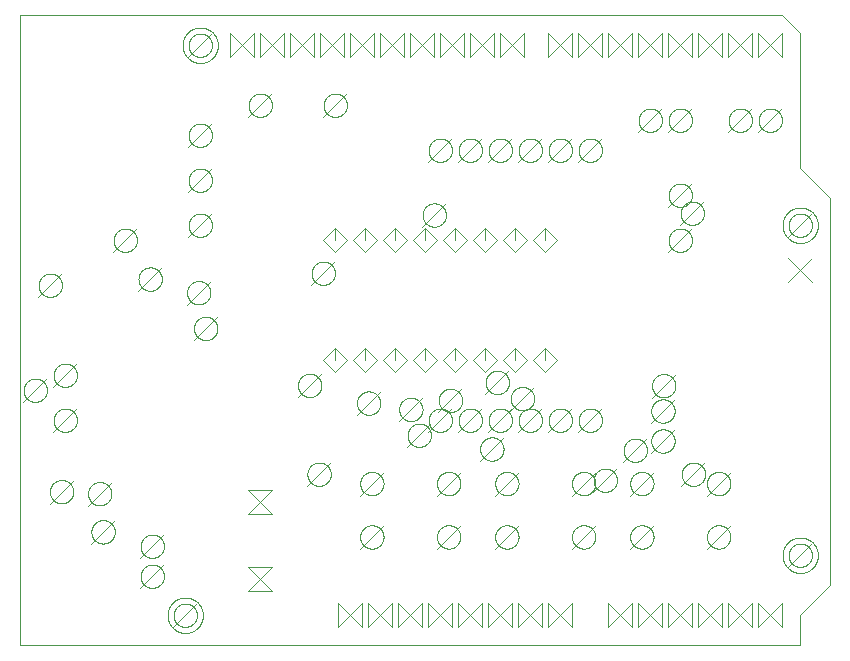
<source format=gko>
G75*
%MOIN*%
%OFA0B0*%
%FSLAX25Y25*%
%IPPOS*%
%LPD*%
%AMOC8*
5,1,8,0,0,1.08239X$1,22.5*
%
%ADD10C,0.00000*%
%ADD11C,0.00100*%
D10*
X0005000Y0005000D02*
X0005000Y0215000D01*
X0259000Y0215000D01*
X0265000Y0209000D01*
X0265000Y0164000D01*
X0275000Y0154000D01*
X0275000Y0025000D01*
X0265000Y0015000D01*
X0265000Y0005000D01*
X0005000Y0005000D01*
X0054094Y0015000D02*
X0054096Y0015153D01*
X0054102Y0015307D01*
X0054112Y0015460D01*
X0054126Y0015612D01*
X0054144Y0015765D01*
X0054166Y0015916D01*
X0054191Y0016067D01*
X0054221Y0016218D01*
X0054255Y0016368D01*
X0054292Y0016516D01*
X0054333Y0016664D01*
X0054378Y0016810D01*
X0054427Y0016956D01*
X0054480Y0017100D01*
X0054536Y0017242D01*
X0054596Y0017383D01*
X0054660Y0017523D01*
X0054727Y0017661D01*
X0054798Y0017797D01*
X0054873Y0017931D01*
X0054950Y0018063D01*
X0055032Y0018193D01*
X0055116Y0018321D01*
X0055204Y0018447D01*
X0055295Y0018570D01*
X0055389Y0018691D01*
X0055487Y0018809D01*
X0055587Y0018925D01*
X0055691Y0019038D01*
X0055797Y0019149D01*
X0055906Y0019257D01*
X0056018Y0019362D01*
X0056132Y0019463D01*
X0056250Y0019562D01*
X0056369Y0019658D01*
X0056491Y0019751D01*
X0056616Y0019840D01*
X0056743Y0019927D01*
X0056872Y0020009D01*
X0057003Y0020089D01*
X0057136Y0020165D01*
X0057271Y0020238D01*
X0057408Y0020307D01*
X0057547Y0020372D01*
X0057687Y0020434D01*
X0057829Y0020492D01*
X0057972Y0020547D01*
X0058117Y0020598D01*
X0058263Y0020645D01*
X0058410Y0020688D01*
X0058558Y0020727D01*
X0058707Y0020763D01*
X0058857Y0020794D01*
X0059008Y0020822D01*
X0059159Y0020846D01*
X0059312Y0020866D01*
X0059464Y0020882D01*
X0059617Y0020894D01*
X0059770Y0020902D01*
X0059923Y0020906D01*
X0060077Y0020906D01*
X0060230Y0020902D01*
X0060383Y0020894D01*
X0060536Y0020882D01*
X0060688Y0020866D01*
X0060841Y0020846D01*
X0060992Y0020822D01*
X0061143Y0020794D01*
X0061293Y0020763D01*
X0061442Y0020727D01*
X0061590Y0020688D01*
X0061737Y0020645D01*
X0061883Y0020598D01*
X0062028Y0020547D01*
X0062171Y0020492D01*
X0062313Y0020434D01*
X0062453Y0020372D01*
X0062592Y0020307D01*
X0062729Y0020238D01*
X0062864Y0020165D01*
X0062997Y0020089D01*
X0063128Y0020009D01*
X0063257Y0019927D01*
X0063384Y0019840D01*
X0063509Y0019751D01*
X0063631Y0019658D01*
X0063750Y0019562D01*
X0063868Y0019463D01*
X0063982Y0019362D01*
X0064094Y0019257D01*
X0064203Y0019149D01*
X0064309Y0019038D01*
X0064413Y0018925D01*
X0064513Y0018809D01*
X0064611Y0018691D01*
X0064705Y0018570D01*
X0064796Y0018447D01*
X0064884Y0018321D01*
X0064968Y0018193D01*
X0065050Y0018063D01*
X0065127Y0017931D01*
X0065202Y0017797D01*
X0065273Y0017661D01*
X0065340Y0017523D01*
X0065404Y0017383D01*
X0065464Y0017242D01*
X0065520Y0017100D01*
X0065573Y0016956D01*
X0065622Y0016810D01*
X0065667Y0016664D01*
X0065708Y0016516D01*
X0065745Y0016368D01*
X0065779Y0016218D01*
X0065809Y0016067D01*
X0065834Y0015916D01*
X0065856Y0015765D01*
X0065874Y0015612D01*
X0065888Y0015460D01*
X0065898Y0015307D01*
X0065904Y0015153D01*
X0065906Y0015000D01*
X0065904Y0014847D01*
X0065898Y0014693D01*
X0065888Y0014540D01*
X0065874Y0014388D01*
X0065856Y0014235D01*
X0065834Y0014084D01*
X0065809Y0013933D01*
X0065779Y0013782D01*
X0065745Y0013632D01*
X0065708Y0013484D01*
X0065667Y0013336D01*
X0065622Y0013190D01*
X0065573Y0013044D01*
X0065520Y0012900D01*
X0065464Y0012758D01*
X0065404Y0012617D01*
X0065340Y0012477D01*
X0065273Y0012339D01*
X0065202Y0012203D01*
X0065127Y0012069D01*
X0065050Y0011937D01*
X0064968Y0011807D01*
X0064884Y0011679D01*
X0064796Y0011553D01*
X0064705Y0011430D01*
X0064611Y0011309D01*
X0064513Y0011191D01*
X0064413Y0011075D01*
X0064309Y0010962D01*
X0064203Y0010851D01*
X0064094Y0010743D01*
X0063982Y0010638D01*
X0063868Y0010537D01*
X0063750Y0010438D01*
X0063631Y0010342D01*
X0063509Y0010249D01*
X0063384Y0010160D01*
X0063257Y0010073D01*
X0063128Y0009991D01*
X0062997Y0009911D01*
X0062864Y0009835D01*
X0062729Y0009762D01*
X0062592Y0009693D01*
X0062453Y0009628D01*
X0062313Y0009566D01*
X0062171Y0009508D01*
X0062028Y0009453D01*
X0061883Y0009402D01*
X0061737Y0009355D01*
X0061590Y0009312D01*
X0061442Y0009273D01*
X0061293Y0009237D01*
X0061143Y0009206D01*
X0060992Y0009178D01*
X0060841Y0009154D01*
X0060688Y0009134D01*
X0060536Y0009118D01*
X0060383Y0009106D01*
X0060230Y0009098D01*
X0060077Y0009094D01*
X0059923Y0009094D01*
X0059770Y0009098D01*
X0059617Y0009106D01*
X0059464Y0009118D01*
X0059312Y0009134D01*
X0059159Y0009154D01*
X0059008Y0009178D01*
X0058857Y0009206D01*
X0058707Y0009237D01*
X0058558Y0009273D01*
X0058410Y0009312D01*
X0058263Y0009355D01*
X0058117Y0009402D01*
X0057972Y0009453D01*
X0057829Y0009508D01*
X0057687Y0009566D01*
X0057547Y0009628D01*
X0057408Y0009693D01*
X0057271Y0009762D01*
X0057136Y0009835D01*
X0057003Y0009911D01*
X0056872Y0009991D01*
X0056743Y0010073D01*
X0056616Y0010160D01*
X0056491Y0010249D01*
X0056369Y0010342D01*
X0056250Y0010438D01*
X0056132Y0010537D01*
X0056018Y0010638D01*
X0055906Y0010743D01*
X0055797Y0010851D01*
X0055691Y0010962D01*
X0055587Y0011075D01*
X0055487Y0011191D01*
X0055389Y0011309D01*
X0055295Y0011430D01*
X0055204Y0011553D01*
X0055116Y0011679D01*
X0055032Y0011807D01*
X0054950Y0011937D01*
X0054873Y0012069D01*
X0054798Y0012203D01*
X0054727Y0012339D01*
X0054660Y0012477D01*
X0054596Y0012617D01*
X0054536Y0012758D01*
X0054480Y0012900D01*
X0054427Y0013044D01*
X0054378Y0013190D01*
X0054333Y0013336D01*
X0054292Y0013484D01*
X0054255Y0013632D01*
X0054221Y0013782D01*
X0054191Y0013933D01*
X0054166Y0014084D01*
X0054144Y0014235D01*
X0054126Y0014388D01*
X0054112Y0014540D01*
X0054102Y0014693D01*
X0054096Y0014847D01*
X0054094Y0015000D01*
X0259094Y0035000D02*
X0259096Y0035153D01*
X0259102Y0035307D01*
X0259112Y0035460D01*
X0259126Y0035612D01*
X0259144Y0035765D01*
X0259166Y0035916D01*
X0259191Y0036067D01*
X0259221Y0036218D01*
X0259255Y0036368D01*
X0259292Y0036516D01*
X0259333Y0036664D01*
X0259378Y0036810D01*
X0259427Y0036956D01*
X0259480Y0037100D01*
X0259536Y0037242D01*
X0259596Y0037383D01*
X0259660Y0037523D01*
X0259727Y0037661D01*
X0259798Y0037797D01*
X0259873Y0037931D01*
X0259950Y0038063D01*
X0260032Y0038193D01*
X0260116Y0038321D01*
X0260204Y0038447D01*
X0260295Y0038570D01*
X0260389Y0038691D01*
X0260487Y0038809D01*
X0260587Y0038925D01*
X0260691Y0039038D01*
X0260797Y0039149D01*
X0260906Y0039257D01*
X0261018Y0039362D01*
X0261132Y0039463D01*
X0261250Y0039562D01*
X0261369Y0039658D01*
X0261491Y0039751D01*
X0261616Y0039840D01*
X0261743Y0039927D01*
X0261872Y0040009D01*
X0262003Y0040089D01*
X0262136Y0040165D01*
X0262271Y0040238D01*
X0262408Y0040307D01*
X0262547Y0040372D01*
X0262687Y0040434D01*
X0262829Y0040492D01*
X0262972Y0040547D01*
X0263117Y0040598D01*
X0263263Y0040645D01*
X0263410Y0040688D01*
X0263558Y0040727D01*
X0263707Y0040763D01*
X0263857Y0040794D01*
X0264008Y0040822D01*
X0264159Y0040846D01*
X0264312Y0040866D01*
X0264464Y0040882D01*
X0264617Y0040894D01*
X0264770Y0040902D01*
X0264923Y0040906D01*
X0265077Y0040906D01*
X0265230Y0040902D01*
X0265383Y0040894D01*
X0265536Y0040882D01*
X0265688Y0040866D01*
X0265841Y0040846D01*
X0265992Y0040822D01*
X0266143Y0040794D01*
X0266293Y0040763D01*
X0266442Y0040727D01*
X0266590Y0040688D01*
X0266737Y0040645D01*
X0266883Y0040598D01*
X0267028Y0040547D01*
X0267171Y0040492D01*
X0267313Y0040434D01*
X0267453Y0040372D01*
X0267592Y0040307D01*
X0267729Y0040238D01*
X0267864Y0040165D01*
X0267997Y0040089D01*
X0268128Y0040009D01*
X0268257Y0039927D01*
X0268384Y0039840D01*
X0268509Y0039751D01*
X0268631Y0039658D01*
X0268750Y0039562D01*
X0268868Y0039463D01*
X0268982Y0039362D01*
X0269094Y0039257D01*
X0269203Y0039149D01*
X0269309Y0039038D01*
X0269413Y0038925D01*
X0269513Y0038809D01*
X0269611Y0038691D01*
X0269705Y0038570D01*
X0269796Y0038447D01*
X0269884Y0038321D01*
X0269968Y0038193D01*
X0270050Y0038063D01*
X0270127Y0037931D01*
X0270202Y0037797D01*
X0270273Y0037661D01*
X0270340Y0037523D01*
X0270404Y0037383D01*
X0270464Y0037242D01*
X0270520Y0037100D01*
X0270573Y0036956D01*
X0270622Y0036810D01*
X0270667Y0036664D01*
X0270708Y0036516D01*
X0270745Y0036368D01*
X0270779Y0036218D01*
X0270809Y0036067D01*
X0270834Y0035916D01*
X0270856Y0035765D01*
X0270874Y0035612D01*
X0270888Y0035460D01*
X0270898Y0035307D01*
X0270904Y0035153D01*
X0270906Y0035000D01*
X0270904Y0034847D01*
X0270898Y0034693D01*
X0270888Y0034540D01*
X0270874Y0034388D01*
X0270856Y0034235D01*
X0270834Y0034084D01*
X0270809Y0033933D01*
X0270779Y0033782D01*
X0270745Y0033632D01*
X0270708Y0033484D01*
X0270667Y0033336D01*
X0270622Y0033190D01*
X0270573Y0033044D01*
X0270520Y0032900D01*
X0270464Y0032758D01*
X0270404Y0032617D01*
X0270340Y0032477D01*
X0270273Y0032339D01*
X0270202Y0032203D01*
X0270127Y0032069D01*
X0270050Y0031937D01*
X0269968Y0031807D01*
X0269884Y0031679D01*
X0269796Y0031553D01*
X0269705Y0031430D01*
X0269611Y0031309D01*
X0269513Y0031191D01*
X0269413Y0031075D01*
X0269309Y0030962D01*
X0269203Y0030851D01*
X0269094Y0030743D01*
X0268982Y0030638D01*
X0268868Y0030537D01*
X0268750Y0030438D01*
X0268631Y0030342D01*
X0268509Y0030249D01*
X0268384Y0030160D01*
X0268257Y0030073D01*
X0268128Y0029991D01*
X0267997Y0029911D01*
X0267864Y0029835D01*
X0267729Y0029762D01*
X0267592Y0029693D01*
X0267453Y0029628D01*
X0267313Y0029566D01*
X0267171Y0029508D01*
X0267028Y0029453D01*
X0266883Y0029402D01*
X0266737Y0029355D01*
X0266590Y0029312D01*
X0266442Y0029273D01*
X0266293Y0029237D01*
X0266143Y0029206D01*
X0265992Y0029178D01*
X0265841Y0029154D01*
X0265688Y0029134D01*
X0265536Y0029118D01*
X0265383Y0029106D01*
X0265230Y0029098D01*
X0265077Y0029094D01*
X0264923Y0029094D01*
X0264770Y0029098D01*
X0264617Y0029106D01*
X0264464Y0029118D01*
X0264312Y0029134D01*
X0264159Y0029154D01*
X0264008Y0029178D01*
X0263857Y0029206D01*
X0263707Y0029237D01*
X0263558Y0029273D01*
X0263410Y0029312D01*
X0263263Y0029355D01*
X0263117Y0029402D01*
X0262972Y0029453D01*
X0262829Y0029508D01*
X0262687Y0029566D01*
X0262547Y0029628D01*
X0262408Y0029693D01*
X0262271Y0029762D01*
X0262136Y0029835D01*
X0262003Y0029911D01*
X0261872Y0029991D01*
X0261743Y0030073D01*
X0261616Y0030160D01*
X0261491Y0030249D01*
X0261369Y0030342D01*
X0261250Y0030438D01*
X0261132Y0030537D01*
X0261018Y0030638D01*
X0260906Y0030743D01*
X0260797Y0030851D01*
X0260691Y0030962D01*
X0260587Y0031075D01*
X0260487Y0031191D01*
X0260389Y0031309D01*
X0260295Y0031430D01*
X0260204Y0031553D01*
X0260116Y0031679D01*
X0260032Y0031807D01*
X0259950Y0031937D01*
X0259873Y0032069D01*
X0259798Y0032203D01*
X0259727Y0032339D01*
X0259660Y0032477D01*
X0259596Y0032617D01*
X0259536Y0032758D01*
X0259480Y0032900D01*
X0259427Y0033044D01*
X0259378Y0033190D01*
X0259333Y0033336D01*
X0259292Y0033484D01*
X0259255Y0033632D01*
X0259221Y0033782D01*
X0259191Y0033933D01*
X0259166Y0034084D01*
X0259144Y0034235D01*
X0259126Y0034388D01*
X0259112Y0034540D01*
X0259102Y0034693D01*
X0259096Y0034847D01*
X0259094Y0035000D01*
X0259094Y0145000D02*
X0259096Y0145153D01*
X0259102Y0145307D01*
X0259112Y0145460D01*
X0259126Y0145612D01*
X0259144Y0145765D01*
X0259166Y0145916D01*
X0259191Y0146067D01*
X0259221Y0146218D01*
X0259255Y0146368D01*
X0259292Y0146516D01*
X0259333Y0146664D01*
X0259378Y0146810D01*
X0259427Y0146956D01*
X0259480Y0147100D01*
X0259536Y0147242D01*
X0259596Y0147383D01*
X0259660Y0147523D01*
X0259727Y0147661D01*
X0259798Y0147797D01*
X0259873Y0147931D01*
X0259950Y0148063D01*
X0260032Y0148193D01*
X0260116Y0148321D01*
X0260204Y0148447D01*
X0260295Y0148570D01*
X0260389Y0148691D01*
X0260487Y0148809D01*
X0260587Y0148925D01*
X0260691Y0149038D01*
X0260797Y0149149D01*
X0260906Y0149257D01*
X0261018Y0149362D01*
X0261132Y0149463D01*
X0261250Y0149562D01*
X0261369Y0149658D01*
X0261491Y0149751D01*
X0261616Y0149840D01*
X0261743Y0149927D01*
X0261872Y0150009D01*
X0262003Y0150089D01*
X0262136Y0150165D01*
X0262271Y0150238D01*
X0262408Y0150307D01*
X0262547Y0150372D01*
X0262687Y0150434D01*
X0262829Y0150492D01*
X0262972Y0150547D01*
X0263117Y0150598D01*
X0263263Y0150645D01*
X0263410Y0150688D01*
X0263558Y0150727D01*
X0263707Y0150763D01*
X0263857Y0150794D01*
X0264008Y0150822D01*
X0264159Y0150846D01*
X0264312Y0150866D01*
X0264464Y0150882D01*
X0264617Y0150894D01*
X0264770Y0150902D01*
X0264923Y0150906D01*
X0265077Y0150906D01*
X0265230Y0150902D01*
X0265383Y0150894D01*
X0265536Y0150882D01*
X0265688Y0150866D01*
X0265841Y0150846D01*
X0265992Y0150822D01*
X0266143Y0150794D01*
X0266293Y0150763D01*
X0266442Y0150727D01*
X0266590Y0150688D01*
X0266737Y0150645D01*
X0266883Y0150598D01*
X0267028Y0150547D01*
X0267171Y0150492D01*
X0267313Y0150434D01*
X0267453Y0150372D01*
X0267592Y0150307D01*
X0267729Y0150238D01*
X0267864Y0150165D01*
X0267997Y0150089D01*
X0268128Y0150009D01*
X0268257Y0149927D01*
X0268384Y0149840D01*
X0268509Y0149751D01*
X0268631Y0149658D01*
X0268750Y0149562D01*
X0268868Y0149463D01*
X0268982Y0149362D01*
X0269094Y0149257D01*
X0269203Y0149149D01*
X0269309Y0149038D01*
X0269413Y0148925D01*
X0269513Y0148809D01*
X0269611Y0148691D01*
X0269705Y0148570D01*
X0269796Y0148447D01*
X0269884Y0148321D01*
X0269968Y0148193D01*
X0270050Y0148063D01*
X0270127Y0147931D01*
X0270202Y0147797D01*
X0270273Y0147661D01*
X0270340Y0147523D01*
X0270404Y0147383D01*
X0270464Y0147242D01*
X0270520Y0147100D01*
X0270573Y0146956D01*
X0270622Y0146810D01*
X0270667Y0146664D01*
X0270708Y0146516D01*
X0270745Y0146368D01*
X0270779Y0146218D01*
X0270809Y0146067D01*
X0270834Y0145916D01*
X0270856Y0145765D01*
X0270874Y0145612D01*
X0270888Y0145460D01*
X0270898Y0145307D01*
X0270904Y0145153D01*
X0270906Y0145000D01*
X0270904Y0144847D01*
X0270898Y0144693D01*
X0270888Y0144540D01*
X0270874Y0144388D01*
X0270856Y0144235D01*
X0270834Y0144084D01*
X0270809Y0143933D01*
X0270779Y0143782D01*
X0270745Y0143632D01*
X0270708Y0143484D01*
X0270667Y0143336D01*
X0270622Y0143190D01*
X0270573Y0143044D01*
X0270520Y0142900D01*
X0270464Y0142758D01*
X0270404Y0142617D01*
X0270340Y0142477D01*
X0270273Y0142339D01*
X0270202Y0142203D01*
X0270127Y0142069D01*
X0270050Y0141937D01*
X0269968Y0141807D01*
X0269884Y0141679D01*
X0269796Y0141553D01*
X0269705Y0141430D01*
X0269611Y0141309D01*
X0269513Y0141191D01*
X0269413Y0141075D01*
X0269309Y0140962D01*
X0269203Y0140851D01*
X0269094Y0140743D01*
X0268982Y0140638D01*
X0268868Y0140537D01*
X0268750Y0140438D01*
X0268631Y0140342D01*
X0268509Y0140249D01*
X0268384Y0140160D01*
X0268257Y0140073D01*
X0268128Y0139991D01*
X0267997Y0139911D01*
X0267864Y0139835D01*
X0267729Y0139762D01*
X0267592Y0139693D01*
X0267453Y0139628D01*
X0267313Y0139566D01*
X0267171Y0139508D01*
X0267028Y0139453D01*
X0266883Y0139402D01*
X0266737Y0139355D01*
X0266590Y0139312D01*
X0266442Y0139273D01*
X0266293Y0139237D01*
X0266143Y0139206D01*
X0265992Y0139178D01*
X0265841Y0139154D01*
X0265688Y0139134D01*
X0265536Y0139118D01*
X0265383Y0139106D01*
X0265230Y0139098D01*
X0265077Y0139094D01*
X0264923Y0139094D01*
X0264770Y0139098D01*
X0264617Y0139106D01*
X0264464Y0139118D01*
X0264312Y0139134D01*
X0264159Y0139154D01*
X0264008Y0139178D01*
X0263857Y0139206D01*
X0263707Y0139237D01*
X0263558Y0139273D01*
X0263410Y0139312D01*
X0263263Y0139355D01*
X0263117Y0139402D01*
X0262972Y0139453D01*
X0262829Y0139508D01*
X0262687Y0139566D01*
X0262547Y0139628D01*
X0262408Y0139693D01*
X0262271Y0139762D01*
X0262136Y0139835D01*
X0262003Y0139911D01*
X0261872Y0139991D01*
X0261743Y0140073D01*
X0261616Y0140160D01*
X0261491Y0140249D01*
X0261369Y0140342D01*
X0261250Y0140438D01*
X0261132Y0140537D01*
X0261018Y0140638D01*
X0260906Y0140743D01*
X0260797Y0140851D01*
X0260691Y0140962D01*
X0260587Y0141075D01*
X0260487Y0141191D01*
X0260389Y0141309D01*
X0260295Y0141430D01*
X0260204Y0141553D01*
X0260116Y0141679D01*
X0260032Y0141807D01*
X0259950Y0141937D01*
X0259873Y0142069D01*
X0259798Y0142203D01*
X0259727Y0142339D01*
X0259660Y0142477D01*
X0259596Y0142617D01*
X0259536Y0142758D01*
X0259480Y0142900D01*
X0259427Y0143044D01*
X0259378Y0143190D01*
X0259333Y0143336D01*
X0259292Y0143484D01*
X0259255Y0143632D01*
X0259221Y0143782D01*
X0259191Y0143933D01*
X0259166Y0144084D01*
X0259144Y0144235D01*
X0259126Y0144388D01*
X0259112Y0144540D01*
X0259102Y0144693D01*
X0259096Y0144847D01*
X0259094Y0145000D01*
X0059094Y0205000D02*
X0059096Y0205153D01*
X0059102Y0205307D01*
X0059112Y0205460D01*
X0059126Y0205612D01*
X0059144Y0205765D01*
X0059166Y0205916D01*
X0059191Y0206067D01*
X0059221Y0206218D01*
X0059255Y0206368D01*
X0059292Y0206516D01*
X0059333Y0206664D01*
X0059378Y0206810D01*
X0059427Y0206956D01*
X0059480Y0207100D01*
X0059536Y0207242D01*
X0059596Y0207383D01*
X0059660Y0207523D01*
X0059727Y0207661D01*
X0059798Y0207797D01*
X0059873Y0207931D01*
X0059950Y0208063D01*
X0060032Y0208193D01*
X0060116Y0208321D01*
X0060204Y0208447D01*
X0060295Y0208570D01*
X0060389Y0208691D01*
X0060487Y0208809D01*
X0060587Y0208925D01*
X0060691Y0209038D01*
X0060797Y0209149D01*
X0060906Y0209257D01*
X0061018Y0209362D01*
X0061132Y0209463D01*
X0061250Y0209562D01*
X0061369Y0209658D01*
X0061491Y0209751D01*
X0061616Y0209840D01*
X0061743Y0209927D01*
X0061872Y0210009D01*
X0062003Y0210089D01*
X0062136Y0210165D01*
X0062271Y0210238D01*
X0062408Y0210307D01*
X0062547Y0210372D01*
X0062687Y0210434D01*
X0062829Y0210492D01*
X0062972Y0210547D01*
X0063117Y0210598D01*
X0063263Y0210645D01*
X0063410Y0210688D01*
X0063558Y0210727D01*
X0063707Y0210763D01*
X0063857Y0210794D01*
X0064008Y0210822D01*
X0064159Y0210846D01*
X0064312Y0210866D01*
X0064464Y0210882D01*
X0064617Y0210894D01*
X0064770Y0210902D01*
X0064923Y0210906D01*
X0065077Y0210906D01*
X0065230Y0210902D01*
X0065383Y0210894D01*
X0065536Y0210882D01*
X0065688Y0210866D01*
X0065841Y0210846D01*
X0065992Y0210822D01*
X0066143Y0210794D01*
X0066293Y0210763D01*
X0066442Y0210727D01*
X0066590Y0210688D01*
X0066737Y0210645D01*
X0066883Y0210598D01*
X0067028Y0210547D01*
X0067171Y0210492D01*
X0067313Y0210434D01*
X0067453Y0210372D01*
X0067592Y0210307D01*
X0067729Y0210238D01*
X0067864Y0210165D01*
X0067997Y0210089D01*
X0068128Y0210009D01*
X0068257Y0209927D01*
X0068384Y0209840D01*
X0068509Y0209751D01*
X0068631Y0209658D01*
X0068750Y0209562D01*
X0068868Y0209463D01*
X0068982Y0209362D01*
X0069094Y0209257D01*
X0069203Y0209149D01*
X0069309Y0209038D01*
X0069413Y0208925D01*
X0069513Y0208809D01*
X0069611Y0208691D01*
X0069705Y0208570D01*
X0069796Y0208447D01*
X0069884Y0208321D01*
X0069968Y0208193D01*
X0070050Y0208063D01*
X0070127Y0207931D01*
X0070202Y0207797D01*
X0070273Y0207661D01*
X0070340Y0207523D01*
X0070404Y0207383D01*
X0070464Y0207242D01*
X0070520Y0207100D01*
X0070573Y0206956D01*
X0070622Y0206810D01*
X0070667Y0206664D01*
X0070708Y0206516D01*
X0070745Y0206368D01*
X0070779Y0206218D01*
X0070809Y0206067D01*
X0070834Y0205916D01*
X0070856Y0205765D01*
X0070874Y0205612D01*
X0070888Y0205460D01*
X0070898Y0205307D01*
X0070904Y0205153D01*
X0070906Y0205000D01*
X0070904Y0204847D01*
X0070898Y0204693D01*
X0070888Y0204540D01*
X0070874Y0204388D01*
X0070856Y0204235D01*
X0070834Y0204084D01*
X0070809Y0203933D01*
X0070779Y0203782D01*
X0070745Y0203632D01*
X0070708Y0203484D01*
X0070667Y0203336D01*
X0070622Y0203190D01*
X0070573Y0203044D01*
X0070520Y0202900D01*
X0070464Y0202758D01*
X0070404Y0202617D01*
X0070340Y0202477D01*
X0070273Y0202339D01*
X0070202Y0202203D01*
X0070127Y0202069D01*
X0070050Y0201937D01*
X0069968Y0201807D01*
X0069884Y0201679D01*
X0069796Y0201553D01*
X0069705Y0201430D01*
X0069611Y0201309D01*
X0069513Y0201191D01*
X0069413Y0201075D01*
X0069309Y0200962D01*
X0069203Y0200851D01*
X0069094Y0200743D01*
X0068982Y0200638D01*
X0068868Y0200537D01*
X0068750Y0200438D01*
X0068631Y0200342D01*
X0068509Y0200249D01*
X0068384Y0200160D01*
X0068257Y0200073D01*
X0068128Y0199991D01*
X0067997Y0199911D01*
X0067864Y0199835D01*
X0067729Y0199762D01*
X0067592Y0199693D01*
X0067453Y0199628D01*
X0067313Y0199566D01*
X0067171Y0199508D01*
X0067028Y0199453D01*
X0066883Y0199402D01*
X0066737Y0199355D01*
X0066590Y0199312D01*
X0066442Y0199273D01*
X0066293Y0199237D01*
X0066143Y0199206D01*
X0065992Y0199178D01*
X0065841Y0199154D01*
X0065688Y0199134D01*
X0065536Y0199118D01*
X0065383Y0199106D01*
X0065230Y0199098D01*
X0065077Y0199094D01*
X0064923Y0199094D01*
X0064770Y0199098D01*
X0064617Y0199106D01*
X0064464Y0199118D01*
X0064312Y0199134D01*
X0064159Y0199154D01*
X0064008Y0199178D01*
X0063857Y0199206D01*
X0063707Y0199237D01*
X0063558Y0199273D01*
X0063410Y0199312D01*
X0063263Y0199355D01*
X0063117Y0199402D01*
X0062972Y0199453D01*
X0062829Y0199508D01*
X0062687Y0199566D01*
X0062547Y0199628D01*
X0062408Y0199693D01*
X0062271Y0199762D01*
X0062136Y0199835D01*
X0062003Y0199911D01*
X0061872Y0199991D01*
X0061743Y0200073D01*
X0061616Y0200160D01*
X0061491Y0200249D01*
X0061369Y0200342D01*
X0061250Y0200438D01*
X0061132Y0200537D01*
X0061018Y0200638D01*
X0060906Y0200743D01*
X0060797Y0200851D01*
X0060691Y0200962D01*
X0060587Y0201075D01*
X0060487Y0201191D01*
X0060389Y0201309D01*
X0060295Y0201430D01*
X0060204Y0201553D01*
X0060116Y0201679D01*
X0060032Y0201807D01*
X0059950Y0201937D01*
X0059873Y0202069D01*
X0059798Y0202203D01*
X0059727Y0202339D01*
X0059660Y0202477D01*
X0059596Y0202617D01*
X0059536Y0202758D01*
X0059480Y0202900D01*
X0059427Y0203044D01*
X0059378Y0203190D01*
X0059333Y0203336D01*
X0059292Y0203484D01*
X0059255Y0203632D01*
X0059221Y0203782D01*
X0059191Y0203933D01*
X0059166Y0204084D01*
X0059144Y0204235D01*
X0059126Y0204388D01*
X0059112Y0204540D01*
X0059102Y0204693D01*
X0059096Y0204847D01*
X0059094Y0205000D01*
D11*
X0061100Y0205000D02*
X0061102Y0205124D01*
X0061108Y0205249D01*
X0061118Y0205373D01*
X0061132Y0205496D01*
X0061149Y0205619D01*
X0061171Y0205742D01*
X0061197Y0205864D01*
X0061226Y0205984D01*
X0061260Y0206104D01*
X0061297Y0206223D01*
X0061338Y0206340D01*
X0061382Y0206456D01*
X0061430Y0206571D01*
X0061482Y0206684D01*
X0061538Y0206795D01*
X0061597Y0206905D01*
X0061659Y0207012D01*
X0061725Y0207118D01*
X0061794Y0207221D01*
X0061867Y0207322D01*
X0061943Y0207421D01*
X0062021Y0207517D01*
X0062103Y0207611D01*
X0062188Y0207702D01*
X0062275Y0207791D01*
X0062366Y0207876D01*
X0062459Y0207959D01*
X0062555Y0208038D01*
X0062653Y0208114D01*
X0062753Y0208188D01*
X0062856Y0208258D01*
X0062961Y0208324D01*
X0063068Y0208388D01*
X0063177Y0208448D01*
X0063288Y0208504D01*
X0063400Y0208557D01*
X0063515Y0208606D01*
X0063630Y0208652D01*
X0063748Y0208693D01*
X0063866Y0208732D01*
X0063986Y0208766D01*
X0064106Y0208796D01*
X0064228Y0208823D01*
X0064350Y0208845D01*
X0064473Y0208864D01*
X0064596Y0208879D01*
X0064720Y0208890D01*
X0064845Y0208897D01*
X0064969Y0208900D01*
X0065093Y0208899D01*
X0065218Y0208894D01*
X0065342Y0208885D01*
X0065465Y0208872D01*
X0065589Y0208855D01*
X0065711Y0208835D01*
X0065833Y0208810D01*
X0065954Y0208781D01*
X0066074Y0208749D01*
X0066193Y0208713D01*
X0066311Y0208673D01*
X0066428Y0208629D01*
X0066543Y0208582D01*
X0066656Y0208531D01*
X0066768Y0208476D01*
X0066878Y0208418D01*
X0066986Y0208357D01*
X0067092Y0208292D01*
X0067196Y0208223D01*
X0067297Y0208152D01*
X0067397Y0208077D01*
X0067494Y0207999D01*
X0067588Y0207918D01*
X0067680Y0207834D01*
X0067769Y0207747D01*
X0067855Y0207657D01*
X0067938Y0207565D01*
X0068018Y0207470D01*
X0068096Y0207372D01*
X0068170Y0207272D01*
X0068241Y0207170D01*
X0068308Y0207066D01*
X0068372Y0206959D01*
X0068433Y0206850D01*
X0068490Y0206740D01*
X0068544Y0206628D01*
X0068594Y0206514D01*
X0068641Y0206399D01*
X0068683Y0206282D01*
X0068722Y0206164D01*
X0068758Y0206044D01*
X0068789Y0205924D01*
X0068816Y0205803D01*
X0068840Y0205681D01*
X0068860Y0205558D01*
X0068876Y0205434D01*
X0068888Y0205311D01*
X0068896Y0205187D01*
X0068900Y0205062D01*
X0068900Y0204938D01*
X0068896Y0204813D01*
X0068888Y0204689D01*
X0068876Y0204566D01*
X0068860Y0204442D01*
X0068840Y0204319D01*
X0068816Y0204197D01*
X0068789Y0204076D01*
X0068758Y0203956D01*
X0068722Y0203836D01*
X0068683Y0203718D01*
X0068641Y0203601D01*
X0068594Y0203486D01*
X0068544Y0203372D01*
X0068490Y0203260D01*
X0068433Y0203150D01*
X0068372Y0203041D01*
X0068308Y0202934D01*
X0068241Y0202830D01*
X0068170Y0202728D01*
X0068096Y0202628D01*
X0068018Y0202530D01*
X0067938Y0202435D01*
X0067855Y0202343D01*
X0067769Y0202253D01*
X0067680Y0202166D01*
X0067588Y0202082D01*
X0067494Y0202001D01*
X0067397Y0201923D01*
X0067297Y0201848D01*
X0067196Y0201777D01*
X0067092Y0201708D01*
X0066986Y0201643D01*
X0066878Y0201582D01*
X0066768Y0201524D01*
X0066656Y0201469D01*
X0066543Y0201418D01*
X0066428Y0201371D01*
X0066311Y0201327D01*
X0066193Y0201287D01*
X0066074Y0201251D01*
X0065954Y0201219D01*
X0065833Y0201190D01*
X0065711Y0201165D01*
X0065589Y0201145D01*
X0065465Y0201128D01*
X0065342Y0201115D01*
X0065218Y0201106D01*
X0065093Y0201101D01*
X0064969Y0201100D01*
X0064845Y0201103D01*
X0064720Y0201110D01*
X0064596Y0201121D01*
X0064473Y0201136D01*
X0064350Y0201155D01*
X0064228Y0201177D01*
X0064106Y0201204D01*
X0063986Y0201234D01*
X0063866Y0201268D01*
X0063748Y0201307D01*
X0063630Y0201348D01*
X0063515Y0201394D01*
X0063400Y0201443D01*
X0063288Y0201496D01*
X0063177Y0201552D01*
X0063068Y0201612D01*
X0062961Y0201676D01*
X0062856Y0201742D01*
X0062753Y0201812D01*
X0062653Y0201886D01*
X0062555Y0201962D01*
X0062459Y0202041D01*
X0062366Y0202124D01*
X0062275Y0202209D01*
X0062188Y0202298D01*
X0062103Y0202389D01*
X0062021Y0202483D01*
X0061943Y0202579D01*
X0061867Y0202678D01*
X0061794Y0202779D01*
X0061725Y0202882D01*
X0061659Y0202988D01*
X0061597Y0203095D01*
X0061538Y0203205D01*
X0061482Y0203316D01*
X0061430Y0203429D01*
X0061382Y0203544D01*
X0061338Y0203660D01*
X0061297Y0203777D01*
X0061260Y0203896D01*
X0061226Y0204016D01*
X0061197Y0204136D01*
X0061171Y0204258D01*
X0061149Y0204381D01*
X0061132Y0204504D01*
X0061118Y0204627D01*
X0061108Y0204751D01*
X0061102Y0204876D01*
X0061100Y0205000D01*
X0061000Y0201000D02*
X0069000Y0209000D01*
X0075000Y0201000D02*
X0083000Y0209000D01*
X0083000Y0201000D01*
X0075000Y0209000D01*
X0075000Y0201000D01*
X0085000Y0201000D02*
X0093000Y0209000D01*
X0093000Y0201000D01*
X0085000Y0209000D01*
X0085000Y0201000D01*
X0095000Y0201000D02*
X0103000Y0209000D01*
X0103000Y0201000D01*
X0095000Y0209000D01*
X0095000Y0201000D01*
X0105000Y0201000D02*
X0113000Y0209000D01*
X0113000Y0201000D01*
X0105000Y0209000D01*
X0105000Y0201000D01*
X0115000Y0201000D02*
X0123000Y0209000D01*
X0123000Y0201000D01*
X0115000Y0209000D01*
X0115000Y0201000D01*
X0125000Y0201000D02*
X0133000Y0209000D01*
X0133000Y0201000D01*
X0125000Y0209000D01*
X0125000Y0201000D01*
X0135000Y0201000D02*
X0143000Y0209000D01*
X0143000Y0201000D01*
X0135000Y0209000D01*
X0135000Y0201000D01*
X0145000Y0201000D02*
X0153000Y0209000D01*
X0153000Y0201000D01*
X0145000Y0209000D01*
X0145000Y0201000D01*
X0155000Y0201000D02*
X0163000Y0209000D01*
X0163000Y0201000D01*
X0155000Y0209000D01*
X0155000Y0201000D01*
X0165000Y0201000D02*
X0173000Y0209000D01*
X0173000Y0201000D01*
X0165000Y0209000D01*
X0165000Y0201000D01*
X0181000Y0201000D02*
X0189000Y0209000D01*
X0189000Y0201000D01*
X0181000Y0209000D01*
X0181000Y0201000D01*
X0191000Y0201000D02*
X0199000Y0209000D01*
X0199000Y0201000D01*
X0191000Y0209000D01*
X0191000Y0201000D01*
X0201000Y0201000D02*
X0209000Y0209000D01*
X0209000Y0201000D01*
X0201000Y0209000D01*
X0201000Y0201000D01*
X0211000Y0201000D02*
X0219000Y0209000D01*
X0219000Y0201000D01*
X0211000Y0209000D01*
X0211000Y0201000D01*
X0221000Y0201000D02*
X0229000Y0209000D01*
X0229000Y0201000D01*
X0221000Y0209000D01*
X0221000Y0201000D01*
X0231000Y0201000D02*
X0239000Y0209000D01*
X0239000Y0201000D01*
X0231000Y0209000D01*
X0231000Y0201000D01*
X0241000Y0201000D02*
X0249000Y0209000D01*
X0249000Y0201000D01*
X0241000Y0209000D01*
X0241000Y0201000D01*
X0251000Y0201000D02*
X0259000Y0209000D01*
X0259000Y0201000D01*
X0251000Y0209000D01*
X0251000Y0201000D01*
X0251100Y0180000D02*
X0251102Y0180124D01*
X0251108Y0180249D01*
X0251118Y0180373D01*
X0251132Y0180496D01*
X0251149Y0180619D01*
X0251171Y0180742D01*
X0251197Y0180864D01*
X0251226Y0180984D01*
X0251260Y0181104D01*
X0251297Y0181223D01*
X0251338Y0181340D01*
X0251382Y0181456D01*
X0251430Y0181571D01*
X0251482Y0181684D01*
X0251538Y0181795D01*
X0251597Y0181905D01*
X0251659Y0182012D01*
X0251725Y0182118D01*
X0251794Y0182221D01*
X0251867Y0182322D01*
X0251943Y0182421D01*
X0252021Y0182517D01*
X0252103Y0182611D01*
X0252188Y0182702D01*
X0252275Y0182791D01*
X0252366Y0182876D01*
X0252459Y0182959D01*
X0252555Y0183038D01*
X0252653Y0183114D01*
X0252753Y0183188D01*
X0252856Y0183258D01*
X0252961Y0183324D01*
X0253068Y0183388D01*
X0253177Y0183448D01*
X0253288Y0183504D01*
X0253400Y0183557D01*
X0253515Y0183606D01*
X0253630Y0183652D01*
X0253748Y0183693D01*
X0253866Y0183732D01*
X0253986Y0183766D01*
X0254106Y0183796D01*
X0254228Y0183823D01*
X0254350Y0183845D01*
X0254473Y0183864D01*
X0254596Y0183879D01*
X0254720Y0183890D01*
X0254845Y0183897D01*
X0254969Y0183900D01*
X0255093Y0183899D01*
X0255218Y0183894D01*
X0255342Y0183885D01*
X0255465Y0183872D01*
X0255589Y0183855D01*
X0255711Y0183835D01*
X0255833Y0183810D01*
X0255954Y0183781D01*
X0256074Y0183749D01*
X0256193Y0183713D01*
X0256311Y0183673D01*
X0256428Y0183629D01*
X0256543Y0183582D01*
X0256656Y0183531D01*
X0256768Y0183476D01*
X0256878Y0183418D01*
X0256986Y0183357D01*
X0257092Y0183292D01*
X0257196Y0183223D01*
X0257297Y0183152D01*
X0257397Y0183077D01*
X0257494Y0182999D01*
X0257588Y0182918D01*
X0257680Y0182834D01*
X0257769Y0182747D01*
X0257855Y0182657D01*
X0257938Y0182565D01*
X0258018Y0182470D01*
X0258096Y0182372D01*
X0258170Y0182272D01*
X0258241Y0182170D01*
X0258308Y0182066D01*
X0258372Y0181959D01*
X0258433Y0181850D01*
X0258490Y0181740D01*
X0258544Y0181628D01*
X0258594Y0181514D01*
X0258641Y0181399D01*
X0258683Y0181282D01*
X0258722Y0181164D01*
X0258758Y0181044D01*
X0258789Y0180924D01*
X0258816Y0180803D01*
X0258840Y0180681D01*
X0258860Y0180558D01*
X0258876Y0180434D01*
X0258888Y0180311D01*
X0258896Y0180187D01*
X0258900Y0180062D01*
X0258900Y0179938D01*
X0258896Y0179813D01*
X0258888Y0179689D01*
X0258876Y0179566D01*
X0258860Y0179442D01*
X0258840Y0179319D01*
X0258816Y0179197D01*
X0258789Y0179076D01*
X0258758Y0178956D01*
X0258722Y0178836D01*
X0258683Y0178718D01*
X0258641Y0178601D01*
X0258594Y0178486D01*
X0258544Y0178372D01*
X0258490Y0178260D01*
X0258433Y0178150D01*
X0258372Y0178041D01*
X0258308Y0177934D01*
X0258241Y0177830D01*
X0258170Y0177728D01*
X0258096Y0177628D01*
X0258018Y0177530D01*
X0257938Y0177435D01*
X0257855Y0177343D01*
X0257769Y0177253D01*
X0257680Y0177166D01*
X0257588Y0177082D01*
X0257494Y0177001D01*
X0257397Y0176923D01*
X0257297Y0176848D01*
X0257196Y0176777D01*
X0257092Y0176708D01*
X0256986Y0176643D01*
X0256878Y0176582D01*
X0256768Y0176524D01*
X0256656Y0176469D01*
X0256543Y0176418D01*
X0256428Y0176371D01*
X0256311Y0176327D01*
X0256193Y0176287D01*
X0256074Y0176251D01*
X0255954Y0176219D01*
X0255833Y0176190D01*
X0255711Y0176165D01*
X0255589Y0176145D01*
X0255465Y0176128D01*
X0255342Y0176115D01*
X0255218Y0176106D01*
X0255093Y0176101D01*
X0254969Y0176100D01*
X0254845Y0176103D01*
X0254720Y0176110D01*
X0254596Y0176121D01*
X0254473Y0176136D01*
X0254350Y0176155D01*
X0254228Y0176177D01*
X0254106Y0176204D01*
X0253986Y0176234D01*
X0253866Y0176268D01*
X0253748Y0176307D01*
X0253630Y0176348D01*
X0253515Y0176394D01*
X0253400Y0176443D01*
X0253288Y0176496D01*
X0253177Y0176552D01*
X0253068Y0176612D01*
X0252961Y0176676D01*
X0252856Y0176742D01*
X0252753Y0176812D01*
X0252653Y0176886D01*
X0252555Y0176962D01*
X0252459Y0177041D01*
X0252366Y0177124D01*
X0252275Y0177209D01*
X0252188Y0177298D01*
X0252103Y0177389D01*
X0252021Y0177483D01*
X0251943Y0177579D01*
X0251867Y0177678D01*
X0251794Y0177779D01*
X0251725Y0177882D01*
X0251659Y0177988D01*
X0251597Y0178095D01*
X0251538Y0178205D01*
X0251482Y0178316D01*
X0251430Y0178429D01*
X0251382Y0178544D01*
X0251338Y0178660D01*
X0251297Y0178777D01*
X0251260Y0178896D01*
X0251226Y0179016D01*
X0251197Y0179136D01*
X0251171Y0179258D01*
X0251149Y0179381D01*
X0251132Y0179504D01*
X0251118Y0179627D01*
X0251108Y0179751D01*
X0251102Y0179876D01*
X0251100Y0180000D01*
X0251000Y0176000D02*
X0259000Y0184000D01*
X0241100Y0180000D02*
X0241102Y0180124D01*
X0241108Y0180249D01*
X0241118Y0180373D01*
X0241132Y0180496D01*
X0241149Y0180619D01*
X0241171Y0180742D01*
X0241197Y0180864D01*
X0241226Y0180984D01*
X0241260Y0181104D01*
X0241297Y0181223D01*
X0241338Y0181340D01*
X0241382Y0181456D01*
X0241430Y0181571D01*
X0241482Y0181684D01*
X0241538Y0181795D01*
X0241597Y0181905D01*
X0241659Y0182012D01*
X0241725Y0182118D01*
X0241794Y0182221D01*
X0241867Y0182322D01*
X0241943Y0182421D01*
X0242021Y0182517D01*
X0242103Y0182611D01*
X0242188Y0182702D01*
X0242275Y0182791D01*
X0242366Y0182876D01*
X0242459Y0182959D01*
X0242555Y0183038D01*
X0242653Y0183114D01*
X0242753Y0183188D01*
X0242856Y0183258D01*
X0242961Y0183324D01*
X0243068Y0183388D01*
X0243177Y0183448D01*
X0243288Y0183504D01*
X0243400Y0183557D01*
X0243515Y0183606D01*
X0243630Y0183652D01*
X0243748Y0183693D01*
X0243866Y0183732D01*
X0243986Y0183766D01*
X0244106Y0183796D01*
X0244228Y0183823D01*
X0244350Y0183845D01*
X0244473Y0183864D01*
X0244596Y0183879D01*
X0244720Y0183890D01*
X0244845Y0183897D01*
X0244969Y0183900D01*
X0245093Y0183899D01*
X0245218Y0183894D01*
X0245342Y0183885D01*
X0245465Y0183872D01*
X0245589Y0183855D01*
X0245711Y0183835D01*
X0245833Y0183810D01*
X0245954Y0183781D01*
X0246074Y0183749D01*
X0246193Y0183713D01*
X0246311Y0183673D01*
X0246428Y0183629D01*
X0246543Y0183582D01*
X0246656Y0183531D01*
X0246768Y0183476D01*
X0246878Y0183418D01*
X0246986Y0183357D01*
X0247092Y0183292D01*
X0247196Y0183223D01*
X0247297Y0183152D01*
X0247397Y0183077D01*
X0247494Y0182999D01*
X0247588Y0182918D01*
X0247680Y0182834D01*
X0247769Y0182747D01*
X0247855Y0182657D01*
X0247938Y0182565D01*
X0248018Y0182470D01*
X0248096Y0182372D01*
X0248170Y0182272D01*
X0248241Y0182170D01*
X0248308Y0182066D01*
X0248372Y0181959D01*
X0248433Y0181850D01*
X0248490Y0181740D01*
X0248544Y0181628D01*
X0248594Y0181514D01*
X0248641Y0181399D01*
X0248683Y0181282D01*
X0248722Y0181164D01*
X0248758Y0181044D01*
X0248789Y0180924D01*
X0248816Y0180803D01*
X0248840Y0180681D01*
X0248860Y0180558D01*
X0248876Y0180434D01*
X0248888Y0180311D01*
X0248896Y0180187D01*
X0248900Y0180062D01*
X0248900Y0179938D01*
X0248896Y0179813D01*
X0248888Y0179689D01*
X0248876Y0179566D01*
X0248860Y0179442D01*
X0248840Y0179319D01*
X0248816Y0179197D01*
X0248789Y0179076D01*
X0248758Y0178956D01*
X0248722Y0178836D01*
X0248683Y0178718D01*
X0248641Y0178601D01*
X0248594Y0178486D01*
X0248544Y0178372D01*
X0248490Y0178260D01*
X0248433Y0178150D01*
X0248372Y0178041D01*
X0248308Y0177934D01*
X0248241Y0177830D01*
X0248170Y0177728D01*
X0248096Y0177628D01*
X0248018Y0177530D01*
X0247938Y0177435D01*
X0247855Y0177343D01*
X0247769Y0177253D01*
X0247680Y0177166D01*
X0247588Y0177082D01*
X0247494Y0177001D01*
X0247397Y0176923D01*
X0247297Y0176848D01*
X0247196Y0176777D01*
X0247092Y0176708D01*
X0246986Y0176643D01*
X0246878Y0176582D01*
X0246768Y0176524D01*
X0246656Y0176469D01*
X0246543Y0176418D01*
X0246428Y0176371D01*
X0246311Y0176327D01*
X0246193Y0176287D01*
X0246074Y0176251D01*
X0245954Y0176219D01*
X0245833Y0176190D01*
X0245711Y0176165D01*
X0245589Y0176145D01*
X0245465Y0176128D01*
X0245342Y0176115D01*
X0245218Y0176106D01*
X0245093Y0176101D01*
X0244969Y0176100D01*
X0244845Y0176103D01*
X0244720Y0176110D01*
X0244596Y0176121D01*
X0244473Y0176136D01*
X0244350Y0176155D01*
X0244228Y0176177D01*
X0244106Y0176204D01*
X0243986Y0176234D01*
X0243866Y0176268D01*
X0243748Y0176307D01*
X0243630Y0176348D01*
X0243515Y0176394D01*
X0243400Y0176443D01*
X0243288Y0176496D01*
X0243177Y0176552D01*
X0243068Y0176612D01*
X0242961Y0176676D01*
X0242856Y0176742D01*
X0242753Y0176812D01*
X0242653Y0176886D01*
X0242555Y0176962D01*
X0242459Y0177041D01*
X0242366Y0177124D01*
X0242275Y0177209D01*
X0242188Y0177298D01*
X0242103Y0177389D01*
X0242021Y0177483D01*
X0241943Y0177579D01*
X0241867Y0177678D01*
X0241794Y0177779D01*
X0241725Y0177882D01*
X0241659Y0177988D01*
X0241597Y0178095D01*
X0241538Y0178205D01*
X0241482Y0178316D01*
X0241430Y0178429D01*
X0241382Y0178544D01*
X0241338Y0178660D01*
X0241297Y0178777D01*
X0241260Y0178896D01*
X0241226Y0179016D01*
X0241197Y0179136D01*
X0241171Y0179258D01*
X0241149Y0179381D01*
X0241132Y0179504D01*
X0241118Y0179627D01*
X0241108Y0179751D01*
X0241102Y0179876D01*
X0241100Y0180000D01*
X0241000Y0176000D02*
X0249000Y0184000D01*
X0221100Y0180000D02*
X0221102Y0180124D01*
X0221108Y0180249D01*
X0221118Y0180373D01*
X0221132Y0180496D01*
X0221149Y0180619D01*
X0221171Y0180742D01*
X0221197Y0180864D01*
X0221226Y0180984D01*
X0221260Y0181104D01*
X0221297Y0181223D01*
X0221338Y0181340D01*
X0221382Y0181456D01*
X0221430Y0181571D01*
X0221482Y0181684D01*
X0221538Y0181795D01*
X0221597Y0181905D01*
X0221659Y0182012D01*
X0221725Y0182118D01*
X0221794Y0182221D01*
X0221867Y0182322D01*
X0221943Y0182421D01*
X0222021Y0182517D01*
X0222103Y0182611D01*
X0222188Y0182702D01*
X0222275Y0182791D01*
X0222366Y0182876D01*
X0222459Y0182959D01*
X0222555Y0183038D01*
X0222653Y0183114D01*
X0222753Y0183188D01*
X0222856Y0183258D01*
X0222961Y0183324D01*
X0223068Y0183388D01*
X0223177Y0183448D01*
X0223288Y0183504D01*
X0223400Y0183557D01*
X0223515Y0183606D01*
X0223630Y0183652D01*
X0223748Y0183693D01*
X0223866Y0183732D01*
X0223986Y0183766D01*
X0224106Y0183796D01*
X0224228Y0183823D01*
X0224350Y0183845D01*
X0224473Y0183864D01*
X0224596Y0183879D01*
X0224720Y0183890D01*
X0224845Y0183897D01*
X0224969Y0183900D01*
X0225093Y0183899D01*
X0225218Y0183894D01*
X0225342Y0183885D01*
X0225465Y0183872D01*
X0225589Y0183855D01*
X0225711Y0183835D01*
X0225833Y0183810D01*
X0225954Y0183781D01*
X0226074Y0183749D01*
X0226193Y0183713D01*
X0226311Y0183673D01*
X0226428Y0183629D01*
X0226543Y0183582D01*
X0226656Y0183531D01*
X0226768Y0183476D01*
X0226878Y0183418D01*
X0226986Y0183357D01*
X0227092Y0183292D01*
X0227196Y0183223D01*
X0227297Y0183152D01*
X0227397Y0183077D01*
X0227494Y0182999D01*
X0227588Y0182918D01*
X0227680Y0182834D01*
X0227769Y0182747D01*
X0227855Y0182657D01*
X0227938Y0182565D01*
X0228018Y0182470D01*
X0228096Y0182372D01*
X0228170Y0182272D01*
X0228241Y0182170D01*
X0228308Y0182066D01*
X0228372Y0181959D01*
X0228433Y0181850D01*
X0228490Y0181740D01*
X0228544Y0181628D01*
X0228594Y0181514D01*
X0228641Y0181399D01*
X0228683Y0181282D01*
X0228722Y0181164D01*
X0228758Y0181044D01*
X0228789Y0180924D01*
X0228816Y0180803D01*
X0228840Y0180681D01*
X0228860Y0180558D01*
X0228876Y0180434D01*
X0228888Y0180311D01*
X0228896Y0180187D01*
X0228900Y0180062D01*
X0228900Y0179938D01*
X0228896Y0179813D01*
X0228888Y0179689D01*
X0228876Y0179566D01*
X0228860Y0179442D01*
X0228840Y0179319D01*
X0228816Y0179197D01*
X0228789Y0179076D01*
X0228758Y0178956D01*
X0228722Y0178836D01*
X0228683Y0178718D01*
X0228641Y0178601D01*
X0228594Y0178486D01*
X0228544Y0178372D01*
X0228490Y0178260D01*
X0228433Y0178150D01*
X0228372Y0178041D01*
X0228308Y0177934D01*
X0228241Y0177830D01*
X0228170Y0177728D01*
X0228096Y0177628D01*
X0228018Y0177530D01*
X0227938Y0177435D01*
X0227855Y0177343D01*
X0227769Y0177253D01*
X0227680Y0177166D01*
X0227588Y0177082D01*
X0227494Y0177001D01*
X0227397Y0176923D01*
X0227297Y0176848D01*
X0227196Y0176777D01*
X0227092Y0176708D01*
X0226986Y0176643D01*
X0226878Y0176582D01*
X0226768Y0176524D01*
X0226656Y0176469D01*
X0226543Y0176418D01*
X0226428Y0176371D01*
X0226311Y0176327D01*
X0226193Y0176287D01*
X0226074Y0176251D01*
X0225954Y0176219D01*
X0225833Y0176190D01*
X0225711Y0176165D01*
X0225589Y0176145D01*
X0225465Y0176128D01*
X0225342Y0176115D01*
X0225218Y0176106D01*
X0225093Y0176101D01*
X0224969Y0176100D01*
X0224845Y0176103D01*
X0224720Y0176110D01*
X0224596Y0176121D01*
X0224473Y0176136D01*
X0224350Y0176155D01*
X0224228Y0176177D01*
X0224106Y0176204D01*
X0223986Y0176234D01*
X0223866Y0176268D01*
X0223748Y0176307D01*
X0223630Y0176348D01*
X0223515Y0176394D01*
X0223400Y0176443D01*
X0223288Y0176496D01*
X0223177Y0176552D01*
X0223068Y0176612D01*
X0222961Y0176676D01*
X0222856Y0176742D01*
X0222753Y0176812D01*
X0222653Y0176886D01*
X0222555Y0176962D01*
X0222459Y0177041D01*
X0222366Y0177124D01*
X0222275Y0177209D01*
X0222188Y0177298D01*
X0222103Y0177389D01*
X0222021Y0177483D01*
X0221943Y0177579D01*
X0221867Y0177678D01*
X0221794Y0177779D01*
X0221725Y0177882D01*
X0221659Y0177988D01*
X0221597Y0178095D01*
X0221538Y0178205D01*
X0221482Y0178316D01*
X0221430Y0178429D01*
X0221382Y0178544D01*
X0221338Y0178660D01*
X0221297Y0178777D01*
X0221260Y0178896D01*
X0221226Y0179016D01*
X0221197Y0179136D01*
X0221171Y0179258D01*
X0221149Y0179381D01*
X0221132Y0179504D01*
X0221118Y0179627D01*
X0221108Y0179751D01*
X0221102Y0179876D01*
X0221100Y0180000D01*
X0221000Y0176000D02*
X0229000Y0184000D01*
X0211100Y0180000D02*
X0211102Y0180124D01*
X0211108Y0180249D01*
X0211118Y0180373D01*
X0211132Y0180496D01*
X0211149Y0180619D01*
X0211171Y0180742D01*
X0211197Y0180864D01*
X0211226Y0180984D01*
X0211260Y0181104D01*
X0211297Y0181223D01*
X0211338Y0181340D01*
X0211382Y0181456D01*
X0211430Y0181571D01*
X0211482Y0181684D01*
X0211538Y0181795D01*
X0211597Y0181905D01*
X0211659Y0182012D01*
X0211725Y0182118D01*
X0211794Y0182221D01*
X0211867Y0182322D01*
X0211943Y0182421D01*
X0212021Y0182517D01*
X0212103Y0182611D01*
X0212188Y0182702D01*
X0212275Y0182791D01*
X0212366Y0182876D01*
X0212459Y0182959D01*
X0212555Y0183038D01*
X0212653Y0183114D01*
X0212753Y0183188D01*
X0212856Y0183258D01*
X0212961Y0183324D01*
X0213068Y0183388D01*
X0213177Y0183448D01*
X0213288Y0183504D01*
X0213400Y0183557D01*
X0213515Y0183606D01*
X0213630Y0183652D01*
X0213748Y0183693D01*
X0213866Y0183732D01*
X0213986Y0183766D01*
X0214106Y0183796D01*
X0214228Y0183823D01*
X0214350Y0183845D01*
X0214473Y0183864D01*
X0214596Y0183879D01*
X0214720Y0183890D01*
X0214845Y0183897D01*
X0214969Y0183900D01*
X0215093Y0183899D01*
X0215218Y0183894D01*
X0215342Y0183885D01*
X0215465Y0183872D01*
X0215589Y0183855D01*
X0215711Y0183835D01*
X0215833Y0183810D01*
X0215954Y0183781D01*
X0216074Y0183749D01*
X0216193Y0183713D01*
X0216311Y0183673D01*
X0216428Y0183629D01*
X0216543Y0183582D01*
X0216656Y0183531D01*
X0216768Y0183476D01*
X0216878Y0183418D01*
X0216986Y0183357D01*
X0217092Y0183292D01*
X0217196Y0183223D01*
X0217297Y0183152D01*
X0217397Y0183077D01*
X0217494Y0182999D01*
X0217588Y0182918D01*
X0217680Y0182834D01*
X0217769Y0182747D01*
X0217855Y0182657D01*
X0217938Y0182565D01*
X0218018Y0182470D01*
X0218096Y0182372D01*
X0218170Y0182272D01*
X0218241Y0182170D01*
X0218308Y0182066D01*
X0218372Y0181959D01*
X0218433Y0181850D01*
X0218490Y0181740D01*
X0218544Y0181628D01*
X0218594Y0181514D01*
X0218641Y0181399D01*
X0218683Y0181282D01*
X0218722Y0181164D01*
X0218758Y0181044D01*
X0218789Y0180924D01*
X0218816Y0180803D01*
X0218840Y0180681D01*
X0218860Y0180558D01*
X0218876Y0180434D01*
X0218888Y0180311D01*
X0218896Y0180187D01*
X0218900Y0180062D01*
X0218900Y0179938D01*
X0218896Y0179813D01*
X0218888Y0179689D01*
X0218876Y0179566D01*
X0218860Y0179442D01*
X0218840Y0179319D01*
X0218816Y0179197D01*
X0218789Y0179076D01*
X0218758Y0178956D01*
X0218722Y0178836D01*
X0218683Y0178718D01*
X0218641Y0178601D01*
X0218594Y0178486D01*
X0218544Y0178372D01*
X0218490Y0178260D01*
X0218433Y0178150D01*
X0218372Y0178041D01*
X0218308Y0177934D01*
X0218241Y0177830D01*
X0218170Y0177728D01*
X0218096Y0177628D01*
X0218018Y0177530D01*
X0217938Y0177435D01*
X0217855Y0177343D01*
X0217769Y0177253D01*
X0217680Y0177166D01*
X0217588Y0177082D01*
X0217494Y0177001D01*
X0217397Y0176923D01*
X0217297Y0176848D01*
X0217196Y0176777D01*
X0217092Y0176708D01*
X0216986Y0176643D01*
X0216878Y0176582D01*
X0216768Y0176524D01*
X0216656Y0176469D01*
X0216543Y0176418D01*
X0216428Y0176371D01*
X0216311Y0176327D01*
X0216193Y0176287D01*
X0216074Y0176251D01*
X0215954Y0176219D01*
X0215833Y0176190D01*
X0215711Y0176165D01*
X0215589Y0176145D01*
X0215465Y0176128D01*
X0215342Y0176115D01*
X0215218Y0176106D01*
X0215093Y0176101D01*
X0214969Y0176100D01*
X0214845Y0176103D01*
X0214720Y0176110D01*
X0214596Y0176121D01*
X0214473Y0176136D01*
X0214350Y0176155D01*
X0214228Y0176177D01*
X0214106Y0176204D01*
X0213986Y0176234D01*
X0213866Y0176268D01*
X0213748Y0176307D01*
X0213630Y0176348D01*
X0213515Y0176394D01*
X0213400Y0176443D01*
X0213288Y0176496D01*
X0213177Y0176552D01*
X0213068Y0176612D01*
X0212961Y0176676D01*
X0212856Y0176742D01*
X0212753Y0176812D01*
X0212653Y0176886D01*
X0212555Y0176962D01*
X0212459Y0177041D01*
X0212366Y0177124D01*
X0212275Y0177209D01*
X0212188Y0177298D01*
X0212103Y0177389D01*
X0212021Y0177483D01*
X0211943Y0177579D01*
X0211867Y0177678D01*
X0211794Y0177779D01*
X0211725Y0177882D01*
X0211659Y0177988D01*
X0211597Y0178095D01*
X0211538Y0178205D01*
X0211482Y0178316D01*
X0211430Y0178429D01*
X0211382Y0178544D01*
X0211338Y0178660D01*
X0211297Y0178777D01*
X0211260Y0178896D01*
X0211226Y0179016D01*
X0211197Y0179136D01*
X0211171Y0179258D01*
X0211149Y0179381D01*
X0211132Y0179504D01*
X0211118Y0179627D01*
X0211108Y0179751D01*
X0211102Y0179876D01*
X0211100Y0180000D01*
X0211000Y0176000D02*
X0219000Y0184000D01*
X0191100Y0170000D02*
X0191102Y0170124D01*
X0191108Y0170249D01*
X0191118Y0170373D01*
X0191132Y0170496D01*
X0191149Y0170619D01*
X0191171Y0170742D01*
X0191197Y0170864D01*
X0191226Y0170984D01*
X0191260Y0171104D01*
X0191297Y0171223D01*
X0191338Y0171340D01*
X0191382Y0171456D01*
X0191430Y0171571D01*
X0191482Y0171684D01*
X0191538Y0171795D01*
X0191597Y0171905D01*
X0191659Y0172012D01*
X0191725Y0172118D01*
X0191794Y0172221D01*
X0191867Y0172322D01*
X0191943Y0172421D01*
X0192021Y0172517D01*
X0192103Y0172611D01*
X0192188Y0172702D01*
X0192275Y0172791D01*
X0192366Y0172876D01*
X0192459Y0172959D01*
X0192555Y0173038D01*
X0192653Y0173114D01*
X0192753Y0173188D01*
X0192856Y0173258D01*
X0192961Y0173324D01*
X0193068Y0173388D01*
X0193177Y0173448D01*
X0193288Y0173504D01*
X0193400Y0173557D01*
X0193515Y0173606D01*
X0193630Y0173652D01*
X0193748Y0173693D01*
X0193866Y0173732D01*
X0193986Y0173766D01*
X0194106Y0173796D01*
X0194228Y0173823D01*
X0194350Y0173845D01*
X0194473Y0173864D01*
X0194596Y0173879D01*
X0194720Y0173890D01*
X0194845Y0173897D01*
X0194969Y0173900D01*
X0195093Y0173899D01*
X0195218Y0173894D01*
X0195342Y0173885D01*
X0195465Y0173872D01*
X0195589Y0173855D01*
X0195711Y0173835D01*
X0195833Y0173810D01*
X0195954Y0173781D01*
X0196074Y0173749D01*
X0196193Y0173713D01*
X0196311Y0173673D01*
X0196428Y0173629D01*
X0196543Y0173582D01*
X0196656Y0173531D01*
X0196768Y0173476D01*
X0196878Y0173418D01*
X0196986Y0173357D01*
X0197092Y0173292D01*
X0197196Y0173223D01*
X0197297Y0173152D01*
X0197397Y0173077D01*
X0197494Y0172999D01*
X0197588Y0172918D01*
X0197680Y0172834D01*
X0197769Y0172747D01*
X0197855Y0172657D01*
X0197938Y0172565D01*
X0198018Y0172470D01*
X0198096Y0172372D01*
X0198170Y0172272D01*
X0198241Y0172170D01*
X0198308Y0172066D01*
X0198372Y0171959D01*
X0198433Y0171850D01*
X0198490Y0171740D01*
X0198544Y0171628D01*
X0198594Y0171514D01*
X0198641Y0171399D01*
X0198683Y0171282D01*
X0198722Y0171164D01*
X0198758Y0171044D01*
X0198789Y0170924D01*
X0198816Y0170803D01*
X0198840Y0170681D01*
X0198860Y0170558D01*
X0198876Y0170434D01*
X0198888Y0170311D01*
X0198896Y0170187D01*
X0198900Y0170062D01*
X0198900Y0169938D01*
X0198896Y0169813D01*
X0198888Y0169689D01*
X0198876Y0169566D01*
X0198860Y0169442D01*
X0198840Y0169319D01*
X0198816Y0169197D01*
X0198789Y0169076D01*
X0198758Y0168956D01*
X0198722Y0168836D01*
X0198683Y0168718D01*
X0198641Y0168601D01*
X0198594Y0168486D01*
X0198544Y0168372D01*
X0198490Y0168260D01*
X0198433Y0168150D01*
X0198372Y0168041D01*
X0198308Y0167934D01*
X0198241Y0167830D01*
X0198170Y0167728D01*
X0198096Y0167628D01*
X0198018Y0167530D01*
X0197938Y0167435D01*
X0197855Y0167343D01*
X0197769Y0167253D01*
X0197680Y0167166D01*
X0197588Y0167082D01*
X0197494Y0167001D01*
X0197397Y0166923D01*
X0197297Y0166848D01*
X0197196Y0166777D01*
X0197092Y0166708D01*
X0196986Y0166643D01*
X0196878Y0166582D01*
X0196768Y0166524D01*
X0196656Y0166469D01*
X0196543Y0166418D01*
X0196428Y0166371D01*
X0196311Y0166327D01*
X0196193Y0166287D01*
X0196074Y0166251D01*
X0195954Y0166219D01*
X0195833Y0166190D01*
X0195711Y0166165D01*
X0195589Y0166145D01*
X0195465Y0166128D01*
X0195342Y0166115D01*
X0195218Y0166106D01*
X0195093Y0166101D01*
X0194969Y0166100D01*
X0194845Y0166103D01*
X0194720Y0166110D01*
X0194596Y0166121D01*
X0194473Y0166136D01*
X0194350Y0166155D01*
X0194228Y0166177D01*
X0194106Y0166204D01*
X0193986Y0166234D01*
X0193866Y0166268D01*
X0193748Y0166307D01*
X0193630Y0166348D01*
X0193515Y0166394D01*
X0193400Y0166443D01*
X0193288Y0166496D01*
X0193177Y0166552D01*
X0193068Y0166612D01*
X0192961Y0166676D01*
X0192856Y0166742D01*
X0192753Y0166812D01*
X0192653Y0166886D01*
X0192555Y0166962D01*
X0192459Y0167041D01*
X0192366Y0167124D01*
X0192275Y0167209D01*
X0192188Y0167298D01*
X0192103Y0167389D01*
X0192021Y0167483D01*
X0191943Y0167579D01*
X0191867Y0167678D01*
X0191794Y0167779D01*
X0191725Y0167882D01*
X0191659Y0167988D01*
X0191597Y0168095D01*
X0191538Y0168205D01*
X0191482Y0168316D01*
X0191430Y0168429D01*
X0191382Y0168544D01*
X0191338Y0168660D01*
X0191297Y0168777D01*
X0191260Y0168896D01*
X0191226Y0169016D01*
X0191197Y0169136D01*
X0191171Y0169258D01*
X0191149Y0169381D01*
X0191132Y0169504D01*
X0191118Y0169627D01*
X0191108Y0169751D01*
X0191102Y0169876D01*
X0191100Y0170000D01*
X0191000Y0166000D02*
X0199000Y0174000D01*
X0181100Y0170000D02*
X0181102Y0170124D01*
X0181108Y0170249D01*
X0181118Y0170373D01*
X0181132Y0170496D01*
X0181149Y0170619D01*
X0181171Y0170742D01*
X0181197Y0170864D01*
X0181226Y0170984D01*
X0181260Y0171104D01*
X0181297Y0171223D01*
X0181338Y0171340D01*
X0181382Y0171456D01*
X0181430Y0171571D01*
X0181482Y0171684D01*
X0181538Y0171795D01*
X0181597Y0171905D01*
X0181659Y0172012D01*
X0181725Y0172118D01*
X0181794Y0172221D01*
X0181867Y0172322D01*
X0181943Y0172421D01*
X0182021Y0172517D01*
X0182103Y0172611D01*
X0182188Y0172702D01*
X0182275Y0172791D01*
X0182366Y0172876D01*
X0182459Y0172959D01*
X0182555Y0173038D01*
X0182653Y0173114D01*
X0182753Y0173188D01*
X0182856Y0173258D01*
X0182961Y0173324D01*
X0183068Y0173388D01*
X0183177Y0173448D01*
X0183288Y0173504D01*
X0183400Y0173557D01*
X0183515Y0173606D01*
X0183630Y0173652D01*
X0183748Y0173693D01*
X0183866Y0173732D01*
X0183986Y0173766D01*
X0184106Y0173796D01*
X0184228Y0173823D01*
X0184350Y0173845D01*
X0184473Y0173864D01*
X0184596Y0173879D01*
X0184720Y0173890D01*
X0184845Y0173897D01*
X0184969Y0173900D01*
X0185093Y0173899D01*
X0185218Y0173894D01*
X0185342Y0173885D01*
X0185465Y0173872D01*
X0185589Y0173855D01*
X0185711Y0173835D01*
X0185833Y0173810D01*
X0185954Y0173781D01*
X0186074Y0173749D01*
X0186193Y0173713D01*
X0186311Y0173673D01*
X0186428Y0173629D01*
X0186543Y0173582D01*
X0186656Y0173531D01*
X0186768Y0173476D01*
X0186878Y0173418D01*
X0186986Y0173357D01*
X0187092Y0173292D01*
X0187196Y0173223D01*
X0187297Y0173152D01*
X0187397Y0173077D01*
X0187494Y0172999D01*
X0187588Y0172918D01*
X0187680Y0172834D01*
X0187769Y0172747D01*
X0187855Y0172657D01*
X0187938Y0172565D01*
X0188018Y0172470D01*
X0188096Y0172372D01*
X0188170Y0172272D01*
X0188241Y0172170D01*
X0188308Y0172066D01*
X0188372Y0171959D01*
X0188433Y0171850D01*
X0188490Y0171740D01*
X0188544Y0171628D01*
X0188594Y0171514D01*
X0188641Y0171399D01*
X0188683Y0171282D01*
X0188722Y0171164D01*
X0188758Y0171044D01*
X0188789Y0170924D01*
X0188816Y0170803D01*
X0188840Y0170681D01*
X0188860Y0170558D01*
X0188876Y0170434D01*
X0188888Y0170311D01*
X0188896Y0170187D01*
X0188900Y0170062D01*
X0188900Y0169938D01*
X0188896Y0169813D01*
X0188888Y0169689D01*
X0188876Y0169566D01*
X0188860Y0169442D01*
X0188840Y0169319D01*
X0188816Y0169197D01*
X0188789Y0169076D01*
X0188758Y0168956D01*
X0188722Y0168836D01*
X0188683Y0168718D01*
X0188641Y0168601D01*
X0188594Y0168486D01*
X0188544Y0168372D01*
X0188490Y0168260D01*
X0188433Y0168150D01*
X0188372Y0168041D01*
X0188308Y0167934D01*
X0188241Y0167830D01*
X0188170Y0167728D01*
X0188096Y0167628D01*
X0188018Y0167530D01*
X0187938Y0167435D01*
X0187855Y0167343D01*
X0187769Y0167253D01*
X0187680Y0167166D01*
X0187588Y0167082D01*
X0187494Y0167001D01*
X0187397Y0166923D01*
X0187297Y0166848D01*
X0187196Y0166777D01*
X0187092Y0166708D01*
X0186986Y0166643D01*
X0186878Y0166582D01*
X0186768Y0166524D01*
X0186656Y0166469D01*
X0186543Y0166418D01*
X0186428Y0166371D01*
X0186311Y0166327D01*
X0186193Y0166287D01*
X0186074Y0166251D01*
X0185954Y0166219D01*
X0185833Y0166190D01*
X0185711Y0166165D01*
X0185589Y0166145D01*
X0185465Y0166128D01*
X0185342Y0166115D01*
X0185218Y0166106D01*
X0185093Y0166101D01*
X0184969Y0166100D01*
X0184845Y0166103D01*
X0184720Y0166110D01*
X0184596Y0166121D01*
X0184473Y0166136D01*
X0184350Y0166155D01*
X0184228Y0166177D01*
X0184106Y0166204D01*
X0183986Y0166234D01*
X0183866Y0166268D01*
X0183748Y0166307D01*
X0183630Y0166348D01*
X0183515Y0166394D01*
X0183400Y0166443D01*
X0183288Y0166496D01*
X0183177Y0166552D01*
X0183068Y0166612D01*
X0182961Y0166676D01*
X0182856Y0166742D01*
X0182753Y0166812D01*
X0182653Y0166886D01*
X0182555Y0166962D01*
X0182459Y0167041D01*
X0182366Y0167124D01*
X0182275Y0167209D01*
X0182188Y0167298D01*
X0182103Y0167389D01*
X0182021Y0167483D01*
X0181943Y0167579D01*
X0181867Y0167678D01*
X0181794Y0167779D01*
X0181725Y0167882D01*
X0181659Y0167988D01*
X0181597Y0168095D01*
X0181538Y0168205D01*
X0181482Y0168316D01*
X0181430Y0168429D01*
X0181382Y0168544D01*
X0181338Y0168660D01*
X0181297Y0168777D01*
X0181260Y0168896D01*
X0181226Y0169016D01*
X0181197Y0169136D01*
X0181171Y0169258D01*
X0181149Y0169381D01*
X0181132Y0169504D01*
X0181118Y0169627D01*
X0181108Y0169751D01*
X0181102Y0169876D01*
X0181100Y0170000D01*
X0181000Y0166000D02*
X0189000Y0174000D01*
X0171100Y0170000D02*
X0171102Y0170124D01*
X0171108Y0170249D01*
X0171118Y0170373D01*
X0171132Y0170496D01*
X0171149Y0170619D01*
X0171171Y0170742D01*
X0171197Y0170864D01*
X0171226Y0170984D01*
X0171260Y0171104D01*
X0171297Y0171223D01*
X0171338Y0171340D01*
X0171382Y0171456D01*
X0171430Y0171571D01*
X0171482Y0171684D01*
X0171538Y0171795D01*
X0171597Y0171905D01*
X0171659Y0172012D01*
X0171725Y0172118D01*
X0171794Y0172221D01*
X0171867Y0172322D01*
X0171943Y0172421D01*
X0172021Y0172517D01*
X0172103Y0172611D01*
X0172188Y0172702D01*
X0172275Y0172791D01*
X0172366Y0172876D01*
X0172459Y0172959D01*
X0172555Y0173038D01*
X0172653Y0173114D01*
X0172753Y0173188D01*
X0172856Y0173258D01*
X0172961Y0173324D01*
X0173068Y0173388D01*
X0173177Y0173448D01*
X0173288Y0173504D01*
X0173400Y0173557D01*
X0173515Y0173606D01*
X0173630Y0173652D01*
X0173748Y0173693D01*
X0173866Y0173732D01*
X0173986Y0173766D01*
X0174106Y0173796D01*
X0174228Y0173823D01*
X0174350Y0173845D01*
X0174473Y0173864D01*
X0174596Y0173879D01*
X0174720Y0173890D01*
X0174845Y0173897D01*
X0174969Y0173900D01*
X0175093Y0173899D01*
X0175218Y0173894D01*
X0175342Y0173885D01*
X0175465Y0173872D01*
X0175589Y0173855D01*
X0175711Y0173835D01*
X0175833Y0173810D01*
X0175954Y0173781D01*
X0176074Y0173749D01*
X0176193Y0173713D01*
X0176311Y0173673D01*
X0176428Y0173629D01*
X0176543Y0173582D01*
X0176656Y0173531D01*
X0176768Y0173476D01*
X0176878Y0173418D01*
X0176986Y0173357D01*
X0177092Y0173292D01*
X0177196Y0173223D01*
X0177297Y0173152D01*
X0177397Y0173077D01*
X0177494Y0172999D01*
X0177588Y0172918D01*
X0177680Y0172834D01*
X0177769Y0172747D01*
X0177855Y0172657D01*
X0177938Y0172565D01*
X0178018Y0172470D01*
X0178096Y0172372D01*
X0178170Y0172272D01*
X0178241Y0172170D01*
X0178308Y0172066D01*
X0178372Y0171959D01*
X0178433Y0171850D01*
X0178490Y0171740D01*
X0178544Y0171628D01*
X0178594Y0171514D01*
X0178641Y0171399D01*
X0178683Y0171282D01*
X0178722Y0171164D01*
X0178758Y0171044D01*
X0178789Y0170924D01*
X0178816Y0170803D01*
X0178840Y0170681D01*
X0178860Y0170558D01*
X0178876Y0170434D01*
X0178888Y0170311D01*
X0178896Y0170187D01*
X0178900Y0170062D01*
X0178900Y0169938D01*
X0178896Y0169813D01*
X0178888Y0169689D01*
X0178876Y0169566D01*
X0178860Y0169442D01*
X0178840Y0169319D01*
X0178816Y0169197D01*
X0178789Y0169076D01*
X0178758Y0168956D01*
X0178722Y0168836D01*
X0178683Y0168718D01*
X0178641Y0168601D01*
X0178594Y0168486D01*
X0178544Y0168372D01*
X0178490Y0168260D01*
X0178433Y0168150D01*
X0178372Y0168041D01*
X0178308Y0167934D01*
X0178241Y0167830D01*
X0178170Y0167728D01*
X0178096Y0167628D01*
X0178018Y0167530D01*
X0177938Y0167435D01*
X0177855Y0167343D01*
X0177769Y0167253D01*
X0177680Y0167166D01*
X0177588Y0167082D01*
X0177494Y0167001D01*
X0177397Y0166923D01*
X0177297Y0166848D01*
X0177196Y0166777D01*
X0177092Y0166708D01*
X0176986Y0166643D01*
X0176878Y0166582D01*
X0176768Y0166524D01*
X0176656Y0166469D01*
X0176543Y0166418D01*
X0176428Y0166371D01*
X0176311Y0166327D01*
X0176193Y0166287D01*
X0176074Y0166251D01*
X0175954Y0166219D01*
X0175833Y0166190D01*
X0175711Y0166165D01*
X0175589Y0166145D01*
X0175465Y0166128D01*
X0175342Y0166115D01*
X0175218Y0166106D01*
X0175093Y0166101D01*
X0174969Y0166100D01*
X0174845Y0166103D01*
X0174720Y0166110D01*
X0174596Y0166121D01*
X0174473Y0166136D01*
X0174350Y0166155D01*
X0174228Y0166177D01*
X0174106Y0166204D01*
X0173986Y0166234D01*
X0173866Y0166268D01*
X0173748Y0166307D01*
X0173630Y0166348D01*
X0173515Y0166394D01*
X0173400Y0166443D01*
X0173288Y0166496D01*
X0173177Y0166552D01*
X0173068Y0166612D01*
X0172961Y0166676D01*
X0172856Y0166742D01*
X0172753Y0166812D01*
X0172653Y0166886D01*
X0172555Y0166962D01*
X0172459Y0167041D01*
X0172366Y0167124D01*
X0172275Y0167209D01*
X0172188Y0167298D01*
X0172103Y0167389D01*
X0172021Y0167483D01*
X0171943Y0167579D01*
X0171867Y0167678D01*
X0171794Y0167779D01*
X0171725Y0167882D01*
X0171659Y0167988D01*
X0171597Y0168095D01*
X0171538Y0168205D01*
X0171482Y0168316D01*
X0171430Y0168429D01*
X0171382Y0168544D01*
X0171338Y0168660D01*
X0171297Y0168777D01*
X0171260Y0168896D01*
X0171226Y0169016D01*
X0171197Y0169136D01*
X0171171Y0169258D01*
X0171149Y0169381D01*
X0171132Y0169504D01*
X0171118Y0169627D01*
X0171108Y0169751D01*
X0171102Y0169876D01*
X0171100Y0170000D01*
X0171000Y0166000D02*
X0179000Y0174000D01*
X0161100Y0170000D02*
X0161102Y0170124D01*
X0161108Y0170249D01*
X0161118Y0170373D01*
X0161132Y0170496D01*
X0161149Y0170619D01*
X0161171Y0170742D01*
X0161197Y0170864D01*
X0161226Y0170984D01*
X0161260Y0171104D01*
X0161297Y0171223D01*
X0161338Y0171340D01*
X0161382Y0171456D01*
X0161430Y0171571D01*
X0161482Y0171684D01*
X0161538Y0171795D01*
X0161597Y0171905D01*
X0161659Y0172012D01*
X0161725Y0172118D01*
X0161794Y0172221D01*
X0161867Y0172322D01*
X0161943Y0172421D01*
X0162021Y0172517D01*
X0162103Y0172611D01*
X0162188Y0172702D01*
X0162275Y0172791D01*
X0162366Y0172876D01*
X0162459Y0172959D01*
X0162555Y0173038D01*
X0162653Y0173114D01*
X0162753Y0173188D01*
X0162856Y0173258D01*
X0162961Y0173324D01*
X0163068Y0173388D01*
X0163177Y0173448D01*
X0163288Y0173504D01*
X0163400Y0173557D01*
X0163515Y0173606D01*
X0163630Y0173652D01*
X0163748Y0173693D01*
X0163866Y0173732D01*
X0163986Y0173766D01*
X0164106Y0173796D01*
X0164228Y0173823D01*
X0164350Y0173845D01*
X0164473Y0173864D01*
X0164596Y0173879D01*
X0164720Y0173890D01*
X0164845Y0173897D01*
X0164969Y0173900D01*
X0165093Y0173899D01*
X0165218Y0173894D01*
X0165342Y0173885D01*
X0165465Y0173872D01*
X0165589Y0173855D01*
X0165711Y0173835D01*
X0165833Y0173810D01*
X0165954Y0173781D01*
X0166074Y0173749D01*
X0166193Y0173713D01*
X0166311Y0173673D01*
X0166428Y0173629D01*
X0166543Y0173582D01*
X0166656Y0173531D01*
X0166768Y0173476D01*
X0166878Y0173418D01*
X0166986Y0173357D01*
X0167092Y0173292D01*
X0167196Y0173223D01*
X0167297Y0173152D01*
X0167397Y0173077D01*
X0167494Y0172999D01*
X0167588Y0172918D01*
X0167680Y0172834D01*
X0167769Y0172747D01*
X0167855Y0172657D01*
X0167938Y0172565D01*
X0168018Y0172470D01*
X0168096Y0172372D01*
X0168170Y0172272D01*
X0168241Y0172170D01*
X0168308Y0172066D01*
X0168372Y0171959D01*
X0168433Y0171850D01*
X0168490Y0171740D01*
X0168544Y0171628D01*
X0168594Y0171514D01*
X0168641Y0171399D01*
X0168683Y0171282D01*
X0168722Y0171164D01*
X0168758Y0171044D01*
X0168789Y0170924D01*
X0168816Y0170803D01*
X0168840Y0170681D01*
X0168860Y0170558D01*
X0168876Y0170434D01*
X0168888Y0170311D01*
X0168896Y0170187D01*
X0168900Y0170062D01*
X0168900Y0169938D01*
X0168896Y0169813D01*
X0168888Y0169689D01*
X0168876Y0169566D01*
X0168860Y0169442D01*
X0168840Y0169319D01*
X0168816Y0169197D01*
X0168789Y0169076D01*
X0168758Y0168956D01*
X0168722Y0168836D01*
X0168683Y0168718D01*
X0168641Y0168601D01*
X0168594Y0168486D01*
X0168544Y0168372D01*
X0168490Y0168260D01*
X0168433Y0168150D01*
X0168372Y0168041D01*
X0168308Y0167934D01*
X0168241Y0167830D01*
X0168170Y0167728D01*
X0168096Y0167628D01*
X0168018Y0167530D01*
X0167938Y0167435D01*
X0167855Y0167343D01*
X0167769Y0167253D01*
X0167680Y0167166D01*
X0167588Y0167082D01*
X0167494Y0167001D01*
X0167397Y0166923D01*
X0167297Y0166848D01*
X0167196Y0166777D01*
X0167092Y0166708D01*
X0166986Y0166643D01*
X0166878Y0166582D01*
X0166768Y0166524D01*
X0166656Y0166469D01*
X0166543Y0166418D01*
X0166428Y0166371D01*
X0166311Y0166327D01*
X0166193Y0166287D01*
X0166074Y0166251D01*
X0165954Y0166219D01*
X0165833Y0166190D01*
X0165711Y0166165D01*
X0165589Y0166145D01*
X0165465Y0166128D01*
X0165342Y0166115D01*
X0165218Y0166106D01*
X0165093Y0166101D01*
X0164969Y0166100D01*
X0164845Y0166103D01*
X0164720Y0166110D01*
X0164596Y0166121D01*
X0164473Y0166136D01*
X0164350Y0166155D01*
X0164228Y0166177D01*
X0164106Y0166204D01*
X0163986Y0166234D01*
X0163866Y0166268D01*
X0163748Y0166307D01*
X0163630Y0166348D01*
X0163515Y0166394D01*
X0163400Y0166443D01*
X0163288Y0166496D01*
X0163177Y0166552D01*
X0163068Y0166612D01*
X0162961Y0166676D01*
X0162856Y0166742D01*
X0162753Y0166812D01*
X0162653Y0166886D01*
X0162555Y0166962D01*
X0162459Y0167041D01*
X0162366Y0167124D01*
X0162275Y0167209D01*
X0162188Y0167298D01*
X0162103Y0167389D01*
X0162021Y0167483D01*
X0161943Y0167579D01*
X0161867Y0167678D01*
X0161794Y0167779D01*
X0161725Y0167882D01*
X0161659Y0167988D01*
X0161597Y0168095D01*
X0161538Y0168205D01*
X0161482Y0168316D01*
X0161430Y0168429D01*
X0161382Y0168544D01*
X0161338Y0168660D01*
X0161297Y0168777D01*
X0161260Y0168896D01*
X0161226Y0169016D01*
X0161197Y0169136D01*
X0161171Y0169258D01*
X0161149Y0169381D01*
X0161132Y0169504D01*
X0161118Y0169627D01*
X0161108Y0169751D01*
X0161102Y0169876D01*
X0161100Y0170000D01*
X0161000Y0166000D02*
X0169000Y0174000D01*
X0151100Y0170000D02*
X0151102Y0170124D01*
X0151108Y0170249D01*
X0151118Y0170373D01*
X0151132Y0170496D01*
X0151149Y0170619D01*
X0151171Y0170742D01*
X0151197Y0170864D01*
X0151226Y0170984D01*
X0151260Y0171104D01*
X0151297Y0171223D01*
X0151338Y0171340D01*
X0151382Y0171456D01*
X0151430Y0171571D01*
X0151482Y0171684D01*
X0151538Y0171795D01*
X0151597Y0171905D01*
X0151659Y0172012D01*
X0151725Y0172118D01*
X0151794Y0172221D01*
X0151867Y0172322D01*
X0151943Y0172421D01*
X0152021Y0172517D01*
X0152103Y0172611D01*
X0152188Y0172702D01*
X0152275Y0172791D01*
X0152366Y0172876D01*
X0152459Y0172959D01*
X0152555Y0173038D01*
X0152653Y0173114D01*
X0152753Y0173188D01*
X0152856Y0173258D01*
X0152961Y0173324D01*
X0153068Y0173388D01*
X0153177Y0173448D01*
X0153288Y0173504D01*
X0153400Y0173557D01*
X0153515Y0173606D01*
X0153630Y0173652D01*
X0153748Y0173693D01*
X0153866Y0173732D01*
X0153986Y0173766D01*
X0154106Y0173796D01*
X0154228Y0173823D01*
X0154350Y0173845D01*
X0154473Y0173864D01*
X0154596Y0173879D01*
X0154720Y0173890D01*
X0154845Y0173897D01*
X0154969Y0173900D01*
X0155093Y0173899D01*
X0155218Y0173894D01*
X0155342Y0173885D01*
X0155465Y0173872D01*
X0155589Y0173855D01*
X0155711Y0173835D01*
X0155833Y0173810D01*
X0155954Y0173781D01*
X0156074Y0173749D01*
X0156193Y0173713D01*
X0156311Y0173673D01*
X0156428Y0173629D01*
X0156543Y0173582D01*
X0156656Y0173531D01*
X0156768Y0173476D01*
X0156878Y0173418D01*
X0156986Y0173357D01*
X0157092Y0173292D01*
X0157196Y0173223D01*
X0157297Y0173152D01*
X0157397Y0173077D01*
X0157494Y0172999D01*
X0157588Y0172918D01*
X0157680Y0172834D01*
X0157769Y0172747D01*
X0157855Y0172657D01*
X0157938Y0172565D01*
X0158018Y0172470D01*
X0158096Y0172372D01*
X0158170Y0172272D01*
X0158241Y0172170D01*
X0158308Y0172066D01*
X0158372Y0171959D01*
X0158433Y0171850D01*
X0158490Y0171740D01*
X0158544Y0171628D01*
X0158594Y0171514D01*
X0158641Y0171399D01*
X0158683Y0171282D01*
X0158722Y0171164D01*
X0158758Y0171044D01*
X0158789Y0170924D01*
X0158816Y0170803D01*
X0158840Y0170681D01*
X0158860Y0170558D01*
X0158876Y0170434D01*
X0158888Y0170311D01*
X0158896Y0170187D01*
X0158900Y0170062D01*
X0158900Y0169938D01*
X0158896Y0169813D01*
X0158888Y0169689D01*
X0158876Y0169566D01*
X0158860Y0169442D01*
X0158840Y0169319D01*
X0158816Y0169197D01*
X0158789Y0169076D01*
X0158758Y0168956D01*
X0158722Y0168836D01*
X0158683Y0168718D01*
X0158641Y0168601D01*
X0158594Y0168486D01*
X0158544Y0168372D01*
X0158490Y0168260D01*
X0158433Y0168150D01*
X0158372Y0168041D01*
X0158308Y0167934D01*
X0158241Y0167830D01*
X0158170Y0167728D01*
X0158096Y0167628D01*
X0158018Y0167530D01*
X0157938Y0167435D01*
X0157855Y0167343D01*
X0157769Y0167253D01*
X0157680Y0167166D01*
X0157588Y0167082D01*
X0157494Y0167001D01*
X0157397Y0166923D01*
X0157297Y0166848D01*
X0157196Y0166777D01*
X0157092Y0166708D01*
X0156986Y0166643D01*
X0156878Y0166582D01*
X0156768Y0166524D01*
X0156656Y0166469D01*
X0156543Y0166418D01*
X0156428Y0166371D01*
X0156311Y0166327D01*
X0156193Y0166287D01*
X0156074Y0166251D01*
X0155954Y0166219D01*
X0155833Y0166190D01*
X0155711Y0166165D01*
X0155589Y0166145D01*
X0155465Y0166128D01*
X0155342Y0166115D01*
X0155218Y0166106D01*
X0155093Y0166101D01*
X0154969Y0166100D01*
X0154845Y0166103D01*
X0154720Y0166110D01*
X0154596Y0166121D01*
X0154473Y0166136D01*
X0154350Y0166155D01*
X0154228Y0166177D01*
X0154106Y0166204D01*
X0153986Y0166234D01*
X0153866Y0166268D01*
X0153748Y0166307D01*
X0153630Y0166348D01*
X0153515Y0166394D01*
X0153400Y0166443D01*
X0153288Y0166496D01*
X0153177Y0166552D01*
X0153068Y0166612D01*
X0152961Y0166676D01*
X0152856Y0166742D01*
X0152753Y0166812D01*
X0152653Y0166886D01*
X0152555Y0166962D01*
X0152459Y0167041D01*
X0152366Y0167124D01*
X0152275Y0167209D01*
X0152188Y0167298D01*
X0152103Y0167389D01*
X0152021Y0167483D01*
X0151943Y0167579D01*
X0151867Y0167678D01*
X0151794Y0167779D01*
X0151725Y0167882D01*
X0151659Y0167988D01*
X0151597Y0168095D01*
X0151538Y0168205D01*
X0151482Y0168316D01*
X0151430Y0168429D01*
X0151382Y0168544D01*
X0151338Y0168660D01*
X0151297Y0168777D01*
X0151260Y0168896D01*
X0151226Y0169016D01*
X0151197Y0169136D01*
X0151171Y0169258D01*
X0151149Y0169381D01*
X0151132Y0169504D01*
X0151118Y0169627D01*
X0151108Y0169751D01*
X0151102Y0169876D01*
X0151100Y0170000D01*
X0151000Y0166000D02*
X0159000Y0174000D01*
X0141100Y0170000D02*
X0141102Y0170124D01*
X0141108Y0170249D01*
X0141118Y0170373D01*
X0141132Y0170496D01*
X0141149Y0170619D01*
X0141171Y0170742D01*
X0141197Y0170864D01*
X0141226Y0170984D01*
X0141260Y0171104D01*
X0141297Y0171223D01*
X0141338Y0171340D01*
X0141382Y0171456D01*
X0141430Y0171571D01*
X0141482Y0171684D01*
X0141538Y0171795D01*
X0141597Y0171905D01*
X0141659Y0172012D01*
X0141725Y0172118D01*
X0141794Y0172221D01*
X0141867Y0172322D01*
X0141943Y0172421D01*
X0142021Y0172517D01*
X0142103Y0172611D01*
X0142188Y0172702D01*
X0142275Y0172791D01*
X0142366Y0172876D01*
X0142459Y0172959D01*
X0142555Y0173038D01*
X0142653Y0173114D01*
X0142753Y0173188D01*
X0142856Y0173258D01*
X0142961Y0173324D01*
X0143068Y0173388D01*
X0143177Y0173448D01*
X0143288Y0173504D01*
X0143400Y0173557D01*
X0143515Y0173606D01*
X0143630Y0173652D01*
X0143748Y0173693D01*
X0143866Y0173732D01*
X0143986Y0173766D01*
X0144106Y0173796D01*
X0144228Y0173823D01*
X0144350Y0173845D01*
X0144473Y0173864D01*
X0144596Y0173879D01*
X0144720Y0173890D01*
X0144845Y0173897D01*
X0144969Y0173900D01*
X0145093Y0173899D01*
X0145218Y0173894D01*
X0145342Y0173885D01*
X0145465Y0173872D01*
X0145589Y0173855D01*
X0145711Y0173835D01*
X0145833Y0173810D01*
X0145954Y0173781D01*
X0146074Y0173749D01*
X0146193Y0173713D01*
X0146311Y0173673D01*
X0146428Y0173629D01*
X0146543Y0173582D01*
X0146656Y0173531D01*
X0146768Y0173476D01*
X0146878Y0173418D01*
X0146986Y0173357D01*
X0147092Y0173292D01*
X0147196Y0173223D01*
X0147297Y0173152D01*
X0147397Y0173077D01*
X0147494Y0172999D01*
X0147588Y0172918D01*
X0147680Y0172834D01*
X0147769Y0172747D01*
X0147855Y0172657D01*
X0147938Y0172565D01*
X0148018Y0172470D01*
X0148096Y0172372D01*
X0148170Y0172272D01*
X0148241Y0172170D01*
X0148308Y0172066D01*
X0148372Y0171959D01*
X0148433Y0171850D01*
X0148490Y0171740D01*
X0148544Y0171628D01*
X0148594Y0171514D01*
X0148641Y0171399D01*
X0148683Y0171282D01*
X0148722Y0171164D01*
X0148758Y0171044D01*
X0148789Y0170924D01*
X0148816Y0170803D01*
X0148840Y0170681D01*
X0148860Y0170558D01*
X0148876Y0170434D01*
X0148888Y0170311D01*
X0148896Y0170187D01*
X0148900Y0170062D01*
X0148900Y0169938D01*
X0148896Y0169813D01*
X0148888Y0169689D01*
X0148876Y0169566D01*
X0148860Y0169442D01*
X0148840Y0169319D01*
X0148816Y0169197D01*
X0148789Y0169076D01*
X0148758Y0168956D01*
X0148722Y0168836D01*
X0148683Y0168718D01*
X0148641Y0168601D01*
X0148594Y0168486D01*
X0148544Y0168372D01*
X0148490Y0168260D01*
X0148433Y0168150D01*
X0148372Y0168041D01*
X0148308Y0167934D01*
X0148241Y0167830D01*
X0148170Y0167728D01*
X0148096Y0167628D01*
X0148018Y0167530D01*
X0147938Y0167435D01*
X0147855Y0167343D01*
X0147769Y0167253D01*
X0147680Y0167166D01*
X0147588Y0167082D01*
X0147494Y0167001D01*
X0147397Y0166923D01*
X0147297Y0166848D01*
X0147196Y0166777D01*
X0147092Y0166708D01*
X0146986Y0166643D01*
X0146878Y0166582D01*
X0146768Y0166524D01*
X0146656Y0166469D01*
X0146543Y0166418D01*
X0146428Y0166371D01*
X0146311Y0166327D01*
X0146193Y0166287D01*
X0146074Y0166251D01*
X0145954Y0166219D01*
X0145833Y0166190D01*
X0145711Y0166165D01*
X0145589Y0166145D01*
X0145465Y0166128D01*
X0145342Y0166115D01*
X0145218Y0166106D01*
X0145093Y0166101D01*
X0144969Y0166100D01*
X0144845Y0166103D01*
X0144720Y0166110D01*
X0144596Y0166121D01*
X0144473Y0166136D01*
X0144350Y0166155D01*
X0144228Y0166177D01*
X0144106Y0166204D01*
X0143986Y0166234D01*
X0143866Y0166268D01*
X0143748Y0166307D01*
X0143630Y0166348D01*
X0143515Y0166394D01*
X0143400Y0166443D01*
X0143288Y0166496D01*
X0143177Y0166552D01*
X0143068Y0166612D01*
X0142961Y0166676D01*
X0142856Y0166742D01*
X0142753Y0166812D01*
X0142653Y0166886D01*
X0142555Y0166962D01*
X0142459Y0167041D01*
X0142366Y0167124D01*
X0142275Y0167209D01*
X0142188Y0167298D01*
X0142103Y0167389D01*
X0142021Y0167483D01*
X0141943Y0167579D01*
X0141867Y0167678D01*
X0141794Y0167779D01*
X0141725Y0167882D01*
X0141659Y0167988D01*
X0141597Y0168095D01*
X0141538Y0168205D01*
X0141482Y0168316D01*
X0141430Y0168429D01*
X0141382Y0168544D01*
X0141338Y0168660D01*
X0141297Y0168777D01*
X0141260Y0168896D01*
X0141226Y0169016D01*
X0141197Y0169136D01*
X0141171Y0169258D01*
X0141149Y0169381D01*
X0141132Y0169504D01*
X0141118Y0169627D01*
X0141108Y0169751D01*
X0141102Y0169876D01*
X0141100Y0170000D01*
X0141000Y0166000D02*
X0149000Y0174000D01*
X0139100Y0148400D02*
X0139102Y0148524D01*
X0139108Y0148649D01*
X0139118Y0148773D01*
X0139132Y0148896D01*
X0139149Y0149019D01*
X0139171Y0149142D01*
X0139197Y0149264D01*
X0139226Y0149384D01*
X0139260Y0149504D01*
X0139297Y0149623D01*
X0139338Y0149740D01*
X0139382Y0149856D01*
X0139430Y0149971D01*
X0139482Y0150084D01*
X0139538Y0150195D01*
X0139597Y0150305D01*
X0139659Y0150412D01*
X0139725Y0150518D01*
X0139794Y0150621D01*
X0139867Y0150722D01*
X0139943Y0150821D01*
X0140021Y0150917D01*
X0140103Y0151011D01*
X0140188Y0151102D01*
X0140275Y0151191D01*
X0140366Y0151276D01*
X0140459Y0151359D01*
X0140555Y0151438D01*
X0140653Y0151514D01*
X0140753Y0151588D01*
X0140856Y0151658D01*
X0140961Y0151724D01*
X0141068Y0151788D01*
X0141177Y0151848D01*
X0141288Y0151904D01*
X0141400Y0151957D01*
X0141515Y0152006D01*
X0141630Y0152052D01*
X0141748Y0152093D01*
X0141866Y0152132D01*
X0141986Y0152166D01*
X0142106Y0152196D01*
X0142228Y0152223D01*
X0142350Y0152245D01*
X0142473Y0152264D01*
X0142596Y0152279D01*
X0142720Y0152290D01*
X0142845Y0152297D01*
X0142969Y0152300D01*
X0143093Y0152299D01*
X0143218Y0152294D01*
X0143342Y0152285D01*
X0143465Y0152272D01*
X0143589Y0152255D01*
X0143711Y0152235D01*
X0143833Y0152210D01*
X0143954Y0152181D01*
X0144074Y0152149D01*
X0144193Y0152113D01*
X0144311Y0152073D01*
X0144428Y0152029D01*
X0144543Y0151982D01*
X0144656Y0151931D01*
X0144768Y0151876D01*
X0144878Y0151818D01*
X0144986Y0151757D01*
X0145092Y0151692D01*
X0145196Y0151623D01*
X0145297Y0151552D01*
X0145397Y0151477D01*
X0145494Y0151399D01*
X0145588Y0151318D01*
X0145680Y0151234D01*
X0145769Y0151147D01*
X0145855Y0151057D01*
X0145938Y0150965D01*
X0146018Y0150870D01*
X0146096Y0150772D01*
X0146170Y0150672D01*
X0146241Y0150570D01*
X0146308Y0150466D01*
X0146372Y0150359D01*
X0146433Y0150250D01*
X0146490Y0150140D01*
X0146544Y0150028D01*
X0146594Y0149914D01*
X0146641Y0149799D01*
X0146683Y0149682D01*
X0146722Y0149564D01*
X0146758Y0149444D01*
X0146789Y0149324D01*
X0146816Y0149203D01*
X0146840Y0149081D01*
X0146860Y0148958D01*
X0146876Y0148834D01*
X0146888Y0148711D01*
X0146896Y0148587D01*
X0146900Y0148462D01*
X0146900Y0148338D01*
X0146896Y0148213D01*
X0146888Y0148089D01*
X0146876Y0147966D01*
X0146860Y0147842D01*
X0146840Y0147719D01*
X0146816Y0147597D01*
X0146789Y0147476D01*
X0146758Y0147356D01*
X0146722Y0147236D01*
X0146683Y0147118D01*
X0146641Y0147001D01*
X0146594Y0146886D01*
X0146544Y0146772D01*
X0146490Y0146660D01*
X0146433Y0146550D01*
X0146372Y0146441D01*
X0146308Y0146334D01*
X0146241Y0146230D01*
X0146170Y0146128D01*
X0146096Y0146028D01*
X0146018Y0145930D01*
X0145938Y0145835D01*
X0145855Y0145743D01*
X0145769Y0145653D01*
X0145680Y0145566D01*
X0145588Y0145482D01*
X0145494Y0145401D01*
X0145397Y0145323D01*
X0145297Y0145248D01*
X0145196Y0145177D01*
X0145092Y0145108D01*
X0144986Y0145043D01*
X0144878Y0144982D01*
X0144768Y0144924D01*
X0144656Y0144869D01*
X0144543Y0144818D01*
X0144428Y0144771D01*
X0144311Y0144727D01*
X0144193Y0144687D01*
X0144074Y0144651D01*
X0143954Y0144619D01*
X0143833Y0144590D01*
X0143711Y0144565D01*
X0143589Y0144545D01*
X0143465Y0144528D01*
X0143342Y0144515D01*
X0143218Y0144506D01*
X0143093Y0144501D01*
X0142969Y0144500D01*
X0142845Y0144503D01*
X0142720Y0144510D01*
X0142596Y0144521D01*
X0142473Y0144536D01*
X0142350Y0144555D01*
X0142228Y0144577D01*
X0142106Y0144604D01*
X0141986Y0144634D01*
X0141866Y0144668D01*
X0141748Y0144707D01*
X0141630Y0144748D01*
X0141515Y0144794D01*
X0141400Y0144843D01*
X0141288Y0144896D01*
X0141177Y0144952D01*
X0141068Y0145012D01*
X0140961Y0145076D01*
X0140856Y0145142D01*
X0140753Y0145212D01*
X0140653Y0145286D01*
X0140555Y0145362D01*
X0140459Y0145441D01*
X0140366Y0145524D01*
X0140275Y0145609D01*
X0140188Y0145698D01*
X0140103Y0145789D01*
X0140021Y0145883D01*
X0139943Y0145979D01*
X0139867Y0146078D01*
X0139794Y0146179D01*
X0139725Y0146282D01*
X0139659Y0146388D01*
X0139597Y0146495D01*
X0139538Y0146605D01*
X0139482Y0146716D01*
X0139430Y0146829D01*
X0139382Y0146944D01*
X0139338Y0147060D01*
X0139297Y0147177D01*
X0139260Y0147296D01*
X0139226Y0147416D01*
X0139197Y0147536D01*
X0139171Y0147658D01*
X0139149Y0147781D01*
X0139132Y0147904D01*
X0139118Y0148027D01*
X0139108Y0148151D01*
X0139102Y0148276D01*
X0139100Y0148400D01*
X0139000Y0144400D02*
X0147000Y0152400D01*
X0150000Y0144000D02*
X0150000Y0140000D01*
X0150000Y0144000D02*
X0154000Y0140000D01*
X0150000Y0136000D01*
X0146000Y0140000D01*
X0150000Y0144000D01*
X0140000Y0144000D02*
X0140000Y0140000D01*
X0140000Y0144000D02*
X0144000Y0140000D01*
X0140000Y0136000D01*
X0136000Y0140000D01*
X0140000Y0144000D01*
X0130000Y0144000D02*
X0130000Y0140000D01*
X0130000Y0144000D02*
X0134000Y0140000D01*
X0130000Y0136000D01*
X0126000Y0140000D01*
X0130000Y0144000D01*
X0120000Y0144000D02*
X0120000Y0140000D01*
X0120000Y0144000D02*
X0124000Y0140000D01*
X0120000Y0136000D01*
X0116000Y0140000D01*
X0120000Y0144000D01*
X0110000Y0144000D02*
X0110000Y0140000D01*
X0110000Y0144000D02*
X0114000Y0140000D01*
X0110000Y0136000D01*
X0106000Y0140000D01*
X0110000Y0144000D01*
X0102100Y0129000D02*
X0102102Y0129124D01*
X0102108Y0129249D01*
X0102118Y0129373D01*
X0102132Y0129496D01*
X0102149Y0129619D01*
X0102171Y0129742D01*
X0102197Y0129864D01*
X0102226Y0129984D01*
X0102260Y0130104D01*
X0102297Y0130223D01*
X0102338Y0130340D01*
X0102382Y0130456D01*
X0102430Y0130571D01*
X0102482Y0130684D01*
X0102538Y0130795D01*
X0102597Y0130905D01*
X0102659Y0131012D01*
X0102725Y0131118D01*
X0102794Y0131221D01*
X0102867Y0131322D01*
X0102943Y0131421D01*
X0103021Y0131517D01*
X0103103Y0131611D01*
X0103188Y0131702D01*
X0103275Y0131791D01*
X0103366Y0131876D01*
X0103459Y0131959D01*
X0103555Y0132038D01*
X0103653Y0132114D01*
X0103753Y0132188D01*
X0103856Y0132258D01*
X0103961Y0132324D01*
X0104068Y0132388D01*
X0104177Y0132448D01*
X0104288Y0132504D01*
X0104400Y0132557D01*
X0104515Y0132606D01*
X0104630Y0132652D01*
X0104748Y0132693D01*
X0104866Y0132732D01*
X0104986Y0132766D01*
X0105106Y0132796D01*
X0105228Y0132823D01*
X0105350Y0132845D01*
X0105473Y0132864D01*
X0105596Y0132879D01*
X0105720Y0132890D01*
X0105845Y0132897D01*
X0105969Y0132900D01*
X0106093Y0132899D01*
X0106218Y0132894D01*
X0106342Y0132885D01*
X0106465Y0132872D01*
X0106589Y0132855D01*
X0106711Y0132835D01*
X0106833Y0132810D01*
X0106954Y0132781D01*
X0107074Y0132749D01*
X0107193Y0132713D01*
X0107311Y0132673D01*
X0107428Y0132629D01*
X0107543Y0132582D01*
X0107656Y0132531D01*
X0107768Y0132476D01*
X0107878Y0132418D01*
X0107986Y0132357D01*
X0108092Y0132292D01*
X0108196Y0132223D01*
X0108297Y0132152D01*
X0108397Y0132077D01*
X0108494Y0131999D01*
X0108588Y0131918D01*
X0108680Y0131834D01*
X0108769Y0131747D01*
X0108855Y0131657D01*
X0108938Y0131565D01*
X0109018Y0131470D01*
X0109096Y0131372D01*
X0109170Y0131272D01*
X0109241Y0131170D01*
X0109308Y0131066D01*
X0109372Y0130959D01*
X0109433Y0130850D01*
X0109490Y0130740D01*
X0109544Y0130628D01*
X0109594Y0130514D01*
X0109641Y0130399D01*
X0109683Y0130282D01*
X0109722Y0130164D01*
X0109758Y0130044D01*
X0109789Y0129924D01*
X0109816Y0129803D01*
X0109840Y0129681D01*
X0109860Y0129558D01*
X0109876Y0129434D01*
X0109888Y0129311D01*
X0109896Y0129187D01*
X0109900Y0129062D01*
X0109900Y0128938D01*
X0109896Y0128813D01*
X0109888Y0128689D01*
X0109876Y0128566D01*
X0109860Y0128442D01*
X0109840Y0128319D01*
X0109816Y0128197D01*
X0109789Y0128076D01*
X0109758Y0127956D01*
X0109722Y0127836D01*
X0109683Y0127718D01*
X0109641Y0127601D01*
X0109594Y0127486D01*
X0109544Y0127372D01*
X0109490Y0127260D01*
X0109433Y0127150D01*
X0109372Y0127041D01*
X0109308Y0126934D01*
X0109241Y0126830D01*
X0109170Y0126728D01*
X0109096Y0126628D01*
X0109018Y0126530D01*
X0108938Y0126435D01*
X0108855Y0126343D01*
X0108769Y0126253D01*
X0108680Y0126166D01*
X0108588Y0126082D01*
X0108494Y0126001D01*
X0108397Y0125923D01*
X0108297Y0125848D01*
X0108196Y0125777D01*
X0108092Y0125708D01*
X0107986Y0125643D01*
X0107878Y0125582D01*
X0107768Y0125524D01*
X0107656Y0125469D01*
X0107543Y0125418D01*
X0107428Y0125371D01*
X0107311Y0125327D01*
X0107193Y0125287D01*
X0107074Y0125251D01*
X0106954Y0125219D01*
X0106833Y0125190D01*
X0106711Y0125165D01*
X0106589Y0125145D01*
X0106465Y0125128D01*
X0106342Y0125115D01*
X0106218Y0125106D01*
X0106093Y0125101D01*
X0105969Y0125100D01*
X0105845Y0125103D01*
X0105720Y0125110D01*
X0105596Y0125121D01*
X0105473Y0125136D01*
X0105350Y0125155D01*
X0105228Y0125177D01*
X0105106Y0125204D01*
X0104986Y0125234D01*
X0104866Y0125268D01*
X0104748Y0125307D01*
X0104630Y0125348D01*
X0104515Y0125394D01*
X0104400Y0125443D01*
X0104288Y0125496D01*
X0104177Y0125552D01*
X0104068Y0125612D01*
X0103961Y0125676D01*
X0103856Y0125742D01*
X0103753Y0125812D01*
X0103653Y0125886D01*
X0103555Y0125962D01*
X0103459Y0126041D01*
X0103366Y0126124D01*
X0103275Y0126209D01*
X0103188Y0126298D01*
X0103103Y0126389D01*
X0103021Y0126483D01*
X0102943Y0126579D01*
X0102867Y0126678D01*
X0102794Y0126779D01*
X0102725Y0126882D01*
X0102659Y0126988D01*
X0102597Y0127095D01*
X0102538Y0127205D01*
X0102482Y0127316D01*
X0102430Y0127429D01*
X0102382Y0127544D01*
X0102338Y0127660D01*
X0102297Y0127777D01*
X0102260Y0127896D01*
X0102226Y0128016D01*
X0102197Y0128136D01*
X0102171Y0128258D01*
X0102149Y0128381D01*
X0102132Y0128504D01*
X0102118Y0128627D01*
X0102108Y0128751D01*
X0102102Y0128876D01*
X0102100Y0129000D01*
X0102000Y0125000D02*
X0110000Y0133000D01*
X0110000Y0104000D02*
X0110000Y0100000D01*
X0110000Y0104000D02*
X0114000Y0100000D01*
X0110000Y0096000D01*
X0106000Y0100000D01*
X0110000Y0104000D01*
X0120000Y0104000D02*
X0120000Y0100000D01*
X0120000Y0104000D02*
X0124000Y0100000D01*
X0120000Y0096000D01*
X0116000Y0100000D01*
X0120000Y0104000D01*
X0130000Y0104000D02*
X0130000Y0100000D01*
X0130000Y0104000D02*
X0134000Y0100000D01*
X0130000Y0096000D01*
X0126000Y0100000D01*
X0130000Y0104000D01*
X0140000Y0104000D02*
X0140000Y0100000D01*
X0140000Y0104000D02*
X0144000Y0100000D01*
X0140000Y0096000D01*
X0136000Y0100000D01*
X0140000Y0104000D01*
X0150000Y0104000D02*
X0150000Y0100000D01*
X0150000Y0104000D02*
X0154000Y0100000D01*
X0150000Y0096000D01*
X0146000Y0100000D01*
X0150000Y0104000D01*
X0160000Y0104000D02*
X0160000Y0100000D01*
X0160000Y0104000D02*
X0164000Y0100000D01*
X0160000Y0096000D01*
X0156000Y0100000D01*
X0160000Y0104000D01*
X0170000Y0104000D02*
X0170000Y0100000D01*
X0170000Y0104000D02*
X0174000Y0100000D01*
X0170000Y0096000D01*
X0166000Y0100000D01*
X0170000Y0104000D01*
X0180000Y0104000D02*
X0180000Y0100000D01*
X0180000Y0104000D02*
X0184000Y0100000D01*
X0180000Y0096000D01*
X0176000Y0100000D01*
X0180000Y0104000D01*
X0160100Y0092600D02*
X0160102Y0092724D01*
X0160108Y0092849D01*
X0160118Y0092973D01*
X0160132Y0093096D01*
X0160149Y0093219D01*
X0160171Y0093342D01*
X0160197Y0093464D01*
X0160226Y0093584D01*
X0160260Y0093704D01*
X0160297Y0093823D01*
X0160338Y0093940D01*
X0160382Y0094056D01*
X0160430Y0094171D01*
X0160482Y0094284D01*
X0160538Y0094395D01*
X0160597Y0094505D01*
X0160659Y0094612D01*
X0160725Y0094718D01*
X0160794Y0094821D01*
X0160867Y0094922D01*
X0160943Y0095021D01*
X0161021Y0095117D01*
X0161103Y0095211D01*
X0161188Y0095302D01*
X0161275Y0095391D01*
X0161366Y0095476D01*
X0161459Y0095559D01*
X0161555Y0095638D01*
X0161653Y0095714D01*
X0161753Y0095788D01*
X0161856Y0095858D01*
X0161961Y0095924D01*
X0162068Y0095988D01*
X0162177Y0096048D01*
X0162288Y0096104D01*
X0162400Y0096157D01*
X0162515Y0096206D01*
X0162630Y0096252D01*
X0162748Y0096293D01*
X0162866Y0096332D01*
X0162986Y0096366D01*
X0163106Y0096396D01*
X0163228Y0096423D01*
X0163350Y0096445D01*
X0163473Y0096464D01*
X0163596Y0096479D01*
X0163720Y0096490D01*
X0163845Y0096497D01*
X0163969Y0096500D01*
X0164093Y0096499D01*
X0164218Y0096494D01*
X0164342Y0096485D01*
X0164465Y0096472D01*
X0164589Y0096455D01*
X0164711Y0096435D01*
X0164833Y0096410D01*
X0164954Y0096381D01*
X0165074Y0096349D01*
X0165193Y0096313D01*
X0165311Y0096273D01*
X0165428Y0096229D01*
X0165543Y0096182D01*
X0165656Y0096131D01*
X0165768Y0096076D01*
X0165878Y0096018D01*
X0165986Y0095957D01*
X0166092Y0095892D01*
X0166196Y0095823D01*
X0166297Y0095752D01*
X0166397Y0095677D01*
X0166494Y0095599D01*
X0166588Y0095518D01*
X0166680Y0095434D01*
X0166769Y0095347D01*
X0166855Y0095257D01*
X0166938Y0095165D01*
X0167018Y0095070D01*
X0167096Y0094972D01*
X0167170Y0094872D01*
X0167241Y0094770D01*
X0167308Y0094666D01*
X0167372Y0094559D01*
X0167433Y0094450D01*
X0167490Y0094340D01*
X0167544Y0094228D01*
X0167594Y0094114D01*
X0167641Y0093999D01*
X0167683Y0093882D01*
X0167722Y0093764D01*
X0167758Y0093644D01*
X0167789Y0093524D01*
X0167816Y0093403D01*
X0167840Y0093281D01*
X0167860Y0093158D01*
X0167876Y0093034D01*
X0167888Y0092911D01*
X0167896Y0092787D01*
X0167900Y0092662D01*
X0167900Y0092538D01*
X0167896Y0092413D01*
X0167888Y0092289D01*
X0167876Y0092166D01*
X0167860Y0092042D01*
X0167840Y0091919D01*
X0167816Y0091797D01*
X0167789Y0091676D01*
X0167758Y0091556D01*
X0167722Y0091436D01*
X0167683Y0091318D01*
X0167641Y0091201D01*
X0167594Y0091086D01*
X0167544Y0090972D01*
X0167490Y0090860D01*
X0167433Y0090750D01*
X0167372Y0090641D01*
X0167308Y0090534D01*
X0167241Y0090430D01*
X0167170Y0090328D01*
X0167096Y0090228D01*
X0167018Y0090130D01*
X0166938Y0090035D01*
X0166855Y0089943D01*
X0166769Y0089853D01*
X0166680Y0089766D01*
X0166588Y0089682D01*
X0166494Y0089601D01*
X0166397Y0089523D01*
X0166297Y0089448D01*
X0166196Y0089377D01*
X0166092Y0089308D01*
X0165986Y0089243D01*
X0165878Y0089182D01*
X0165768Y0089124D01*
X0165656Y0089069D01*
X0165543Y0089018D01*
X0165428Y0088971D01*
X0165311Y0088927D01*
X0165193Y0088887D01*
X0165074Y0088851D01*
X0164954Y0088819D01*
X0164833Y0088790D01*
X0164711Y0088765D01*
X0164589Y0088745D01*
X0164465Y0088728D01*
X0164342Y0088715D01*
X0164218Y0088706D01*
X0164093Y0088701D01*
X0163969Y0088700D01*
X0163845Y0088703D01*
X0163720Y0088710D01*
X0163596Y0088721D01*
X0163473Y0088736D01*
X0163350Y0088755D01*
X0163228Y0088777D01*
X0163106Y0088804D01*
X0162986Y0088834D01*
X0162866Y0088868D01*
X0162748Y0088907D01*
X0162630Y0088948D01*
X0162515Y0088994D01*
X0162400Y0089043D01*
X0162288Y0089096D01*
X0162177Y0089152D01*
X0162068Y0089212D01*
X0161961Y0089276D01*
X0161856Y0089342D01*
X0161753Y0089412D01*
X0161653Y0089486D01*
X0161555Y0089562D01*
X0161459Y0089641D01*
X0161366Y0089724D01*
X0161275Y0089809D01*
X0161188Y0089898D01*
X0161103Y0089989D01*
X0161021Y0090083D01*
X0160943Y0090179D01*
X0160867Y0090278D01*
X0160794Y0090379D01*
X0160725Y0090482D01*
X0160659Y0090588D01*
X0160597Y0090695D01*
X0160538Y0090805D01*
X0160482Y0090916D01*
X0160430Y0091029D01*
X0160382Y0091144D01*
X0160338Y0091260D01*
X0160297Y0091377D01*
X0160260Y0091496D01*
X0160226Y0091616D01*
X0160197Y0091736D01*
X0160171Y0091858D01*
X0160149Y0091981D01*
X0160132Y0092104D01*
X0160118Y0092227D01*
X0160108Y0092351D01*
X0160102Y0092476D01*
X0160100Y0092600D01*
X0160000Y0088600D02*
X0168000Y0096600D01*
X0168500Y0087200D02*
X0168502Y0087324D01*
X0168508Y0087449D01*
X0168518Y0087573D01*
X0168532Y0087696D01*
X0168549Y0087819D01*
X0168571Y0087942D01*
X0168597Y0088064D01*
X0168626Y0088184D01*
X0168660Y0088304D01*
X0168697Y0088423D01*
X0168738Y0088540D01*
X0168782Y0088656D01*
X0168830Y0088771D01*
X0168882Y0088884D01*
X0168938Y0088995D01*
X0168997Y0089105D01*
X0169059Y0089212D01*
X0169125Y0089318D01*
X0169194Y0089421D01*
X0169267Y0089522D01*
X0169343Y0089621D01*
X0169421Y0089717D01*
X0169503Y0089811D01*
X0169588Y0089902D01*
X0169675Y0089991D01*
X0169766Y0090076D01*
X0169859Y0090159D01*
X0169955Y0090238D01*
X0170053Y0090314D01*
X0170153Y0090388D01*
X0170256Y0090458D01*
X0170361Y0090524D01*
X0170468Y0090588D01*
X0170577Y0090648D01*
X0170688Y0090704D01*
X0170800Y0090757D01*
X0170915Y0090806D01*
X0171030Y0090852D01*
X0171148Y0090893D01*
X0171266Y0090932D01*
X0171386Y0090966D01*
X0171506Y0090996D01*
X0171628Y0091023D01*
X0171750Y0091045D01*
X0171873Y0091064D01*
X0171996Y0091079D01*
X0172120Y0091090D01*
X0172245Y0091097D01*
X0172369Y0091100D01*
X0172493Y0091099D01*
X0172618Y0091094D01*
X0172742Y0091085D01*
X0172865Y0091072D01*
X0172989Y0091055D01*
X0173111Y0091035D01*
X0173233Y0091010D01*
X0173354Y0090981D01*
X0173474Y0090949D01*
X0173593Y0090913D01*
X0173711Y0090873D01*
X0173828Y0090829D01*
X0173943Y0090782D01*
X0174056Y0090731D01*
X0174168Y0090676D01*
X0174278Y0090618D01*
X0174386Y0090557D01*
X0174492Y0090492D01*
X0174596Y0090423D01*
X0174697Y0090352D01*
X0174797Y0090277D01*
X0174894Y0090199D01*
X0174988Y0090118D01*
X0175080Y0090034D01*
X0175169Y0089947D01*
X0175255Y0089857D01*
X0175338Y0089765D01*
X0175418Y0089670D01*
X0175496Y0089572D01*
X0175570Y0089472D01*
X0175641Y0089370D01*
X0175708Y0089266D01*
X0175772Y0089159D01*
X0175833Y0089050D01*
X0175890Y0088940D01*
X0175944Y0088828D01*
X0175994Y0088714D01*
X0176041Y0088599D01*
X0176083Y0088482D01*
X0176122Y0088364D01*
X0176158Y0088244D01*
X0176189Y0088124D01*
X0176216Y0088003D01*
X0176240Y0087881D01*
X0176260Y0087758D01*
X0176276Y0087634D01*
X0176288Y0087511D01*
X0176296Y0087387D01*
X0176300Y0087262D01*
X0176300Y0087138D01*
X0176296Y0087013D01*
X0176288Y0086889D01*
X0176276Y0086766D01*
X0176260Y0086642D01*
X0176240Y0086519D01*
X0176216Y0086397D01*
X0176189Y0086276D01*
X0176158Y0086156D01*
X0176122Y0086036D01*
X0176083Y0085918D01*
X0176041Y0085801D01*
X0175994Y0085686D01*
X0175944Y0085572D01*
X0175890Y0085460D01*
X0175833Y0085350D01*
X0175772Y0085241D01*
X0175708Y0085134D01*
X0175641Y0085030D01*
X0175570Y0084928D01*
X0175496Y0084828D01*
X0175418Y0084730D01*
X0175338Y0084635D01*
X0175255Y0084543D01*
X0175169Y0084453D01*
X0175080Y0084366D01*
X0174988Y0084282D01*
X0174894Y0084201D01*
X0174797Y0084123D01*
X0174697Y0084048D01*
X0174596Y0083977D01*
X0174492Y0083908D01*
X0174386Y0083843D01*
X0174278Y0083782D01*
X0174168Y0083724D01*
X0174056Y0083669D01*
X0173943Y0083618D01*
X0173828Y0083571D01*
X0173711Y0083527D01*
X0173593Y0083487D01*
X0173474Y0083451D01*
X0173354Y0083419D01*
X0173233Y0083390D01*
X0173111Y0083365D01*
X0172989Y0083345D01*
X0172865Y0083328D01*
X0172742Y0083315D01*
X0172618Y0083306D01*
X0172493Y0083301D01*
X0172369Y0083300D01*
X0172245Y0083303D01*
X0172120Y0083310D01*
X0171996Y0083321D01*
X0171873Y0083336D01*
X0171750Y0083355D01*
X0171628Y0083377D01*
X0171506Y0083404D01*
X0171386Y0083434D01*
X0171266Y0083468D01*
X0171148Y0083507D01*
X0171030Y0083548D01*
X0170915Y0083594D01*
X0170800Y0083643D01*
X0170688Y0083696D01*
X0170577Y0083752D01*
X0170468Y0083812D01*
X0170361Y0083876D01*
X0170256Y0083942D01*
X0170153Y0084012D01*
X0170053Y0084086D01*
X0169955Y0084162D01*
X0169859Y0084241D01*
X0169766Y0084324D01*
X0169675Y0084409D01*
X0169588Y0084498D01*
X0169503Y0084589D01*
X0169421Y0084683D01*
X0169343Y0084779D01*
X0169267Y0084878D01*
X0169194Y0084979D01*
X0169125Y0085082D01*
X0169059Y0085188D01*
X0168997Y0085295D01*
X0168938Y0085405D01*
X0168882Y0085516D01*
X0168830Y0085629D01*
X0168782Y0085744D01*
X0168738Y0085860D01*
X0168697Y0085977D01*
X0168660Y0086096D01*
X0168626Y0086216D01*
X0168597Y0086336D01*
X0168571Y0086458D01*
X0168549Y0086581D01*
X0168532Y0086704D01*
X0168518Y0086827D01*
X0168508Y0086951D01*
X0168502Y0087076D01*
X0168500Y0087200D01*
X0168400Y0083200D02*
X0176400Y0091200D01*
X0171100Y0080000D02*
X0171102Y0080124D01*
X0171108Y0080249D01*
X0171118Y0080373D01*
X0171132Y0080496D01*
X0171149Y0080619D01*
X0171171Y0080742D01*
X0171197Y0080864D01*
X0171226Y0080984D01*
X0171260Y0081104D01*
X0171297Y0081223D01*
X0171338Y0081340D01*
X0171382Y0081456D01*
X0171430Y0081571D01*
X0171482Y0081684D01*
X0171538Y0081795D01*
X0171597Y0081905D01*
X0171659Y0082012D01*
X0171725Y0082118D01*
X0171794Y0082221D01*
X0171867Y0082322D01*
X0171943Y0082421D01*
X0172021Y0082517D01*
X0172103Y0082611D01*
X0172188Y0082702D01*
X0172275Y0082791D01*
X0172366Y0082876D01*
X0172459Y0082959D01*
X0172555Y0083038D01*
X0172653Y0083114D01*
X0172753Y0083188D01*
X0172856Y0083258D01*
X0172961Y0083324D01*
X0173068Y0083388D01*
X0173177Y0083448D01*
X0173288Y0083504D01*
X0173400Y0083557D01*
X0173515Y0083606D01*
X0173630Y0083652D01*
X0173748Y0083693D01*
X0173866Y0083732D01*
X0173986Y0083766D01*
X0174106Y0083796D01*
X0174228Y0083823D01*
X0174350Y0083845D01*
X0174473Y0083864D01*
X0174596Y0083879D01*
X0174720Y0083890D01*
X0174845Y0083897D01*
X0174969Y0083900D01*
X0175093Y0083899D01*
X0175218Y0083894D01*
X0175342Y0083885D01*
X0175465Y0083872D01*
X0175589Y0083855D01*
X0175711Y0083835D01*
X0175833Y0083810D01*
X0175954Y0083781D01*
X0176074Y0083749D01*
X0176193Y0083713D01*
X0176311Y0083673D01*
X0176428Y0083629D01*
X0176543Y0083582D01*
X0176656Y0083531D01*
X0176768Y0083476D01*
X0176878Y0083418D01*
X0176986Y0083357D01*
X0177092Y0083292D01*
X0177196Y0083223D01*
X0177297Y0083152D01*
X0177397Y0083077D01*
X0177494Y0082999D01*
X0177588Y0082918D01*
X0177680Y0082834D01*
X0177769Y0082747D01*
X0177855Y0082657D01*
X0177938Y0082565D01*
X0178018Y0082470D01*
X0178096Y0082372D01*
X0178170Y0082272D01*
X0178241Y0082170D01*
X0178308Y0082066D01*
X0178372Y0081959D01*
X0178433Y0081850D01*
X0178490Y0081740D01*
X0178544Y0081628D01*
X0178594Y0081514D01*
X0178641Y0081399D01*
X0178683Y0081282D01*
X0178722Y0081164D01*
X0178758Y0081044D01*
X0178789Y0080924D01*
X0178816Y0080803D01*
X0178840Y0080681D01*
X0178860Y0080558D01*
X0178876Y0080434D01*
X0178888Y0080311D01*
X0178896Y0080187D01*
X0178900Y0080062D01*
X0178900Y0079938D01*
X0178896Y0079813D01*
X0178888Y0079689D01*
X0178876Y0079566D01*
X0178860Y0079442D01*
X0178840Y0079319D01*
X0178816Y0079197D01*
X0178789Y0079076D01*
X0178758Y0078956D01*
X0178722Y0078836D01*
X0178683Y0078718D01*
X0178641Y0078601D01*
X0178594Y0078486D01*
X0178544Y0078372D01*
X0178490Y0078260D01*
X0178433Y0078150D01*
X0178372Y0078041D01*
X0178308Y0077934D01*
X0178241Y0077830D01*
X0178170Y0077728D01*
X0178096Y0077628D01*
X0178018Y0077530D01*
X0177938Y0077435D01*
X0177855Y0077343D01*
X0177769Y0077253D01*
X0177680Y0077166D01*
X0177588Y0077082D01*
X0177494Y0077001D01*
X0177397Y0076923D01*
X0177297Y0076848D01*
X0177196Y0076777D01*
X0177092Y0076708D01*
X0176986Y0076643D01*
X0176878Y0076582D01*
X0176768Y0076524D01*
X0176656Y0076469D01*
X0176543Y0076418D01*
X0176428Y0076371D01*
X0176311Y0076327D01*
X0176193Y0076287D01*
X0176074Y0076251D01*
X0175954Y0076219D01*
X0175833Y0076190D01*
X0175711Y0076165D01*
X0175589Y0076145D01*
X0175465Y0076128D01*
X0175342Y0076115D01*
X0175218Y0076106D01*
X0175093Y0076101D01*
X0174969Y0076100D01*
X0174845Y0076103D01*
X0174720Y0076110D01*
X0174596Y0076121D01*
X0174473Y0076136D01*
X0174350Y0076155D01*
X0174228Y0076177D01*
X0174106Y0076204D01*
X0173986Y0076234D01*
X0173866Y0076268D01*
X0173748Y0076307D01*
X0173630Y0076348D01*
X0173515Y0076394D01*
X0173400Y0076443D01*
X0173288Y0076496D01*
X0173177Y0076552D01*
X0173068Y0076612D01*
X0172961Y0076676D01*
X0172856Y0076742D01*
X0172753Y0076812D01*
X0172653Y0076886D01*
X0172555Y0076962D01*
X0172459Y0077041D01*
X0172366Y0077124D01*
X0172275Y0077209D01*
X0172188Y0077298D01*
X0172103Y0077389D01*
X0172021Y0077483D01*
X0171943Y0077579D01*
X0171867Y0077678D01*
X0171794Y0077779D01*
X0171725Y0077882D01*
X0171659Y0077988D01*
X0171597Y0078095D01*
X0171538Y0078205D01*
X0171482Y0078316D01*
X0171430Y0078429D01*
X0171382Y0078544D01*
X0171338Y0078660D01*
X0171297Y0078777D01*
X0171260Y0078896D01*
X0171226Y0079016D01*
X0171197Y0079136D01*
X0171171Y0079258D01*
X0171149Y0079381D01*
X0171132Y0079504D01*
X0171118Y0079627D01*
X0171108Y0079751D01*
X0171102Y0079876D01*
X0171100Y0080000D01*
X0171000Y0076000D02*
X0179000Y0084000D01*
X0181100Y0080000D02*
X0181102Y0080124D01*
X0181108Y0080249D01*
X0181118Y0080373D01*
X0181132Y0080496D01*
X0181149Y0080619D01*
X0181171Y0080742D01*
X0181197Y0080864D01*
X0181226Y0080984D01*
X0181260Y0081104D01*
X0181297Y0081223D01*
X0181338Y0081340D01*
X0181382Y0081456D01*
X0181430Y0081571D01*
X0181482Y0081684D01*
X0181538Y0081795D01*
X0181597Y0081905D01*
X0181659Y0082012D01*
X0181725Y0082118D01*
X0181794Y0082221D01*
X0181867Y0082322D01*
X0181943Y0082421D01*
X0182021Y0082517D01*
X0182103Y0082611D01*
X0182188Y0082702D01*
X0182275Y0082791D01*
X0182366Y0082876D01*
X0182459Y0082959D01*
X0182555Y0083038D01*
X0182653Y0083114D01*
X0182753Y0083188D01*
X0182856Y0083258D01*
X0182961Y0083324D01*
X0183068Y0083388D01*
X0183177Y0083448D01*
X0183288Y0083504D01*
X0183400Y0083557D01*
X0183515Y0083606D01*
X0183630Y0083652D01*
X0183748Y0083693D01*
X0183866Y0083732D01*
X0183986Y0083766D01*
X0184106Y0083796D01*
X0184228Y0083823D01*
X0184350Y0083845D01*
X0184473Y0083864D01*
X0184596Y0083879D01*
X0184720Y0083890D01*
X0184845Y0083897D01*
X0184969Y0083900D01*
X0185093Y0083899D01*
X0185218Y0083894D01*
X0185342Y0083885D01*
X0185465Y0083872D01*
X0185589Y0083855D01*
X0185711Y0083835D01*
X0185833Y0083810D01*
X0185954Y0083781D01*
X0186074Y0083749D01*
X0186193Y0083713D01*
X0186311Y0083673D01*
X0186428Y0083629D01*
X0186543Y0083582D01*
X0186656Y0083531D01*
X0186768Y0083476D01*
X0186878Y0083418D01*
X0186986Y0083357D01*
X0187092Y0083292D01*
X0187196Y0083223D01*
X0187297Y0083152D01*
X0187397Y0083077D01*
X0187494Y0082999D01*
X0187588Y0082918D01*
X0187680Y0082834D01*
X0187769Y0082747D01*
X0187855Y0082657D01*
X0187938Y0082565D01*
X0188018Y0082470D01*
X0188096Y0082372D01*
X0188170Y0082272D01*
X0188241Y0082170D01*
X0188308Y0082066D01*
X0188372Y0081959D01*
X0188433Y0081850D01*
X0188490Y0081740D01*
X0188544Y0081628D01*
X0188594Y0081514D01*
X0188641Y0081399D01*
X0188683Y0081282D01*
X0188722Y0081164D01*
X0188758Y0081044D01*
X0188789Y0080924D01*
X0188816Y0080803D01*
X0188840Y0080681D01*
X0188860Y0080558D01*
X0188876Y0080434D01*
X0188888Y0080311D01*
X0188896Y0080187D01*
X0188900Y0080062D01*
X0188900Y0079938D01*
X0188896Y0079813D01*
X0188888Y0079689D01*
X0188876Y0079566D01*
X0188860Y0079442D01*
X0188840Y0079319D01*
X0188816Y0079197D01*
X0188789Y0079076D01*
X0188758Y0078956D01*
X0188722Y0078836D01*
X0188683Y0078718D01*
X0188641Y0078601D01*
X0188594Y0078486D01*
X0188544Y0078372D01*
X0188490Y0078260D01*
X0188433Y0078150D01*
X0188372Y0078041D01*
X0188308Y0077934D01*
X0188241Y0077830D01*
X0188170Y0077728D01*
X0188096Y0077628D01*
X0188018Y0077530D01*
X0187938Y0077435D01*
X0187855Y0077343D01*
X0187769Y0077253D01*
X0187680Y0077166D01*
X0187588Y0077082D01*
X0187494Y0077001D01*
X0187397Y0076923D01*
X0187297Y0076848D01*
X0187196Y0076777D01*
X0187092Y0076708D01*
X0186986Y0076643D01*
X0186878Y0076582D01*
X0186768Y0076524D01*
X0186656Y0076469D01*
X0186543Y0076418D01*
X0186428Y0076371D01*
X0186311Y0076327D01*
X0186193Y0076287D01*
X0186074Y0076251D01*
X0185954Y0076219D01*
X0185833Y0076190D01*
X0185711Y0076165D01*
X0185589Y0076145D01*
X0185465Y0076128D01*
X0185342Y0076115D01*
X0185218Y0076106D01*
X0185093Y0076101D01*
X0184969Y0076100D01*
X0184845Y0076103D01*
X0184720Y0076110D01*
X0184596Y0076121D01*
X0184473Y0076136D01*
X0184350Y0076155D01*
X0184228Y0076177D01*
X0184106Y0076204D01*
X0183986Y0076234D01*
X0183866Y0076268D01*
X0183748Y0076307D01*
X0183630Y0076348D01*
X0183515Y0076394D01*
X0183400Y0076443D01*
X0183288Y0076496D01*
X0183177Y0076552D01*
X0183068Y0076612D01*
X0182961Y0076676D01*
X0182856Y0076742D01*
X0182753Y0076812D01*
X0182653Y0076886D01*
X0182555Y0076962D01*
X0182459Y0077041D01*
X0182366Y0077124D01*
X0182275Y0077209D01*
X0182188Y0077298D01*
X0182103Y0077389D01*
X0182021Y0077483D01*
X0181943Y0077579D01*
X0181867Y0077678D01*
X0181794Y0077779D01*
X0181725Y0077882D01*
X0181659Y0077988D01*
X0181597Y0078095D01*
X0181538Y0078205D01*
X0181482Y0078316D01*
X0181430Y0078429D01*
X0181382Y0078544D01*
X0181338Y0078660D01*
X0181297Y0078777D01*
X0181260Y0078896D01*
X0181226Y0079016D01*
X0181197Y0079136D01*
X0181171Y0079258D01*
X0181149Y0079381D01*
X0181132Y0079504D01*
X0181118Y0079627D01*
X0181108Y0079751D01*
X0181102Y0079876D01*
X0181100Y0080000D01*
X0181000Y0076000D02*
X0189000Y0084000D01*
X0191100Y0080000D02*
X0191102Y0080124D01*
X0191108Y0080249D01*
X0191118Y0080373D01*
X0191132Y0080496D01*
X0191149Y0080619D01*
X0191171Y0080742D01*
X0191197Y0080864D01*
X0191226Y0080984D01*
X0191260Y0081104D01*
X0191297Y0081223D01*
X0191338Y0081340D01*
X0191382Y0081456D01*
X0191430Y0081571D01*
X0191482Y0081684D01*
X0191538Y0081795D01*
X0191597Y0081905D01*
X0191659Y0082012D01*
X0191725Y0082118D01*
X0191794Y0082221D01*
X0191867Y0082322D01*
X0191943Y0082421D01*
X0192021Y0082517D01*
X0192103Y0082611D01*
X0192188Y0082702D01*
X0192275Y0082791D01*
X0192366Y0082876D01*
X0192459Y0082959D01*
X0192555Y0083038D01*
X0192653Y0083114D01*
X0192753Y0083188D01*
X0192856Y0083258D01*
X0192961Y0083324D01*
X0193068Y0083388D01*
X0193177Y0083448D01*
X0193288Y0083504D01*
X0193400Y0083557D01*
X0193515Y0083606D01*
X0193630Y0083652D01*
X0193748Y0083693D01*
X0193866Y0083732D01*
X0193986Y0083766D01*
X0194106Y0083796D01*
X0194228Y0083823D01*
X0194350Y0083845D01*
X0194473Y0083864D01*
X0194596Y0083879D01*
X0194720Y0083890D01*
X0194845Y0083897D01*
X0194969Y0083900D01*
X0195093Y0083899D01*
X0195218Y0083894D01*
X0195342Y0083885D01*
X0195465Y0083872D01*
X0195589Y0083855D01*
X0195711Y0083835D01*
X0195833Y0083810D01*
X0195954Y0083781D01*
X0196074Y0083749D01*
X0196193Y0083713D01*
X0196311Y0083673D01*
X0196428Y0083629D01*
X0196543Y0083582D01*
X0196656Y0083531D01*
X0196768Y0083476D01*
X0196878Y0083418D01*
X0196986Y0083357D01*
X0197092Y0083292D01*
X0197196Y0083223D01*
X0197297Y0083152D01*
X0197397Y0083077D01*
X0197494Y0082999D01*
X0197588Y0082918D01*
X0197680Y0082834D01*
X0197769Y0082747D01*
X0197855Y0082657D01*
X0197938Y0082565D01*
X0198018Y0082470D01*
X0198096Y0082372D01*
X0198170Y0082272D01*
X0198241Y0082170D01*
X0198308Y0082066D01*
X0198372Y0081959D01*
X0198433Y0081850D01*
X0198490Y0081740D01*
X0198544Y0081628D01*
X0198594Y0081514D01*
X0198641Y0081399D01*
X0198683Y0081282D01*
X0198722Y0081164D01*
X0198758Y0081044D01*
X0198789Y0080924D01*
X0198816Y0080803D01*
X0198840Y0080681D01*
X0198860Y0080558D01*
X0198876Y0080434D01*
X0198888Y0080311D01*
X0198896Y0080187D01*
X0198900Y0080062D01*
X0198900Y0079938D01*
X0198896Y0079813D01*
X0198888Y0079689D01*
X0198876Y0079566D01*
X0198860Y0079442D01*
X0198840Y0079319D01*
X0198816Y0079197D01*
X0198789Y0079076D01*
X0198758Y0078956D01*
X0198722Y0078836D01*
X0198683Y0078718D01*
X0198641Y0078601D01*
X0198594Y0078486D01*
X0198544Y0078372D01*
X0198490Y0078260D01*
X0198433Y0078150D01*
X0198372Y0078041D01*
X0198308Y0077934D01*
X0198241Y0077830D01*
X0198170Y0077728D01*
X0198096Y0077628D01*
X0198018Y0077530D01*
X0197938Y0077435D01*
X0197855Y0077343D01*
X0197769Y0077253D01*
X0197680Y0077166D01*
X0197588Y0077082D01*
X0197494Y0077001D01*
X0197397Y0076923D01*
X0197297Y0076848D01*
X0197196Y0076777D01*
X0197092Y0076708D01*
X0196986Y0076643D01*
X0196878Y0076582D01*
X0196768Y0076524D01*
X0196656Y0076469D01*
X0196543Y0076418D01*
X0196428Y0076371D01*
X0196311Y0076327D01*
X0196193Y0076287D01*
X0196074Y0076251D01*
X0195954Y0076219D01*
X0195833Y0076190D01*
X0195711Y0076165D01*
X0195589Y0076145D01*
X0195465Y0076128D01*
X0195342Y0076115D01*
X0195218Y0076106D01*
X0195093Y0076101D01*
X0194969Y0076100D01*
X0194845Y0076103D01*
X0194720Y0076110D01*
X0194596Y0076121D01*
X0194473Y0076136D01*
X0194350Y0076155D01*
X0194228Y0076177D01*
X0194106Y0076204D01*
X0193986Y0076234D01*
X0193866Y0076268D01*
X0193748Y0076307D01*
X0193630Y0076348D01*
X0193515Y0076394D01*
X0193400Y0076443D01*
X0193288Y0076496D01*
X0193177Y0076552D01*
X0193068Y0076612D01*
X0192961Y0076676D01*
X0192856Y0076742D01*
X0192753Y0076812D01*
X0192653Y0076886D01*
X0192555Y0076962D01*
X0192459Y0077041D01*
X0192366Y0077124D01*
X0192275Y0077209D01*
X0192188Y0077298D01*
X0192103Y0077389D01*
X0192021Y0077483D01*
X0191943Y0077579D01*
X0191867Y0077678D01*
X0191794Y0077779D01*
X0191725Y0077882D01*
X0191659Y0077988D01*
X0191597Y0078095D01*
X0191538Y0078205D01*
X0191482Y0078316D01*
X0191430Y0078429D01*
X0191382Y0078544D01*
X0191338Y0078660D01*
X0191297Y0078777D01*
X0191260Y0078896D01*
X0191226Y0079016D01*
X0191197Y0079136D01*
X0191171Y0079258D01*
X0191149Y0079381D01*
X0191132Y0079504D01*
X0191118Y0079627D01*
X0191108Y0079751D01*
X0191102Y0079876D01*
X0191100Y0080000D01*
X0191000Y0076000D02*
X0199000Y0084000D01*
X0206100Y0070000D02*
X0206102Y0070124D01*
X0206108Y0070249D01*
X0206118Y0070373D01*
X0206132Y0070496D01*
X0206149Y0070619D01*
X0206171Y0070742D01*
X0206197Y0070864D01*
X0206226Y0070984D01*
X0206260Y0071104D01*
X0206297Y0071223D01*
X0206338Y0071340D01*
X0206382Y0071456D01*
X0206430Y0071571D01*
X0206482Y0071684D01*
X0206538Y0071795D01*
X0206597Y0071905D01*
X0206659Y0072012D01*
X0206725Y0072118D01*
X0206794Y0072221D01*
X0206867Y0072322D01*
X0206943Y0072421D01*
X0207021Y0072517D01*
X0207103Y0072611D01*
X0207188Y0072702D01*
X0207275Y0072791D01*
X0207366Y0072876D01*
X0207459Y0072959D01*
X0207555Y0073038D01*
X0207653Y0073114D01*
X0207753Y0073188D01*
X0207856Y0073258D01*
X0207961Y0073324D01*
X0208068Y0073388D01*
X0208177Y0073448D01*
X0208288Y0073504D01*
X0208400Y0073557D01*
X0208515Y0073606D01*
X0208630Y0073652D01*
X0208748Y0073693D01*
X0208866Y0073732D01*
X0208986Y0073766D01*
X0209106Y0073796D01*
X0209228Y0073823D01*
X0209350Y0073845D01*
X0209473Y0073864D01*
X0209596Y0073879D01*
X0209720Y0073890D01*
X0209845Y0073897D01*
X0209969Y0073900D01*
X0210093Y0073899D01*
X0210218Y0073894D01*
X0210342Y0073885D01*
X0210465Y0073872D01*
X0210589Y0073855D01*
X0210711Y0073835D01*
X0210833Y0073810D01*
X0210954Y0073781D01*
X0211074Y0073749D01*
X0211193Y0073713D01*
X0211311Y0073673D01*
X0211428Y0073629D01*
X0211543Y0073582D01*
X0211656Y0073531D01*
X0211768Y0073476D01*
X0211878Y0073418D01*
X0211986Y0073357D01*
X0212092Y0073292D01*
X0212196Y0073223D01*
X0212297Y0073152D01*
X0212397Y0073077D01*
X0212494Y0072999D01*
X0212588Y0072918D01*
X0212680Y0072834D01*
X0212769Y0072747D01*
X0212855Y0072657D01*
X0212938Y0072565D01*
X0213018Y0072470D01*
X0213096Y0072372D01*
X0213170Y0072272D01*
X0213241Y0072170D01*
X0213308Y0072066D01*
X0213372Y0071959D01*
X0213433Y0071850D01*
X0213490Y0071740D01*
X0213544Y0071628D01*
X0213594Y0071514D01*
X0213641Y0071399D01*
X0213683Y0071282D01*
X0213722Y0071164D01*
X0213758Y0071044D01*
X0213789Y0070924D01*
X0213816Y0070803D01*
X0213840Y0070681D01*
X0213860Y0070558D01*
X0213876Y0070434D01*
X0213888Y0070311D01*
X0213896Y0070187D01*
X0213900Y0070062D01*
X0213900Y0069938D01*
X0213896Y0069813D01*
X0213888Y0069689D01*
X0213876Y0069566D01*
X0213860Y0069442D01*
X0213840Y0069319D01*
X0213816Y0069197D01*
X0213789Y0069076D01*
X0213758Y0068956D01*
X0213722Y0068836D01*
X0213683Y0068718D01*
X0213641Y0068601D01*
X0213594Y0068486D01*
X0213544Y0068372D01*
X0213490Y0068260D01*
X0213433Y0068150D01*
X0213372Y0068041D01*
X0213308Y0067934D01*
X0213241Y0067830D01*
X0213170Y0067728D01*
X0213096Y0067628D01*
X0213018Y0067530D01*
X0212938Y0067435D01*
X0212855Y0067343D01*
X0212769Y0067253D01*
X0212680Y0067166D01*
X0212588Y0067082D01*
X0212494Y0067001D01*
X0212397Y0066923D01*
X0212297Y0066848D01*
X0212196Y0066777D01*
X0212092Y0066708D01*
X0211986Y0066643D01*
X0211878Y0066582D01*
X0211768Y0066524D01*
X0211656Y0066469D01*
X0211543Y0066418D01*
X0211428Y0066371D01*
X0211311Y0066327D01*
X0211193Y0066287D01*
X0211074Y0066251D01*
X0210954Y0066219D01*
X0210833Y0066190D01*
X0210711Y0066165D01*
X0210589Y0066145D01*
X0210465Y0066128D01*
X0210342Y0066115D01*
X0210218Y0066106D01*
X0210093Y0066101D01*
X0209969Y0066100D01*
X0209845Y0066103D01*
X0209720Y0066110D01*
X0209596Y0066121D01*
X0209473Y0066136D01*
X0209350Y0066155D01*
X0209228Y0066177D01*
X0209106Y0066204D01*
X0208986Y0066234D01*
X0208866Y0066268D01*
X0208748Y0066307D01*
X0208630Y0066348D01*
X0208515Y0066394D01*
X0208400Y0066443D01*
X0208288Y0066496D01*
X0208177Y0066552D01*
X0208068Y0066612D01*
X0207961Y0066676D01*
X0207856Y0066742D01*
X0207753Y0066812D01*
X0207653Y0066886D01*
X0207555Y0066962D01*
X0207459Y0067041D01*
X0207366Y0067124D01*
X0207275Y0067209D01*
X0207188Y0067298D01*
X0207103Y0067389D01*
X0207021Y0067483D01*
X0206943Y0067579D01*
X0206867Y0067678D01*
X0206794Y0067779D01*
X0206725Y0067882D01*
X0206659Y0067988D01*
X0206597Y0068095D01*
X0206538Y0068205D01*
X0206482Y0068316D01*
X0206430Y0068429D01*
X0206382Y0068544D01*
X0206338Y0068660D01*
X0206297Y0068777D01*
X0206260Y0068896D01*
X0206226Y0069016D01*
X0206197Y0069136D01*
X0206171Y0069258D01*
X0206149Y0069381D01*
X0206132Y0069504D01*
X0206118Y0069627D01*
X0206108Y0069751D01*
X0206102Y0069876D01*
X0206100Y0070000D01*
X0206000Y0066000D02*
X0214000Y0074000D01*
X0215332Y0073061D02*
X0215334Y0073185D01*
X0215340Y0073310D01*
X0215350Y0073434D01*
X0215364Y0073557D01*
X0215381Y0073680D01*
X0215403Y0073803D01*
X0215429Y0073925D01*
X0215458Y0074045D01*
X0215492Y0074165D01*
X0215529Y0074284D01*
X0215570Y0074401D01*
X0215614Y0074517D01*
X0215662Y0074632D01*
X0215714Y0074745D01*
X0215770Y0074856D01*
X0215829Y0074966D01*
X0215891Y0075073D01*
X0215957Y0075179D01*
X0216026Y0075282D01*
X0216099Y0075383D01*
X0216175Y0075482D01*
X0216253Y0075578D01*
X0216335Y0075672D01*
X0216420Y0075763D01*
X0216507Y0075852D01*
X0216598Y0075937D01*
X0216691Y0076020D01*
X0216787Y0076099D01*
X0216885Y0076175D01*
X0216985Y0076249D01*
X0217088Y0076319D01*
X0217193Y0076385D01*
X0217300Y0076449D01*
X0217409Y0076509D01*
X0217520Y0076565D01*
X0217632Y0076618D01*
X0217747Y0076667D01*
X0217862Y0076713D01*
X0217980Y0076754D01*
X0218098Y0076793D01*
X0218218Y0076827D01*
X0218338Y0076857D01*
X0218460Y0076884D01*
X0218582Y0076906D01*
X0218705Y0076925D01*
X0218828Y0076940D01*
X0218952Y0076951D01*
X0219077Y0076958D01*
X0219201Y0076961D01*
X0219325Y0076960D01*
X0219450Y0076955D01*
X0219574Y0076946D01*
X0219697Y0076933D01*
X0219821Y0076916D01*
X0219943Y0076896D01*
X0220065Y0076871D01*
X0220186Y0076842D01*
X0220306Y0076810D01*
X0220425Y0076774D01*
X0220543Y0076734D01*
X0220660Y0076690D01*
X0220775Y0076643D01*
X0220888Y0076592D01*
X0221000Y0076537D01*
X0221110Y0076479D01*
X0221218Y0076418D01*
X0221324Y0076353D01*
X0221428Y0076284D01*
X0221529Y0076213D01*
X0221629Y0076138D01*
X0221726Y0076060D01*
X0221820Y0075979D01*
X0221912Y0075895D01*
X0222001Y0075808D01*
X0222087Y0075718D01*
X0222170Y0075626D01*
X0222250Y0075531D01*
X0222328Y0075433D01*
X0222402Y0075333D01*
X0222473Y0075231D01*
X0222540Y0075127D01*
X0222604Y0075020D01*
X0222665Y0074911D01*
X0222722Y0074801D01*
X0222776Y0074689D01*
X0222826Y0074575D01*
X0222873Y0074460D01*
X0222915Y0074343D01*
X0222954Y0074225D01*
X0222990Y0074105D01*
X0223021Y0073985D01*
X0223048Y0073864D01*
X0223072Y0073742D01*
X0223092Y0073619D01*
X0223108Y0073495D01*
X0223120Y0073372D01*
X0223128Y0073248D01*
X0223132Y0073123D01*
X0223132Y0072999D01*
X0223128Y0072874D01*
X0223120Y0072750D01*
X0223108Y0072627D01*
X0223092Y0072503D01*
X0223072Y0072380D01*
X0223048Y0072258D01*
X0223021Y0072137D01*
X0222990Y0072017D01*
X0222954Y0071897D01*
X0222915Y0071779D01*
X0222873Y0071662D01*
X0222826Y0071547D01*
X0222776Y0071433D01*
X0222722Y0071321D01*
X0222665Y0071211D01*
X0222604Y0071102D01*
X0222540Y0070995D01*
X0222473Y0070891D01*
X0222402Y0070789D01*
X0222328Y0070689D01*
X0222250Y0070591D01*
X0222170Y0070496D01*
X0222087Y0070404D01*
X0222001Y0070314D01*
X0221912Y0070227D01*
X0221820Y0070143D01*
X0221726Y0070062D01*
X0221629Y0069984D01*
X0221529Y0069909D01*
X0221428Y0069838D01*
X0221324Y0069769D01*
X0221218Y0069704D01*
X0221110Y0069643D01*
X0221000Y0069585D01*
X0220888Y0069530D01*
X0220775Y0069479D01*
X0220660Y0069432D01*
X0220543Y0069388D01*
X0220425Y0069348D01*
X0220306Y0069312D01*
X0220186Y0069280D01*
X0220065Y0069251D01*
X0219943Y0069226D01*
X0219821Y0069206D01*
X0219697Y0069189D01*
X0219574Y0069176D01*
X0219450Y0069167D01*
X0219325Y0069162D01*
X0219201Y0069161D01*
X0219077Y0069164D01*
X0218952Y0069171D01*
X0218828Y0069182D01*
X0218705Y0069197D01*
X0218582Y0069216D01*
X0218460Y0069238D01*
X0218338Y0069265D01*
X0218218Y0069295D01*
X0218098Y0069329D01*
X0217980Y0069368D01*
X0217862Y0069409D01*
X0217747Y0069455D01*
X0217632Y0069504D01*
X0217520Y0069557D01*
X0217409Y0069613D01*
X0217300Y0069673D01*
X0217193Y0069737D01*
X0217088Y0069803D01*
X0216985Y0069873D01*
X0216885Y0069947D01*
X0216787Y0070023D01*
X0216691Y0070102D01*
X0216598Y0070185D01*
X0216507Y0070270D01*
X0216420Y0070359D01*
X0216335Y0070450D01*
X0216253Y0070544D01*
X0216175Y0070640D01*
X0216099Y0070739D01*
X0216026Y0070840D01*
X0215957Y0070943D01*
X0215891Y0071049D01*
X0215829Y0071156D01*
X0215770Y0071266D01*
X0215714Y0071377D01*
X0215662Y0071490D01*
X0215614Y0071605D01*
X0215570Y0071721D01*
X0215529Y0071838D01*
X0215492Y0071957D01*
X0215458Y0072077D01*
X0215429Y0072197D01*
X0215403Y0072319D01*
X0215381Y0072442D01*
X0215364Y0072565D01*
X0215350Y0072688D01*
X0215340Y0072812D01*
X0215334Y0072937D01*
X0215332Y0073061D01*
X0215232Y0069061D02*
X0223232Y0077061D01*
X0215332Y0083061D02*
X0215334Y0083185D01*
X0215340Y0083310D01*
X0215350Y0083434D01*
X0215364Y0083557D01*
X0215381Y0083680D01*
X0215403Y0083803D01*
X0215429Y0083925D01*
X0215458Y0084045D01*
X0215492Y0084165D01*
X0215529Y0084284D01*
X0215570Y0084401D01*
X0215614Y0084517D01*
X0215662Y0084632D01*
X0215714Y0084745D01*
X0215770Y0084856D01*
X0215829Y0084966D01*
X0215891Y0085073D01*
X0215957Y0085179D01*
X0216026Y0085282D01*
X0216099Y0085383D01*
X0216175Y0085482D01*
X0216253Y0085578D01*
X0216335Y0085672D01*
X0216420Y0085763D01*
X0216507Y0085852D01*
X0216598Y0085937D01*
X0216691Y0086020D01*
X0216787Y0086099D01*
X0216885Y0086175D01*
X0216985Y0086249D01*
X0217088Y0086319D01*
X0217193Y0086385D01*
X0217300Y0086449D01*
X0217409Y0086509D01*
X0217520Y0086565D01*
X0217632Y0086618D01*
X0217747Y0086667D01*
X0217862Y0086713D01*
X0217980Y0086754D01*
X0218098Y0086793D01*
X0218218Y0086827D01*
X0218338Y0086857D01*
X0218460Y0086884D01*
X0218582Y0086906D01*
X0218705Y0086925D01*
X0218828Y0086940D01*
X0218952Y0086951D01*
X0219077Y0086958D01*
X0219201Y0086961D01*
X0219325Y0086960D01*
X0219450Y0086955D01*
X0219574Y0086946D01*
X0219697Y0086933D01*
X0219821Y0086916D01*
X0219943Y0086896D01*
X0220065Y0086871D01*
X0220186Y0086842D01*
X0220306Y0086810D01*
X0220425Y0086774D01*
X0220543Y0086734D01*
X0220660Y0086690D01*
X0220775Y0086643D01*
X0220888Y0086592D01*
X0221000Y0086537D01*
X0221110Y0086479D01*
X0221218Y0086418D01*
X0221324Y0086353D01*
X0221428Y0086284D01*
X0221529Y0086213D01*
X0221629Y0086138D01*
X0221726Y0086060D01*
X0221820Y0085979D01*
X0221912Y0085895D01*
X0222001Y0085808D01*
X0222087Y0085718D01*
X0222170Y0085626D01*
X0222250Y0085531D01*
X0222328Y0085433D01*
X0222402Y0085333D01*
X0222473Y0085231D01*
X0222540Y0085127D01*
X0222604Y0085020D01*
X0222665Y0084911D01*
X0222722Y0084801D01*
X0222776Y0084689D01*
X0222826Y0084575D01*
X0222873Y0084460D01*
X0222915Y0084343D01*
X0222954Y0084225D01*
X0222990Y0084105D01*
X0223021Y0083985D01*
X0223048Y0083864D01*
X0223072Y0083742D01*
X0223092Y0083619D01*
X0223108Y0083495D01*
X0223120Y0083372D01*
X0223128Y0083248D01*
X0223132Y0083123D01*
X0223132Y0082999D01*
X0223128Y0082874D01*
X0223120Y0082750D01*
X0223108Y0082627D01*
X0223092Y0082503D01*
X0223072Y0082380D01*
X0223048Y0082258D01*
X0223021Y0082137D01*
X0222990Y0082017D01*
X0222954Y0081897D01*
X0222915Y0081779D01*
X0222873Y0081662D01*
X0222826Y0081547D01*
X0222776Y0081433D01*
X0222722Y0081321D01*
X0222665Y0081211D01*
X0222604Y0081102D01*
X0222540Y0080995D01*
X0222473Y0080891D01*
X0222402Y0080789D01*
X0222328Y0080689D01*
X0222250Y0080591D01*
X0222170Y0080496D01*
X0222087Y0080404D01*
X0222001Y0080314D01*
X0221912Y0080227D01*
X0221820Y0080143D01*
X0221726Y0080062D01*
X0221629Y0079984D01*
X0221529Y0079909D01*
X0221428Y0079838D01*
X0221324Y0079769D01*
X0221218Y0079704D01*
X0221110Y0079643D01*
X0221000Y0079585D01*
X0220888Y0079530D01*
X0220775Y0079479D01*
X0220660Y0079432D01*
X0220543Y0079388D01*
X0220425Y0079348D01*
X0220306Y0079312D01*
X0220186Y0079280D01*
X0220065Y0079251D01*
X0219943Y0079226D01*
X0219821Y0079206D01*
X0219697Y0079189D01*
X0219574Y0079176D01*
X0219450Y0079167D01*
X0219325Y0079162D01*
X0219201Y0079161D01*
X0219077Y0079164D01*
X0218952Y0079171D01*
X0218828Y0079182D01*
X0218705Y0079197D01*
X0218582Y0079216D01*
X0218460Y0079238D01*
X0218338Y0079265D01*
X0218218Y0079295D01*
X0218098Y0079329D01*
X0217980Y0079368D01*
X0217862Y0079409D01*
X0217747Y0079455D01*
X0217632Y0079504D01*
X0217520Y0079557D01*
X0217409Y0079613D01*
X0217300Y0079673D01*
X0217193Y0079737D01*
X0217088Y0079803D01*
X0216985Y0079873D01*
X0216885Y0079947D01*
X0216787Y0080023D01*
X0216691Y0080102D01*
X0216598Y0080185D01*
X0216507Y0080270D01*
X0216420Y0080359D01*
X0216335Y0080450D01*
X0216253Y0080544D01*
X0216175Y0080640D01*
X0216099Y0080739D01*
X0216026Y0080840D01*
X0215957Y0080943D01*
X0215891Y0081049D01*
X0215829Y0081156D01*
X0215770Y0081266D01*
X0215714Y0081377D01*
X0215662Y0081490D01*
X0215614Y0081605D01*
X0215570Y0081721D01*
X0215529Y0081838D01*
X0215492Y0081957D01*
X0215458Y0082077D01*
X0215429Y0082197D01*
X0215403Y0082319D01*
X0215381Y0082442D01*
X0215364Y0082565D01*
X0215350Y0082688D01*
X0215340Y0082812D01*
X0215334Y0082937D01*
X0215332Y0083061D01*
X0215232Y0079061D02*
X0223232Y0087061D01*
X0215600Y0091500D02*
X0215602Y0091624D01*
X0215608Y0091749D01*
X0215618Y0091873D01*
X0215632Y0091996D01*
X0215649Y0092119D01*
X0215671Y0092242D01*
X0215697Y0092364D01*
X0215726Y0092484D01*
X0215760Y0092604D01*
X0215797Y0092723D01*
X0215838Y0092840D01*
X0215882Y0092956D01*
X0215930Y0093071D01*
X0215982Y0093184D01*
X0216038Y0093295D01*
X0216097Y0093405D01*
X0216159Y0093512D01*
X0216225Y0093618D01*
X0216294Y0093721D01*
X0216367Y0093822D01*
X0216443Y0093921D01*
X0216521Y0094017D01*
X0216603Y0094111D01*
X0216688Y0094202D01*
X0216775Y0094291D01*
X0216866Y0094376D01*
X0216959Y0094459D01*
X0217055Y0094538D01*
X0217153Y0094614D01*
X0217253Y0094688D01*
X0217356Y0094758D01*
X0217461Y0094824D01*
X0217568Y0094888D01*
X0217677Y0094948D01*
X0217788Y0095004D01*
X0217900Y0095057D01*
X0218015Y0095106D01*
X0218130Y0095152D01*
X0218248Y0095193D01*
X0218366Y0095232D01*
X0218486Y0095266D01*
X0218606Y0095296D01*
X0218728Y0095323D01*
X0218850Y0095345D01*
X0218973Y0095364D01*
X0219096Y0095379D01*
X0219220Y0095390D01*
X0219345Y0095397D01*
X0219469Y0095400D01*
X0219593Y0095399D01*
X0219718Y0095394D01*
X0219842Y0095385D01*
X0219965Y0095372D01*
X0220089Y0095355D01*
X0220211Y0095335D01*
X0220333Y0095310D01*
X0220454Y0095281D01*
X0220574Y0095249D01*
X0220693Y0095213D01*
X0220811Y0095173D01*
X0220928Y0095129D01*
X0221043Y0095082D01*
X0221156Y0095031D01*
X0221268Y0094976D01*
X0221378Y0094918D01*
X0221486Y0094857D01*
X0221592Y0094792D01*
X0221696Y0094723D01*
X0221797Y0094652D01*
X0221897Y0094577D01*
X0221994Y0094499D01*
X0222088Y0094418D01*
X0222180Y0094334D01*
X0222269Y0094247D01*
X0222355Y0094157D01*
X0222438Y0094065D01*
X0222518Y0093970D01*
X0222596Y0093872D01*
X0222670Y0093772D01*
X0222741Y0093670D01*
X0222808Y0093566D01*
X0222872Y0093459D01*
X0222933Y0093350D01*
X0222990Y0093240D01*
X0223044Y0093128D01*
X0223094Y0093014D01*
X0223141Y0092899D01*
X0223183Y0092782D01*
X0223222Y0092664D01*
X0223258Y0092544D01*
X0223289Y0092424D01*
X0223316Y0092303D01*
X0223340Y0092181D01*
X0223360Y0092058D01*
X0223376Y0091934D01*
X0223388Y0091811D01*
X0223396Y0091687D01*
X0223400Y0091562D01*
X0223400Y0091438D01*
X0223396Y0091313D01*
X0223388Y0091189D01*
X0223376Y0091066D01*
X0223360Y0090942D01*
X0223340Y0090819D01*
X0223316Y0090697D01*
X0223289Y0090576D01*
X0223258Y0090456D01*
X0223222Y0090336D01*
X0223183Y0090218D01*
X0223141Y0090101D01*
X0223094Y0089986D01*
X0223044Y0089872D01*
X0222990Y0089760D01*
X0222933Y0089650D01*
X0222872Y0089541D01*
X0222808Y0089434D01*
X0222741Y0089330D01*
X0222670Y0089228D01*
X0222596Y0089128D01*
X0222518Y0089030D01*
X0222438Y0088935D01*
X0222355Y0088843D01*
X0222269Y0088753D01*
X0222180Y0088666D01*
X0222088Y0088582D01*
X0221994Y0088501D01*
X0221897Y0088423D01*
X0221797Y0088348D01*
X0221696Y0088277D01*
X0221592Y0088208D01*
X0221486Y0088143D01*
X0221378Y0088082D01*
X0221268Y0088024D01*
X0221156Y0087969D01*
X0221043Y0087918D01*
X0220928Y0087871D01*
X0220811Y0087827D01*
X0220693Y0087787D01*
X0220574Y0087751D01*
X0220454Y0087719D01*
X0220333Y0087690D01*
X0220211Y0087665D01*
X0220089Y0087645D01*
X0219965Y0087628D01*
X0219842Y0087615D01*
X0219718Y0087606D01*
X0219593Y0087601D01*
X0219469Y0087600D01*
X0219345Y0087603D01*
X0219220Y0087610D01*
X0219096Y0087621D01*
X0218973Y0087636D01*
X0218850Y0087655D01*
X0218728Y0087677D01*
X0218606Y0087704D01*
X0218486Y0087734D01*
X0218366Y0087768D01*
X0218248Y0087807D01*
X0218130Y0087848D01*
X0218015Y0087894D01*
X0217900Y0087943D01*
X0217788Y0087996D01*
X0217677Y0088052D01*
X0217568Y0088112D01*
X0217461Y0088176D01*
X0217356Y0088242D01*
X0217253Y0088312D01*
X0217153Y0088386D01*
X0217055Y0088462D01*
X0216959Y0088541D01*
X0216866Y0088624D01*
X0216775Y0088709D01*
X0216688Y0088798D01*
X0216603Y0088889D01*
X0216521Y0088983D01*
X0216443Y0089079D01*
X0216367Y0089178D01*
X0216294Y0089279D01*
X0216225Y0089382D01*
X0216159Y0089488D01*
X0216097Y0089595D01*
X0216038Y0089705D01*
X0215982Y0089816D01*
X0215930Y0089929D01*
X0215882Y0090044D01*
X0215838Y0090160D01*
X0215797Y0090277D01*
X0215760Y0090396D01*
X0215726Y0090516D01*
X0215697Y0090636D01*
X0215671Y0090758D01*
X0215649Y0090881D01*
X0215632Y0091004D01*
X0215618Y0091127D01*
X0215608Y0091251D01*
X0215602Y0091376D01*
X0215600Y0091500D01*
X0215500Y0087500D02*
X0223500Y0095500D01*
X0261000Y0134000D02*
X0269000Y0126000D01*
X0261000Y0126000D02*
X0269000Y0134000D01*
X0261100Y0145000D02*
X0261102Y0145124D01*
X0261108Y0145249D01*
X0261118Y0145373D01*
X0261132Y0145496D01*
X0261149Y0145619D01*
X0261171Y0145742D01*
X0261197Y0145864D01*
X0261226Y0145984D01*
X0261260Y0146104D01*
X0261297Y0146223D01*
X0261338Y0146340D01*
X0261382Y0146456D01*
X0261430Y0146571D01*
X0261482Y0146684D01*
X0261538Y0146795D01*
X0261597Y0146905D01*
X0261659Y0147012D01*
X0261725Y0147118D01*
X0261794Y0147221D01*
X0261867Y0147322D01*
X0261943Y0147421D01*
X0262021Y0147517D01*
X0262103Y0147611D01*
X0262188Y0147702D01*
X0262275Y0147791D01*
X0262366Y0147876D01*
X0262459Y0147959D01*
X0262555Y0148038D01*
X0262653Y0148114D01*
X0262753Y0148188D01*
X0262856Y0148258D01*
X0262961Y0148324D01*
X0263068Y0148388D01*
X0263177Y0148448D01*
X0263288Y0148504D01*
X0263400Y0148557D01*
X0263515Y0148606D01*
X0263630Y0148652D01*
X0263748Y0148693D01*
X0263866Y0148732D01*
X0263986Y0148766D01*
X0264106Y0148796D01*
X0264228Y0148823D01*
X0264350Y0148845D01*
X0264473Y0148864D01*
X0264596Y0148879D01*
X0264720Y0148890D01*
X0264845Y0148897D01*
X0264969Y0148900D01*
X0265093Y0148899D01*
X0265218Y0148894D01*
X0265342Y0148885D01*
X0265465Y0148872D01*
X0265589Y0148855D01*
X0265711Y0148835D01*
X0265833Y0148810D01*
X0265954Y0148781D01*
X0266074Y0148749D01*
X0266193Y0148713D01*
X0266311Y0148673D01*
X0266428Y0148629D01*
X0266543Y0148582D01*
X0266656Y0148531D01*
X0266768Y0148476D01*
X0266878Y0148418D01*
X0266986Y0148357D01*
X0267092Y0148292D01*
X0267196Y0148223D01*
X0267297Y0148152D01*
X0267397Y0148077D01*
X0267494Y0147999D01*
X0267588Y0147918D01*
X0267680Y0147834D01*
X0267769Y0147747D01*
X0267855Y0147657D01*
X0267938Y0147565D01*
X0268018Y0147470D01*
X0268096Y0147372D01*
X0268170Y0147272D01*
X0268241Y0147170D01*
X0268308Y0147066D01*
X0268372Y0146959D01*
X0268433Y0146850D01*
X0268490Y0146740D01*
X0268544Y0146628D01*
X0268594Y0146514D01*
X0268641Y0146399D01*
X0268683Y0146282D01*
X0268722Y0146164D01*
X0268758Y0146044D01*
X0268789Y0145924D01*
X0268816Y0145803D01*
X0268840Y0145681D01*
X0268860Y0145558D01*
X0268876Y0145434D01*
X0268888Y0145311D01*
X0268896Y0145187D01*
X0268900Y0145062D01*
X0268900Y0144938D01*
X0268896Y0144813D01*
X0268888Y0144689D01*
X0268876Y0144566D01*
X0268860Y0144442D01*
X0268840Y0144319D01*
X0268816Y0144197D01*
X0268789Y0144076D01*
X0268758Y0143956D01*
X0268722Y0143836D01*
X0268683Y0143718D01*
X0268641Y0143601D01*
X0268594Y0143486D01*
X0268544Y0143372D01*
X0268490Y0143260D01*
X0268433Y0143150D01*
X0268372Y0143041D01*
X0268308Y0142934D01*
X0268241Y0142830D01*
X0268170Y0142728D01*
X0268096Y0142628D01*
X0268018Y0142530D01*
X0267938Y0142435D01*
X0267855Y0142343D01*
X0267769Y0142253D01*
X0267680Y0142166D01*
X0267588Y0142082D01*
X0267494Y0142001D01*
X0267397Y0141923D01*
X0267297Y0141848D01*
X0267196Y0141777D01*
X0267092Y0141708D01*
X0266986Y0141643D01*
X0266878Y0141582D01*
X0266768Y0141524D01*
X0266656Y0141469D01*
X0266543Y0141418D01*
X0266428Y0141371D01*
X0266311Y0141327D01*
X0266193Y0141287D01*
X0266074Y0141251D01*
X0265954Y0141219D01*
X0265833Y0141190D01*
X0265711Y0141165D01*
X0265589Y0141145D01*
X0265465Y0141128D01*
X0265342Y0141115D01*
X0265218Y0141106D01*
X0265093Y0141101D01*
X0264969Y0141100D01*
X0264845Y0141103D01*
X0264720Y0141110D01*
X0264596Y0141121D01*
X0264473Y0141136D01*
X0264350Y0141155D01*
X0264228Y0141177D01*
X0264106Y0141204D01*
X0263986Y0141234D01*
X0263866Y0141268D01*
X0263748Y0141307D01*
X0263630Y0141348D01*
X0263515Y0141394D01*
X0263400Y0141443D01*
X0263288Y0141496D01*
X0263177Y0141552D01*
X0263068Y0141612D01*
X0262961Y0141676D01*
X0262856Y0141742D01*
X0262753Y0141812D01*
X0262653Y0141886D01*
X0262555Y0141962D01*
X0262459Y0142041D01*
X0262366Y0142124D01*
X0262275Y0142209D01*
X0262188Y0142298D01*
X0262103Y0142389D01*
X0262021Y0142483D01*
X0261943Y0142579D01*
X0261867Y0142678D01*
X0261794Y0142779D01*
X0261725Y0142882D01*
X0261659Y0142988D01*
X0261597Y0143095D01*
X0261538Y0143205D01*
X0261482Y0143316D01*
X0261430Y0143429D01*
X0261382Y0143544D01*
X0261338Y0143660D01*
X0261297Y0143777D01*
X0261260Y0143896D01*
X0261226Y0144016D01*
X0261197Y0144136D01*
X0261171Y0144258D01*
X0261149Y0144381D01*
X0261132Y0144504D01*
X0261118Y0144627D01*
X0261108Y0144751D01*
X0261102Y0144876D01*
X0261100Y0145000D01*
X0261000Y0141000D02*
X0269000Y0149000D01*
X0225100Y0149000D02*
X0225102Y0149124D01*
X0225108Y0149249D01*
X0225118Y0149373D01*
X0225132Y0149496D01*
X0225149Y0149619D01*
X0225171Y0149742D01*
X0225197Y0149864D01*
X0225226Y0149984D01*
X0225260Y0150104D01*
X0225297Y0150223D01*
X0225338Y0150340D01*
X0225382Y0150456D01*
X0225430Y0150571D01*
X0225482Y0150684D01*
X0225538Y0150795D01*
X0225597Y0150905D01*
X0225659Y0151012D01*
X0225725Y0151118D01*
X0225794Y0151221D01*
X0225867Y0151322D01*
X0225943Y0151421D01*
X0226021Y0151517D01*
X0226103Y0151611D01*
X0226188Y0151702D01*
X0226275Y0151791D01*
X0226366Y0151876D01*
X0226459Y0151959D01*
X0226555Y0152038D01*
X0226653Y0152114D01*
X0226753Y0152188D01*
X0226856Y0152258D01*
X0226961Y0152324D01*
X0227068Y0152388D01*
X0227177Y0152448D01*
X0227288Y0152504D01*
X0227400Y0152557D01*
X0227515Y0152606D01*
X0227630Y0152652D01*
X0227748Y0152693D01*
X0227866Y0152732D01*
X0227986Y0152766D01*
X0228106Y0152796D01*
X0228228Y0152823D01*
X0228350Y0152845D01*
X0228473Y0152864D01*
X0228596Y0152879D01*
X0228720Y0152890D01*
X0228845Y0152897D01*
X0228969Y0152900D01*
X0229093Y0152899D01*
X0229218Y0152894D01*
X0229342Y0152885D01*
X0229465Y0152872D01*
X0229589Y0152855D01*
X0229711Y0152835D01*
X0229833Y0152810D01*
X0229954Y0152781D01*
X0230074Y0152749D01*
X0230193Y0152713D01*
X0230311Y0152673D01*
X0230428Y0152629D01*
X0230543Y0152582D01*
X0230656Y0152531D01*
X0230768Y0152476D01*
X0230878Y0152418D01*
X0230986Y0152357D01*
X0231092Y0152292D01*
X0231196Y0152223D01*
X0231297Y0152152D01*
X0231397Y0152077D01*
X0231494Y0151999D01*
X0231588Y0151918D01*
X0231680Y0151834D01*
X0231769Y0151747D01*
X0231855Y0151657D01*
X0231938Y0151565D01*
X0232018Y0151470D01*
X0232096Y0151372D01*
X0232170Y0151272D01*
X0232241Y0151170D01*
X0232308Y0151066D01*
X0232372Y0150959D01*
X0232433Y0150850D01*
X0232490Y0150740D01*
X0232544Y0150628D01*
X0232594Y0150514D01*
X0232641Y0150399D01*
X0232683Y0150282D01*
X0232722Y0150164D01*
X0232758Y0150044D01*
X0232789Y0149924D01*
X0232816Y0149803D01*
X0232840Y0149681D01*
X0232860Y0149558D01*
X0232876Y0149434D01*
X0232888Y0149311D01*
X0232896Y0149187D01*
X0232900Y0149062D01*
X0232900Y0148938D01*
X0232896Y0148813D01*
X0232888Y0148689D01*
X0232876Y0148566D01*
X0232860Y0148442D01*
X0232840Y0148319D01*
X0232816Y0148197D01*
X0232789Y0148076D01*
X0232758Y0147956D01*
X0232722Y0147836D01*
X0232683Y0147718D01*
X0232641Y0147601D01*
X0232594Y0147486D01*
X0232544Y0147372D01*
X0232490Y0147260D01*
X0232433Y0147150D01*
X0232372Y0147041D01*
X0232308Y0146934D01*
X0232241Y0146830D01*
X0232170Y0146728D01*
X0232096Y0146628D01*
X0232018Y0146530D01*
X0231938Y0146435D01*
X0231855Y0146343D01*
X0231769Y0146253D01*
X0231680Y0146166D01*
X0231588Y0146082D01*
X0231494Y0146001D01*
X0231397Y0145923D01*
X0231297Y0145848D01*
X0231196Y0145777D01*
X0231092Y0145708D01*
X0230986Y0145643D01*
X0230878Y0145582D01*
X0230768Y0145524D01*
X0230656Y0145469D01*
X0230543Y0145418D01*
X0230428Y0145371D01*
X0230311Y0145327D01*
X0230193Y0145287D01*
X0230074Y0145251D01*
X0229954Y0145219D01*
X0229833Y0145190D01*
X0229711Y0145165D01*
X0229589Y0145145D01*
X0229465Y0145128D01*
X0229342Y0145115D01*
X0229218Y0145106D01*
X0229093Y0145101D01*
X0228969Y0145100D01*
X0228845Y0145103D01*
X0228720Y0145110D01*
X0228596Y0145121D01*
X0228473Y0145136D01*
X0228350Y0145155D01*
X0228228Y0145177D01*
X0228106Y0145204D01*
X0227986Y0145234D01*
X0227866Y0145268D01*
X0227748Y0145307D01*
X0227630Y0145348D01*
X0227515Y0145394D01*
X0227400Y0145443D01*
X0227288Y0145496D01*
X0227177Y0145552D01*
X0227068Y0145612D01*
X0226961Y0145676D01*
X0226856Y0145742D01*
X0226753Y0145812D01*
X0226653Y0145886D01*
X0226555Y0145962D01*
X0226459Y0146041D01*
X0226366Y0146124D01*
X0226275Y0146209D01*
X0226188Y0146298D01*
X0226103Y0146389D01*
X0226021Y0146483D01*
X0225943Y0146579D01*
X0225867Y0146678D01*
X0225794Y0146779D01*
X0225725Y0146882D01*
X0225659Y0146988D01*
X0225597Y0147095D01*
X0225538Y0147205D01*
X0225482Y0147316D01*
X0225430Y0147429D01*
X0225382Y0147544D01*
X0225338Y0147660D01*
X0225297Y0147777D01*
X0225260Y0147896D01*
X0225226Y0148016D01*
X0225197Y0148136D01*
X0225171Y0148258D01*
X0225149Y0148381D01*
X0225132Y0148504D01*
X0225118Y0148627D01*
X0225108Y0148751D01*
X0225102Y0148876D01*
X0225100Y0149000D01*
X0225000Y0145000D02*
X0233000Y0153000D01*
X0221100Y0155000D02*
X0221102Y0155124D01*
X0221108Y0155249D01*
X0221118Y0155373D01*
X0221132Y0155496D01*
X0221149Y0155619D01*
X0221171Y0155742D01*
X0221197Y0155864D01*
X0221226Y0155984D01*
X0221260Y0156104D01*
X0221297Y0156223D01*
X0221338Y0156340D01*
X0221382Y0156456D01*
X0221430Y0156571D01*
X0221482Y0156684D01*
X0221538Y0156795D01*
X0221597Y0156905D01*
X0221659Y0157012D01*
X0221725Y0157118D01*
X0221794Y0157221D01*
X0221867Y0157322D01*
X0221943Y0157421D01*
X0222021Y0157517D01*
X0222103Y0157611D01*
X0222188Y0157702D01*
X0222275Y0157791D01*
X0222366Y0157876D01*
X0222459Y0157959D01*
X0222555Y0158038D01*
X0222653Y0158114D01*
X0222753Y0158188D01*
X0222856Y0158258D01*
X0222961Y0158324D01*
X0223068Y0158388D01*
X0223177Y0158448D01*
X0223288Y0158504D01*
X0223400Y0158557D01*
X0223515Y0158606D01*
X0223630Y0158652D01*
X0223748Y0158693D01*
X0223866Y0158732D01*
X0223986Y0158766D01*
X0224106Y0158796D01*
X0224228Y0158823D01*
X0224350Y0158845D01*
X0224473Y0158864D01*
X0224596Y0158879D01*
X0224720Y0158890D01*
X0224845Y0158897D01*
X0224969Y0158900D01*
X0225093Y0158899D01*
X0225218Y0158894D01*
X0225342Y0158885D01*
X0225465Y0158872D01*
X0225589Y0158855D01*
X0225711Y0158835D01*
X0225833Y0158810D01*
X0225954Y0158781D01*
X0226074Y0158749D01*
X0226193Y0158713D01*
X0226311Y0158673D01*
X0226428Y0158629D01*
X0226543Y0158582D01*
X0226656Y0158531D01*
X0226768Y0158476D01*
X0226878Y0158418D01*
X0226986Y0158357D01*
X0227092Y0158292D01*
X0227196Y0158223D01*
X0227297Y0158152D01*
X0227397Y0158077D01*
X0227494Y0157999D01*
X0227588Y0157918D01*
X0227680Y0157834D01*
X0227769Y0157747D01*
X0227855Y0157657D01*
X0227938Y0157565D01*
X0228018Y0157470D01*
X0228096Y0157372D01*
X0228170Y0157272D01*
X0228241Y0157170D01*
X0228308Y0157066D01*
X0228372Y0156959D01*
X0228433Y0156850D01*
X0228490Y0156740D01*
X0228544Y0156628D01*
X0228594Y0156514D01*
X0228641Y0156399D01*
X0228683Y0156282D01*
X0228722Y0156164D01*
X0228758Y0156044D01*
X0228789Y0155924D01*
X0228816Y0155803D01*
X0228840Y0155681D01*
X0228860Y0155558D01*
X0228876Y0155434D01*
X0228888Y0155311D01*
X0228896Y0155187D01*
X0228900Y0155062D01*
X0228900Y0154938D01*
X0228896Y0154813D01*
X0228888Y0154689D01*
X0228876Y0154566D01*
X0228860Y0154442D01*
X0228840Y0154319D01*
X0228816Y0154197D01*
X0228789Y0154076D01*
X0228758Y0153956D01*
X0228722Y0153836D01*
X0228683Y0153718D01*
X0228641Y0153601D01*
X0228594Y0153486D01*
X0228544Y0153372D01*
X0228490Y0153260D01*
X0228433Y0153150D01*
X0228372Y0153041D01*
X0228308Y0152934D01*
X0228241Y0152830D01*
X0228170Y0152728D01*
X0228096Y0152628D01*
X0228018Y0152530D01*
X0227938Y0152435D01*
X0227855Y0152343D01*
X0227769Y0152253D01*
X0227680Y0152166D01*
X0227588Y0152082D01*
X0227494Y0152001D01*
X0227397Y0151923D01*
X0227297Y0151848D01*
X0227196Y0151777D01*
X0227092Y0151708D01*
X0226986Y0151643D01*
X0226878Y0151582D01*
X0226768Y0151524D01*
X0226656Y0151469D01*
X0226543Y0151418D01*
X0226428Y0151371D01*
X0226311Y0151327D01*
X0226193Y0151287D01*
X0226074Y0151251D01*
X0225954Y0151219D01*
X0225833Y0151190D01*
X0225711Y0151165D01*
X0225589Y0151145D01*
X0225465Y0151128D01*
X0225342Y0151115D01*
X0225218Y0151106D01*
X0225093Y0151101D01*
X0224969Y0151100D01*
X0224845Y0151103D01*
X0224720Y0151110D01*
X0224596Y0151121D01*
X0224473Y0151136D01*
X0224350Y0151155D01*
X0224228Y0151177D01*
X0224106Y0151204D01*
X0223986Y0151234D01*
X0223866Y0151268D01*
X0223748Y0151307D01*
X0223630Y0151348D01*
X0223515Y0151394D01*
X0223400Y0151443D01*
X0223288Y0151496D01*
X0223177Y0151552D01*
X0223068Y0151612D01*
X0222961Y0151676D01*
X0222856Y0151742D01*
X0222753Y0151812D01*
X0222653Y0151886D01*
X0222555Y0151962D01*
X0222459Y0152041D01*
X0222366Y0152124D01*
X0222275Y0152209D01*
X0222188Y0152298D01*
X0222103Y0152389D01*
X0222021Y0152483D01*
X0221943Y0152579D01*
X0221867Y0152678D01*
X0221794Y0152779D01*
X0221725Y0152882D01*
X0221659Y0152988D01*
X0221597Y0153095D01*
X0221538Y0153205D01*
X0221482Y0153316D01*
X0221430Y0153429D01*
X0221382Y0153544D01*
X0221338Y0153660D01*
X0221297Y0153777D01*
X0221260Y0153896D01*
X0221226Y0154016D01*
X0221197Y0154136D01*
X0221171Y0154258D01*
X0221149Y0154381D01*
X0221132Y0154504D01*
X0221118Y0154627D01*
X0221108Y0154751D01*
X0221102Y0154876D01*
X0221100Y0155000D01*
X0221000Y0151000D02*
X0229000Y0159000D01*
X0221100Y0140000D02*
X0221102Y0140124D01*
X0221108Y0140249D01*
X0221118Y0140373D01*
X0221132Y0140496D01*
X0221149Y0140619D01*
X0221171Y0140742D01*
X0221197Y0140864D01*
X0221226Y0140984D01*
X0221260Y0141104D01*
X0221297Y0141223D01*
X0221338Y0141340D01*
X0221382Y0141456D01*
X0221430Y0141571D01*
X0221482Y0141684D01*
X0221538Y0141795D01*
X0221597Y0141905D01*
X0221659Y0142012D01*
X0221725Y0142118D01*
X0221794Y0142221D01*
X0221867Y0142322D01*
X0221943Y0142421D01*
X0222021Y0142517D01*
X0222103Y0142611D01*
X0222188Y0142702D01*
X0222275Y0142791D01*
X0222366Y0142876D01*
X0222459Y0142959D01*
X0222555Y0143038D01*
X0222653Y0143114D01*
X0222753Y0143188D01*
X0222856Y0143258D01*
X0222961Y0143324D01*
X0223068Y0143388D01*
X0223177Y0143448D01*
X0223288Y0143504D01*
X0223400Y0143557D01*
X0223515Y0143606D01*
X0223630Y0143652D01*
X0223748Y0143693D01*
X0223866Y0143732D01*
X0223986Y0143766D01*
X0224106Y0143796D01*
X0224228Y0143823D01*
X0224350Y0143845D01*
X0224473Y0143864D01*
X0224596Y0143879D01*
X0224720Y0143890D01*
X0224845Y0143897D01*
X0224969Y0143900D01*
X0225093Y0143899D01*
X0225218Y0143894D01*
X0225342Y0143885D01*
X0225465Y0143872D01*
X0225589Y0143855D01*
X0225711Y0143835D01*
X0225833Y0143810D01*
X0225954Y0143781D01*
X0226074Y0143749D01*
X0226193Y0143713D01*
X0226311Y0143673D01*
X0226428Y0143629D01*
X0226543Y0143582D01*
X0226656Y0143531D01*
X0226768Y0143476D01*
X0226878Y0143418D01*
X0226986Y0143357D01*
X0227092Y0143292D01*
X0227196Y0143223D01*
X0227297Y0143152D01*
X0227397Y0143077D01*
X0227494Y0142999D01*
X0227588Y0142918D01*
X0227680Y0142834D01*
X0227769Y0142747D01*
X0227855Y0142657D01*
X0227938Y0142565D01*
X0228018Y0142470D01*
X0228096Y0142372D01*
X0228170Y0142272D01*
X0228241Y0142170D01*
X0228308Y0142066D01*
X0228372Y0141959D01*
X0228433Y0141850D01*
X0228490Y0141740D01*
X0228544Y0141628D01*
X0228594Y0141514D01*
X0228641Y0141399D01*
X0228683Y0141282D01*
X0228722Y0141164D01*
X0228758Y0141044D01*
X0228789Y0140924D01*
X0228816Y0140803D01*
X0228840Y0140681D01*
X0228860Y0140558D01*
X0228876Y0140434D01*
X0228888Y0140311D01*
X0228896Y0140187D01*
X0228900Y0140062D01*
X0228900Y0139938D01*
X0228896Y0139813D01*
X0228888Y0139689D01*
X0228876Y0139566D01*
X0228860Y0139442D01*
X0228840Y0139319D01*
X0228816Y0139197D01*
X0228789Y0139076D01*
X0228758Y0138956D01*
X0228722Y0138836D01*
X0228683Y0138718D01*
X0228641Y0138601D01*
X0228594Y0138486D01*
X0228544Y0138372D01*
X0228490Y0138260D01*
X0228433Y0138150D01*
X0228372Y0138041D01*
X0228308Y0137934D01*
X0228241Y0137830D01*
X0228170Y0137728D01*
X0228096Y0137628D01*
X0228018Y0137530D01*
X0227938Y0137435D01*
X0227855Y0137343D01*
X0227769Y0137253D01*
X0227680Y0137166D01*
X0227588Y0137082D01*
X0227494Y0137001D01*
X0227397Y0136923D01*
X0227297Y0136848D01*
X0227196Y0136777D01*
X0227092Y0136708D01*
X0226986Y0136643D01*
X0226878Y0136582D01*
X0226768Y0136524D01*
X0226656Y0136469D01*
X0226543Y0136418D01*
X0226428Y0136371D01*
X0226311Y0136327D01*
X0226193Y0136287D01*
X0226074Y0136251D01*
X0225954Y0136219D01*
X0225833Y0136190D01*
X0225711Y0136165D01*
X0225589Y0136145D01*
X0225465Y0136128D01*
X0225342Y0136115D01*
X0225218Y0136106D01*
X0225093Y0136101D01*
X0224969Y0136100D01*
X0224845Y0136103D01*
X0224720Y0136110D01*
X0224596Y0136121D01*
X0224473Y0136136D01*
X0224350Y0136155D01*
X0224228Y0136177D01*
X0224106Y0136204D01*
X0223986Y0136234D01*
X0223866Y0136268D01*
X0223748Y0136307D01*
X0223630Y0136348D01*
X0223515Y0136394D01*
X0223400Y0136443D01*
X0223288Y0136496D01*
X0223177Y0136552D01*
X0223068Y0136612D01*
X0222961Y0136676D01*
X0222856Y0136742D01*
X0222753Y0136812D01*
X0222653Y0136886D01*
X0222555Y0136962D01*
X0222459Y0137041D01*
X0222366Y0137124D01*
X0222275Y0137209D01*
X0222188Y0137298D01*
X0222103Y0137389D01*
X0222021Y0137483D01*
X0221943Y0137579D01*
X0221867Y0137678D01*
X0221794Y0137779D01*
X0221725Y0137882D01*
X0221659Y0137988D01*
X0221597Y0138095D01*
X0221538Y0138205D01*
X0221482Y0138316D01*
X0221430Y0138429D01*
X0221382Y0138544D01*
X0221338Y0138660D01*
X0221297Y0138777D01*
X0221260Y0138896D01*
X0221226Y0139016D01*
X0221197Y0139136D01*
X0221171Y0139258D01*
X0221149Y0139381D01*
X0221132Y0139504D01*
X0221118Y0139627D01*
X0221108Y0139751D01*
X0221102Y0139876D01*
X0221100Y0140000D01*
X0221000Y0136000D02*
X0229000Y0144000D01*
X0180000Y0144000D02*
X0180000Y0140000D01*
X0180000Y0144000D02*
X0184000Y0140000D01*
X0180000Y0136000D01*
X0176000Y0140000D01*
X0180000Y0144000D01*
X0170000Y0144000D02*
X0170000Y0140000D01*
X0170000Y0144000D02*
X0174000Y0140000D01*
X0170000Y0136000D01*
X0166000Y0140000D01*
X0170000Y0144000D01*
X0160000Y0144000D02*
X0160000Y0140000D01*
X0160000Y0144000D02*
X0164000Y0140000D01*
X0160000Y0136000D01*
X0156000Y0140000D01*
X0160000Y0144000D01*
X0106100Y0185000D02*
X0106102Y0185124D01*
X0106108Y0185249D01*
X0106118Y0185373D01*
X0106132Y0185496D01*
X0106149Y0185619D01*
X0106171Y0185742D01*
X0106197Y0185864D01*
X0106226Y0185984D01*
X0106260Y0186104D01*
X0106297Y0186223D01*
X0106338Y0186340D01*
X0106382Y0186456D01*
X0106430Y0186571D01*
X0106482Y0186684D01*
X0106538Y0186795D01*
X0106597Y0186905D01*
X0106659Y0187012D01*
X0106725Y0187118D01*
X0106794Y0187221D01*
X0106867Y0187322D01*
X0106943Y0187421D01*
X0107021Y0187517D01*
X0107103Y0187611D01*
X0107188Y0187702D01*
X0107275Y0187791D01*
X0107366Y0187876D01*
X0107459Y0187959D01*
X0107555Y0188038D01*
X0107653Y0188114D01*
X0107753Y0188188D01*
X0107856Y0188258D01*
X0107961Y0188324D01*
X0108068Y0188388D01*
X0108177Y0188448D01*
X0108288Y0188504D01*
X0108400Y0188557D01*
X0108515Y0188606D01*
X0108630Y0188652D01*
X0108748Y0188693D01*
X0108866Y0188732D01*
X0108986Y0188766D01*
X0109106Y0188796D01*
X0109228Y0188823D01*
X0109350Y0188845D01*
X0109473Y0188864D01*
X0109596Y0188879D01*
X0109720Y0188890D01*
X0109845Y0188897D01*
X0109969Y0188900D01*
X0110093Y0188899D01*
X0110218Y0188894D01*
X0110342Y0188885D01*
X0110465Y0188872D01*
X0110589Y0188855D01*
X0110711Y0188835D01*
X0110833Y0188810D01*
X0110954Y0188781D01*
X0111074Y0188749D01*
X0111193Y0188713D01*
X0111311Y0188673D01*
X0111428Y0188629D01*
X0111543Y0188582D01*
X0111656Y0188531D01*
X0111768Y0188476D01*
X0111878Y0188418D01*
X0111986Y0188357D01*
X0112092Y0188292D01*
X0112196Y0188223D01*
X0112297Y0188152D01*
X0112397Y0188077D01*
X0112494Y0187999D01*
X0112588Y0187918D01*
X0112680Y0187834D01*
X0112769Y0187747D01*
X0112855Y0187657D01*
X0112938Y0187565D01*
X0113018Y0187470D01*
X0113096Y0187372D01*
X0113170Y0187272D01*
X0113241Y0187170D01*
X0113308Y0187066D01*
X0113372Y0186959D01*
X0113433Y0186850D01*
X0113490Y0186740D01*
X0113544Y0186628D01*
X0113594Y0186514D01*
X0113641Y0186399D01*
X0113683Y0186282D01*
X0113722Y0186164D01*
X0113758Y0186044D01*
X0113789Y0185924D01*
X0113816Y0185803D01*
X0113840Y0185681D01*
X0113860Y0185558D01*
X0113876Y0185434D01*
X0113888Y0185311D01*
X0113896Y0185187D01*
X0113900Y0185062D01*
X0113900Y0184938D01*
X0113896Y0184813D01*
X0113888Y0184689D01*
X0113876Y0184566D01*
X0113860Y0184442D01*
X0113840Y0184319D01*
X0113816Y0184197D01*
X0113789Y0184076D01*
X0113758Y0183956D01*
X0113722Y0183836D01*
X0113683Y0183718D01*
X0113641Y0183601D01*
X0113594Y0183486D01*
X0113544Y0183372D01*
X0113490Y0183260D01*
X0113433Y0183150D01*
X0113372Y0183041D01*
X0113308Y0182934D01*
X0113241Y0182830D01*
X0113170Y0182728D01*
X0113096Y0182628D01*
X0113018Y0182530D01*
X0112938Y0182435D01*
X0112855Y0182343D01*
X0112769Y0182253D01*
X0112680Y0182166D01*
X0112588Y0182082D01*
X0112494Y0182001D01*
X0112397Y0181923D01*
X0112297Y0181848D01*
X0112196Y0181777D01*
X0112092Y0181708D01*
X0111986Y0181643D01*
X0111878Y0181582D01*
X0111768Y0181524D01*
X0111656Y0181469D01*
X0111543Y0181418D01*
X0111428Y0181371D01*
X0111311Y0181327D01*
X0111193Y0181287D01*
X0111074Y0181251D01*
X0110954Y0181219D01*
X0110833Y0181190D01*
X0110711Y0181165D01*
X0110589Y0181145D01*
X0110465Y0181128D01*
X0110342Y0181115D01*
X0110218Y0181106D01*
X0110093Y0181101D01*
X0109969Y0181100D01*
X0109845Y0181103D01*
X0109720Y0181110D01*
X0109596Y0181121D01*
X0109473Y0181136D01*
X0109350Y0181155D01*
X0109228Y0181177D01*
X0109106Y0181204D01*
X0108986Y0181234D01*
X0108866Y0181268D01*
X0108748Y0181307D01*
X0108630Y0181348D01*
X0108515Y0181394D01*
X0108400Y0181443D01*
X0108288Y0181496D01*
X0108177Y0181552D01*
X0108068Y0181612D01*
X0107961Y0181676D01*
X0107856Y0181742D01*
X0107753Y0181812D01*
X0107653Y0181886D01*
X0107555Y0181962D01*
X0107459Y0182041D01*
X0107366Y0182124D01*
X0107275Y0182209D01*
X0107188Y0182298D01*
X0107103Y0182389D01*
X0107021Y0182483D01*
X0106943Y0182579D01*
X0106867Y0182678D01*
X0106794Y0182779D01*
X0106725Y0182882D01*
X0106659Y0182988D01*
X0106597Y0183095D01*
X0106538Y0183205D01*
X0106482Y0183316D01*
X0106430Y0183429D01*
X0106382Y0183544D01*
X0106338Y0183660D01*
X0106297Y0183777D01*
X0106260Y0183896D01*
X0106226Y0184016D01*
X0106197Y0184136D01*
X0106171Y0184258D01*
X0106149Y0184381D01*
X0106132Y0184504D01*
X0106118Y0184627D01*
X0106108Y0184751D01*
X0106102Y0184876D01*
X0106100Y0185000D01*
X0106000Y0181000D02*
X0114000Y0189000D01*
X0081100Y0185000D02*
X0081102Y0185124D01*
X0081108Y0185249D01*
X0081118Y0185373D01*
X0081132Y0185496D01*
X0081149Y0185619D01*
X0081171Y0185742D01*
X0081197Y0185864D01*
X0081226Y0185984D01*
X0081260Y0186104D01*
X0081297Y0186223D01*
X0081338Y0186340D01*
X0081382Y0186456D01*
X0081430Y0186571D01*
X0081482Y0186684D01*
X0081538Y0186795D01*
X0081597Y0186905D01*
X0081659Y0187012D01*
X0081725Y0187118D01*
X0081794Y0187221D01*
X0081867Y0187322D01*
X0081943Y0187421D01*
X0082021Y0187517D01*
X0082103Y0187611D01*
X0082188Y0187702D01*
X0082275Y0187791D01*
X0082366Y0187876D01*
X0082459Y0187959D01*
X0082555Y0188038D01*
X0082653Y0188114D01*
X0082753Y0188188D01*
X0082856Y0188258D01*
X0082961Y0188324D01*
X0083068Y0188388D01*
X0083177Y0188448D01*
X0083288Y0188504D01*
X0083400Y0188557D01*
X0083515Y0188606D01*
X0083630Y0188652D01*
X0083748Y0188693D01*
X0083866Y0188732D01*
X0083986Y0188766D01*
X0084106Y0188796D01*
X0084228Y0188823D01*
X0084350Y0188845D01*
X0084473Y0188864D01*
X0084596Y0188879D01*
X0084720Y0188890D01*
X0084845Y0188897D01*
X0084969Y0188900D01*
X0085093Y0188899D01*
X0085218Y0188894D01*
X0085342Y0188885D01*
X0085465Y0188872D01*
X0085589Y0188855D01*
X0085711Y0188835D01*
X0085833Y0188810D01*
X0085954Y0188781D01*
X0086074Y0188749D01*
X0086193Y0188713D01*
X0086311Y0188673D01*
X0086428Y0188629D01*
X0086543Y0188582D01*
X0086656Y0188531D01*
X0086768Y0188476D01*
X0086878Y0188418D01*
X0086986Y0188357D01*
X0087092Y0188292D01*
X0087196Y0188223D01*
X0087297Y0188152D01*
X0087397Y0188077D01*
X0087494Y0187999D01*
X0087588Y0187918D01*
X0087680Y0187834D01*
X0087769Y0187747D01*
X0087855Y0187657D01*
X0087938Y0187565D01*
X0088018Y0187470D01*
X0088096Y0187372D01*
X0088170Y0187272D01*
X0088241Y0187170D01*
X0088308Y0187066D01*
X0088372Y0186959D01*
X0088433Y0186850D01*
X0088490Y0186740D01*
X0088544Y0186628D01*
X0088594Y0186514D01*
X0088641Y0186399D01*
X0088683Y0186282D01*
X0088722Y0186164D01*
X0088758Y0186044D01*
X0088789Y0185924D01*
X0088816Y0185803D01*
X0088840Y0185681D01*
X0088860Y0185558D01*
X0088876Y0185434D01*
X0088888Y0185311D01*
X0088896Y0185187D01*
X0088900Y0185062D01*
X0088900Y0184938D01*
X0088896Y0184813D01*
X0088888Y0184689D01*
X0088876Y0184566D01*
X0088860Y0184442D01*
X0088840Y0184319D01*
X0088816Y0184197D01*
X0088789Y0184076D01*
X0088758Y0183956D01*
X0088722Y0183836D01*
X0088683Y0183718D01*
X0088641Y0183601D01*
X0088594Y0183486D01*
X0088544Y0183372D01*
X0088490Y0183260D01*
X0088433Y0183150D01*
X0088372Y0183041D01*
X0088308Y0182934D01*
X0088241Y0182830D01*
X0088170Y0182728D01*
X0088096Y0182628D01*
X0088018Y0182530D01*
X0087938Y0182435D01*
X0087855Y0182343D01*
X0087769Y0182253D01*
X0087680Y0182166D01*
X0087588Y0182082D01*
X0087494Y0182001D01*
X0087397Y0181923D01*
X0087297Y0181848D01*
X0087196Y0181777D01*
X0087092Y0181708D01*
X0086986Y0181643D01*
X0086878Y0181582D01*
X0086768Y0181524D01*
X0086656Y0181469D01*
X0086543Y0181418D01*
X0086428Y0181371D01*
X0086311Y0181327D01*
X0086193Y0181287D01*
X0086074Y0181251D01*
X0085954Y0181219D01*
X0085833Y0181190D01*
X0085711Y0181165D01*
X0085589Y0181145D01*
X0085465Y0181128D01*
X0085342Y0181115D01*
X0085218Y0181106D01*
X0085093Y0181101D01*
X0084969Y0181100D01*
X0084845Y0181103D01*
X0084720Y0181110D01*
X0084596Y0181121D01*
X0084473Y0181136D01*
X0084350Y0181155D01*
X0084228Y0181177D01*
X0084106Y0181204D01*
X0083986Y0181234D01*
X0083866Y0181268D01*
X0083748Y0181307D01*
X0083630Y0181348D01*
X0083515Y0181394D01*
X0083400Y0181443D01*
X0083288Y0181496D01*
X0083177Y0181552D01*
X0083068Y0181612D01*
X0082961Y0181676D01*
X0082856Y0181742D01*
X0082753Y0181812D01*
X0082653Y0181886D01*
X0082555Y0181962D01*
X0082459Y0182041D01*
X0082366Y0182124D01*
X0082275Y0182209D01*
X0082188Y0182298D01*
X0082103Y0182389D01*
X0082021Y0182483D01*
X0081943Y0182579D01*
X0081867Y0182678D01*
X0081794Y0182779D01*
X0081725Y0182882D01*
X0081659Y0182988D01*
X0081597Y0183095D01*
X0081538Y0183205D01*
X0081482Y0183316D01*
X0081430Y0183429D01*
X0081382Y0183544D01*
X0081338Y0183660D01*
X0081297Y0183777D01*
X0081260Y0183896D01*
X0081226Y0184016D01*
X0081197Y0184136D01*
X0081171Y0184258D01*
X0081149Y0184381D01*
X0081132Y0184504D01*
X0081118Y0184627D01*
X0081108Y0184751D01*
X0081102Y0184876D01*
X0081100Y0185000D01*
X0081000Y0181000D02*
X0089000Y0189000D01*
X0061100Y0175000D02*
X0061102Y0175124D01*
X0061108Y0175249D01*
X0061118Y0175373D01*
X0061132Y0175496D01*
X0061149Y0175619D01*
X0061171Y0175742D01*
X0061197Y0175864D01*
X0061226Y0175984D01*
X0061260Y0176104D01*
X0061297Y0176223D01*
X0061338Y0176340D01*
X0061382Y0176456D01*
X0061430Y0176571D01*
X0061482Y0176684D01*
X0061538Y0176795D01*
X0061597Y0176905D01*
X0061659Y0177012D01*
X0061725Y0177118D01*
X0061794Y0177221D01*
X0061867Y0177322D01*
X0061943Y0177421D01*
X0062021Y0177517D01*
X0062103Y0177611D01*
X0062188Y0177702D01*
X0062275Y0177791D01*
X0062366Y0177876D01*
X0062459Y0177959D01*
X0062555Y0178038D01*
X0062653Y0178114D01*
X0062753Y0178188D01*
X0062856Y0178258D01*
X0062961Y0178324D01*
X0063068Y0178388D01*
X0063177Y0178448D01*
X0063288Y0178504D01*
X0063400Y0178557D01*
X0063515Y0178606D01*
X0063630Y0178652D01*
X0063748Y0178693D01*
X0063866Y0178732D01*
X0063986Y0178766D01*
X0064106Y0178796D01*
X0064228Y0178823D01*
X0064350Y0178845D01*
X0064473Y0178864D01*
X0064596Y0178879D01*
X0064720Y0178890D01*
X0064845Y0178897D01*
X0064969Y0178900D01*
X0065093Y0178899D01*
X0065218Y0178894D01*
X0065342Y0178885D01*
X0065465Y0178872D01*
X0065589Y0178855D01*
X0065711Y0178835D01*
X0065833Y0178810D01*
X0065954Y0178781D01*
X0066074Y0178749D01*
X0066193Y0178713D01*
X0066311Y0178673D01*
X0066428Y0178629D01*
X0066543Y0178582D01*
X0066656Y0178531D01*
X0066768Y0178476D01*
X0066878Y0178418D01*
X0066986Y0178357D01*
X0067092Y0178292D01*
X0067196Y0178223D01*
X0067297Y0178152D01*
X0067397Y0178077D01*
X0067494Y0177999D01*
X0067588Y0177918D01*
X0067680Y0177834D01*
X0067769Y0177747D01*
X0067855Y0177657D01*
X0067938Y0177565D01*
X0068018Y0177470D01*
X0068096Y0177372D01*
X0068170Y0177272D01*
X0068241Y0177170D01*
X0068308Y0177066D01*
X0068372Y0176959D01*
X0068433Y0176850D01*
X0068490Y0176740D01*
X0068544Y0176628D01*
X0068594Y0176514D01*
X0068641Y0176399D01*
X0068683Y0176282D01*
X0068722Y0176164D01*
X0068758Y0176044D01*
X0068789Y0175924D01*
X0068816Y0175803D01*
X0068840Y0175681D01*
X0068860Y0175558D01*
X0068876Y0175434D01*
X0068888Y0175311D01*
X0068896Y0175187D01*
X0068900Y0175062D01*
X0068900Y0174938D01*
X0068896Y0174813D01*
X0068888Y0174689D01*
X0068876Y0174566D01*
X0068860Y0174442D01*
X0068840Y0174319D01*
X0068816Y0174197D01*
X0068789Y0174076D01*
X0068758Y0173956D01*
X0068722Y0173836D01*
X0068683Y0173718D01*
X0068641Y0173601D01*
X0068594Y0173486D01*
X0068544Y0173372D01*
X0068490Y0173260D01*
X0068433Y0173150D01*
X0068372Y0173041D01*
X0068308Y0172934D01*
X0068241Y0172830D01*
X0068170Y0172728D01*
X0068096Y0172628D01*
X0068018Y0172530D01*
X0067938Y0172435D01*
X0067855Y0172343D01*
X0067769Y0172253D01*
X0067680Y0172166D01*
X0067588Y0172082D01*
X0067494Y0172001D01*
X0067397Y0171923D01*
X0067297Y0171848D01*
X0067196Y0171777D01*
X0067092Y0171708D01*
X0066986Y0171643D01*
X0066878Y0171582D01*
X0066768Y0171524D01*
X0066656Y0171469D01*
X0066543Y0171418D01*
X0066428Y0171371D01*
X0066311Y0171327D01*
X0066193Y0171287D01*
X0066074Y0171251D01*
X0065954Y0171219D01*
X0065833Y0171190D01*
X0065711Y0171165D01*
X0065589Y0171145D01*
X0065465Y0171128D01*
X0065342Y0171115D01*
X0065218Y0171106D01*
X0065093Y0171101D01*
X0064969Y0171100D01*
X0064845Y0171103D01*
X0064720Y0171110D01*
X0064596Y0171121D01*
X0064473Y0171136D01*
X0064350Y0171155D01*
X0064228Y0171177D01*
X0064106Y0171204D01*
X0063986Y0171234D01*
X0063866Y0171268D01*
X0063748Y0171307D01*
X0063630Y0171348D01*
X0063515Y0171394D01*
X0063400Y0171443D01*
X0063288Y0171496D01*
X0063177Y0171552D01*
X0063068Y0171612D01*
X0062961Y0171676D01*
X0062856Y0171742D01*
X0062753Y0171812D01*
X0062653Y0171886D01*
X0062555Y0171962D01*
X0062459Y0172041D01*
X0062366Y0172124D01*
X0062275Y0172209D01*
X0062188Y0172298D01*
X0062103Y0172389D01*
X0062021Y0172483D01*
X0061943Y0172579D01*
X0061867Y0172678D01*
X0061794Y0172779D01*
X0061725Y0172882D01*
X0061659Y0172988D01*
X0061597Y0173095D01*
X0061538Y0173205D01*
X0061482Y0173316D01*
X0061430Y0173429D01*
X0061382Y0173544D01*
X0061338Y0173660D01*
X0061297Y0173777D01*
X0061260Y0173896D01*
X0061226Y0174016D01*
X0061197Y0174136D01*
X0061171Y0174258D01*
X0061149Y0174381D01*
X0061132Y0174504D01*
X0061118Y0174627D01*
X0061108Y0174751D01*
X0061102Y0174876D01*
X0061100Y0175000D01*
X0061000Y0171000D02*
X0069000Y0179000D01*
X0061100Y0160000D02*
X0061102Y0160124D01*
X0061108Y0160249D01*
X0061118Y0160373D01*
X0061132Y0160496D01*
X0061149Y0160619D01*
X0061171Y0160742D01*
X0061197Y0160864D01*
X0061226Y0160984D01*
X0061260Y0161104D01*
X0061297Y0161223D01*
X0061338Y0161340D01*
X0061382Y0161456D01*
X0061430Y0161571D01*
X0061482Y0161684D01*
X0061538Y0161795D01*
X0061597Y0161905D01*
X0061659Y0162012D01*
X0061725Y0162118D01*
X0061794Y0162221D01*
X0061867Y0162322D01*
X0061943Y0162421D01*
X0062021Y0162517D01*
X0062103Y0162611D01*
X0062188Y0162702D01*
X0062275Y0162791D01*
X0062366Y0162876D01*
X0062459Y0162959D01*
X0062555Y0163038D01*
X0062653Y0163114D01*
X0062753Y0163188D01*
X0062856Y0163258D01*
X0062961Y0163324D01*
X0063068Y0163388D01*
X0063177Y0163448D01*
X0063288Y0163504D01*
X0063400Y0163557D01*
X0063515Y0163606D01*
X0063630Y0163652D01*
X0063748Y0163693D01*
X0063866Y0163732D01*
X0063986Y0163766D01*
X0064106Y0163796D01*
X0064228Y0163823D01*
X0064350Y0163845D01*
X0064473Y0163864D01*
X0064596Y0163879D01*
X0064720Y0163890D01*
X0064845Y0163897D01*
X0064969Y0163900D01*
X0065093Y0163899D01*
X0065218Y0163894D01*
X0065342Y0163885D01*
X0065465Y0163872D01*
X0065589Y0163855D01*
X0065711Y0163835D01*
X0065833Y0163810D01*
X0065954Y0163781D01*
X0066074Y0163749D01*
X0066193Y0163713D01*
X0066311Y0163673D01*
X0066428Y0163629D01*
X0066543Y0163582D01*
X0066656Y0163531D01*
X0066768Y0163476D01*
X0066878Y0163418D01*
X0066986Y0163357D01*
X0067092Y0163292D01*
X0067196Y0163223D01*
X0067297Y0163152D01*
X0067397Y0163077D01*
X0067494Y0162999D01*
X0067588Y0162918D01*
X0067680Y0162834D01*
X0067769Y0162747D01*
X0067855Y0162657D01*
X0067938Y0162565D01*
X0068018Y0162470D01*
X0068096Y0162372D01*
X0068170Y0162272D01*
X0068241Y0162170D01*
X0068308Y0162066D01*
X0068372Y0161959D01*
X0068433Y0161850D01*
X0068490Y0161740D01*
X0068544Y0161628D01*
X0068594Y0161514D01*
X0068641Y0161399D01*
X0068683Y0161282D01*
X0068722Y0161164D01*
X0068758Y0161044D01*
X0068789Y0160924D01*
X0068816Y0160803D01*
X0068840Y0160681D01*
X0068860Y0160558D01*
X0068876Y0160434D01*
X0068888Y0160311D01*
X0068896Y0160187D01*
X0068900Y0160062D01*
X0068900Y0159938D01*
X0068896Y0159813D01*
X0068888Y0159689D01*
X0068876Y0159566D01*
X0068860Y0159442D01*
X0068840Y0159319D01*
X0068816Y0159197D01*
X0068789Y0159076D01*
X0068758Y0158956D01*
X0068722Y0158836D01*
X0068683Y0158718D01*
X0068641Y0158601D01*
X0068594Y0158486D01*
X0068544Y0158372D01*
X0068490Y0158260D01*
X0068433Y0158150D01*
X0068372Y0158041D01*
X0068308Y0157934D01*
X0068241Y0157830D01*
X0068170Y0157728D01*
X0068096Y0157628D01*
X0068018Y0157530D01*
X0067938Y0157435D01*
X0067855Y0157343D01*
X0067769Y0157253D01*
X0067680Y0157166D01*
X0067588Y0157082D01*
X0067494Y0157001D01*
X0067397Y0156923D01*
X0067297Y0156848D01*
X0067196Y0156777D01*
X0067092Y0156708D01*
X0066986Y0156643D01*
X0066878Y0156582D01*
X0066768Y0156524D01*
X0066656Y0156469D01*
X0066543Y0156418D01*
X0066428Y0156371D01*
X0066311Y0156327D01*
X0066193Y0156287D01*
X0066074Y0156251D01*
X0065954Y0156219D01*
X0065833Y0156190D01*
X0065711Y0156165D01*
X0065589Y0156145D01*
X0065465Y0156128D01*
X0065342Y0156115D01*
X0065218Y0156106D01*
X0065093Y0156101D01*
X0064969Y0156100D01*
X0064845Y0156103D01*
X0064720Y0156110D01*
X0064596Y0156121D01*
X0064473Y0156136D01*
X0064350Y0156155D01*
X0064228Y0156177D01*
X0064106Y0156204D01*
X0063986Y0156234D01*
X0063866Y0156268D01*
X0063748Y0156307D01*
X0063630Y0156348D01*
X0063515Y0156394D01*
X0063400Y0156443D01*
X0063288Y0156496D01*
X0063177Y0156552D01*
X0063068Y0156612D01*
X0062961Y0156676D01*
X0062856Y0156742D01*
X0062753Y0156812D01*
X0062653Y0156886D01*
X0062555Y0156962D01*
X0062459Y0157041D01*
X0062366Y0157124D01*
X0062275Y0157209D01*
X0062188Y0157298D01*
X0062103Y0157389D01*
X0062021Y0157483D01*
X0061943Y0157579D01*
X0061867Y0157678D01*
X0061794Y0157779D01*
X0061725Y0157882D01*
X0061659Y0157988D01*
X0061597Y0158095D01*
X0061538Y0158205D01*
X0061482Y0158316D01*
X0061430Y0158429D01*
X0061382Y0158544D01*
X0061338Y0158660D01*
X0061297Y0158777D01*
X0061260Y0158896D01*
X0061226Y0159016D01*
X0061197Y0159136D01*
X0061171Y0159258D01*
X0061149Y0159381D01*
X0061132Y0159504D01*
X0061118Y0159627D01*
X0061108Y0159751D01*
X0061102Y0159876D01*
X0061100Y0160000D01*
X0061000Y0156000D02*
X0069000Y0164000D01*
X0061100Y0145000D02*
X0061102Y0145124D01*
X0061108Y0145249D01*
X0061118Y0145373D01*
X0061132Y0145496D01*
X0061149Y0145619D01*
X0061171Y0145742D01*
X0061197Y0145864D01*
X0061226Y0145984D01*
X0061260Y0146104D01*
X0061297Y0146223D01*
X0061338Y0146340D01*
X0061382Y0146456D01*
X0061430Y0146571D01*
X0061482Y0146684D01*
X0061538Y0146795D01*
X0061597Y0146905D01*
X0061659Y0147012D01*
X0061725Y0147118D01*
X0061794Y0147221D01*
X0061867Y0147322D01*
X0061943Y0147421D01*
X0062021Y0147517D01*
X0062103Y0147611D01*
X0062188Y0147702D01*
X0062275Y0147791D01*
X0062366Y0147876D01*
X0062459Y0147959D01*
X0062555Y0148038D01*
X0062653Y0148114D01*
X0062753Y0148188D01*
X0062856Y0148258D01*
X0062961Y0148324D01*
X0063068Y0148388D01*
X0063177Y0148448D01*
X0063288Y0148504D01*
X0063400Y0148557D01*
X0063515Y0148606D01*
X0063630Y0148652D01*
X0063748Y0148693D01*
X0063866Y0148732D01*
X0063986Y0148766D01*
X0064106Y0148796D01*
X0064228Y0148823D01*
X0064350Y0148845D01*
X0064473Y0148864D01*
X0064596Y0148879D01*
X0064720Y0148890D01*
X0064845Y0148897D01*
X0064969Y0148900D01*
X0065093Y0148899D01*
X0065218Y0148894D01*
X0065342Y0148885D01*
X0065465Y0148872D01*
X0065589Y0148855D01*
X0065711Y0148835D01*
X0065833Y0148810D01*
X0065954Y0148781D01*
X0066074Y0148749D01*
X0066193Y0148713D01*
X0066311Y0148673D01*
X0066428Y0148629D01*
X0066543Y0148582D01*
X0066656Y0148531D01*
X0066768Y0148476D01*
X0066878Y0148418D01*
X0066986Y0148357D01*
X0067092Y0148292D01*
X0067196Y0148223D01*
X0067297Y0148152D01*
X0067397Y0148077D01*
X0067494Y0147999D01*
X0067588Y0147918D01*
X0067680Y0147834D01*
X0067769Y0147747D01*
X0067855Y0147657D01*
X0067938Y0147565D01*
X0068018Y0147470D01*
X0068096Y0147372D01*
X0068170Y0147272D01*
X0068241Y0147170D01*
X0068308Y0147066D01*
X0068372Y0146959D01*
X0068433Y0146850D01*
X0068490Y0146740D01*
X0068544Y0146628D01*
X0068594Y0146514D01*
X0068641Y0146399D01*
X0068683Y0146282D01*
X0068722Y0146164D01*
X0068758Y0146044D01*
X0068789Y0145924D01*
X0068816Y0145803D01*
X0068840Y0145681D01*
X0068860Y0145558D01*
X0068876Y0145434D01*
X0068888Y0145311D01*
X0068896Y0145187D01*
X0068900Y0145062D01*
X0068900Y0144938D01*
X0068896Y0144813D01*
X0068888Y0144689D01*
X0068876Y0144566D01*
X0068860Y0144442D01*
X0068840Y0144319D01*
X0068816Y0144197D01*
X0068789Y0144076D01*
X0068758Y0143956D01*
X0068722Y0143836D01*
X0068683Y0143718D01*
X0068641Y0143601D01*
X0068594Y0143486D01*
X0068544Y0143372D01*
X0068490Y0143260D01*
X0068433Y0143150D01*
X0068372Y0143041D01*
X0068308Y0142934D01*
X0068241Y0142830D01*
X0068170Y0142728D01*
X0068096Y0142628D01*
X0068018Y0142530D01*
X0067938Y0142435D01*
X0067855Y0142343D01*
X0067769Y0142253D01*
X0067680Y0142166D01*
X0067588Y0142082D01*
X0067494Y0142001D01*
X0067397Y0141923D01*
X0067297Y0141848D01*
X0067196Y0141777D01*
X0067092Y0141708D01*
X0066986Y0141643D01*
X0066878Y0141582D01*
X0066768Y0141524D01*
X0066656Y0141469D01*
X0066543Y0141418D01*
X0066428Y0141371D01*
X0066311Y0141327D01*
X0066193Y0141287D01*
X0066074Y0141251D01*
X0065954Y0141219D01*
X0065833Y0141190D01*
X0065711Y0141165D01*
X0065589Y0141145D01*
X0065465Y0141128D01*
X0065342Y0141115D01*
X0065218Y0141106D01*
X0065093Y0141101D01*
X0064969Y0141100D01*
X0064845Y0141103D01*
X0064720Y0141110D01*
X0064596Y0141121D01*
X0064473Y0141136D01*
X0064350Y0141155D01*
X0064228Y0141177D01*
X0064106Y0141204D01*
X0063986Y0141234D01*
X0063866Y0141268D01*
X0063748Y0141307D01*
X0063630Y0141348D01*
X0063515Y0141394D01*
X0063400Y0141443D01*
X0063288Y0141496D01*
X0063177Y0141552D01*
X0063068Y0141612D01*
X0062961Y0141676D01*
X0062856Y0141742D01*
X0062753Y0141812D01*
X0062653Y0141886D01*
X0062555Y0141962D01*
X0062459Y0142041D01*
X0062366Y0142124D01*
X0062275Y0142209D01*
X0062188Y0142298D01*
X0062103Y0142389D01*
X0062021Y0142483D01*
X0061943Y0142579D01*
X0061867Y0142678D01*
X0061794Y0142779D01*
X0061725Y0142882D01*
X0061659Y0142988D01*
X0061597Y0143095D01*
X0061538Y0143205D01*
X0061482Y0143316D01*
X0061430Y0143429D01*
X0061382Y0143544D01*
X0061338Y0143660D01*
X0061297Y0143777D01*
X0061260Y0143896D01*
X0061226Y0144016D01*
X0061197Y0144136D01*
X0061171Y0144258D01*
X0061149Y0144381D01*
X0061132Y0144504D01*
X0061118Y0144627D01*
X0061108Y0144751D01*
X0061102Y0144876D01*
X0061100Y0145000D01*
X0061000Y0141000D02*
X0069000Y0149000D01*
X0044407Y0127047D02*
X0044409Y0127171D01*
X0044415Y0127296D01*
X0044425Y0127420D01*
X0044439Y0127543D01*
X0044456Y0127666D01*
X0044478Y0127789D01*
X0044504Y0127911D01*
X0044533Y0128031D01*
X0044567Y0128151D01*
X0044604Y0128270D01*
X0044645Y0128387D01*
X0044689Y0128503D01*
X0044737Y0128618D01*
X0044789Y0128731D01*
X0044845Y0128842D01*
X0044904Y0128952D01*
X0044966Y0129059D01*
X0045032Y0129165D01*
X0045101Y0129268D01*
X0045174Y0129369D01*
X0045250Y0129468D01*
X0045328Y0129564D01*
X0045410Y0129658D01*
X0045495Y0129749D01*
X0045582Y0129838D01*
X0045673Y0129923D01*
X0045766Y0130006D01*
X0045862Y0130085D01*
X0045960Y0130161D01*
X0046060Y0130235D01*
X0046163Y0130305D01*
X0046268Y0130371D01*
X0046375Y0130435D01*
X0046484Y0130495D01*
X0046595Y0130551D01*
X0046707Y0130604D01*
X0046822Y0130653D01*
X0046937Y0130699D01*
X0047055Y0130740D01*
X0047173Y0130779D01*
X0047293Y0130813D01*
X0047413Y0130843D01*
X0047535Y0130870D01*
X0047657Y0130892D01*
X0047780Y0130911D01*
X0047903Y0130926D01*
X0048027Y0130937D01*
X0048152Y0130944D01*
X0048276Y0130947D01*
X0048400Y0130946D01*
X0048525Y0130941D01*
X0048649Y0130932D01*
X0048772Y0130919D01*
X0048896Y0130902D01*
X0049018Y0130882D01*
X0049140Y0130857D01*
X0049261Y0130828D01*
X0049381Y0130796D01*
X0049500Y0130760D01*
X0049618Y0130720D01*
X0049735Y0130676D01*
X0049850Y0130629D01*
X0049963Y0130578D01*
X0050075Y0130523D01*
X0050185Y0130465D01*
X0050293Y0130404D01*
X0050399Y0130339D01*
X0050503Y0130270D01*
X0050604Y0130199D01*
X0050704Y0130124D01*
X0050801Y0130046D01*
X0050895Y0129965D01*
X0050987Y0129881D01*
X0051076Y0129794D01*
X0051162Y0129704D01*
X0051245Y0129612D01*
X0051325Y0129517D01*
X0051403Y0129419D01*
X0051477Y0129319D01*
X0051548Y0129217D01*
X0051615Y0129113D01*
X0051679Y0129006D01*
X0051740Y0128897D01*
X0051797Y0128787D01*
X0051851Y0128675D01*
X0051901Y0128561D01*
X0051948Y0128446D01*
X0051990Y0128329D01*
X0052029Y0128211D01*
X0052065Y0128091D01*
X0052096Y0127971D01*
X0052123Y0127850D01*
X0052147Y0127728D01*
X0052167Y0127605D01*
X0052183Y0127481D01*
X0052195Y0127358D01*
X0052203Y0127234D01*
X0052207Y0127109D01*
X0052207Y0126985D01*
X0052203Y0126860D01*
X0052195Y0126736D01*
X0052183Y0126613D01*
X0052167Y0126489D01*
X0052147Y0126366D01*
X0052123Y0126244D01*
X0052096Y0126123D01*
X0052065Y0126003D01*
X0052029Y0125883D01*
X0051990Y0125765D01*
X0051948Y0125648D01*
X0051901Y0125533D01*
X0051851Y0125419D01*
X0051797Y0125307D01*
X0051740Y0125197D01*
X0051679Y0125088D01*
X0051615Y0124981D01*
X0051548Y0124877D01*
X0051477Y0124775D01*
X0051403Y0124675D01*
X0051325Y0124577D01*
X0051245Y0124482D01*
X0051162Y0124390D01*
X0051076Y0124300D01*
X0050987Y0124213D01*
X0050895Y0124129D01*
X0050801Y0124048D01*
X0050704Y0123970D01*
X0050604Y0123895D01*
X0050503Y0123824D01*
X0050399Y0123755D01*
X0050293Y0123690D01*
X0050185Y0123629D01*
X0050075Y0123571D01*
X0049963Y0123516D01*
X0049850Y0123465D01*
X0049735Y0123418D01*
X0049618Y0123374D01*
X0049500Y0123334D01*
X0049381Y0123298D01*
X0049261Y0123266D01*
X0049140Y0123237D01*
X0049018Y0123212D01*
X0048896Y0123192D01*
X0048772Y0123175D01*
X0048649Y0123162D01*
X0048525Y0123153D01*
X0048400Y0123148D01*
X0048276Y0123147D01*
X0048152Y0123150D01*
X0048027Y0123157D01*
X0047903Y0123168D01*
X0047780Y0123183D01*
X0047657Y0123202D01*
X0047535Y0123224D01*
X0047413Y0123251D01*
X0047293Y0123281D01*
X0047173Y0123315D01*
X0047055Y0123354D01*
X0046937Y0123395D01*
X0046822Y0123441D01*
X0046707Y0123490D01*
X0046595Y0123543D01*
X0046484Y0123599D01*
X0046375Y0123659D01*
X0046268Y0123723D01*
X0046163Y0123789D01*
X0046060Y0123859D01*
X0045960Y0123933D01*
X0045862Y0124009D01*
X0045766Y0124088D01*
X0045673Y0124171D01*
X0045582Y0124256D01*
X0045495Y0124345D01*
X0045410Y0124436D01*
X0045328Y0124530D01*
X0045250Y0124626D01*
X0045174Y0124725D01*
X0045101Y0124826D01*
X0045032Y0124929D01*
X0044966Y0125035D01*
X0044904Y0125142D01*
X0044845Y0125252D01*
X0044789Y0125363D01*
X0044737Y0125476D01*
X0044689Y0125591D01*
X0044645Y0125707D01*
X0044604Y0125824D01*
X0044567Y0125943D01*
X0044533Y0126063D01*
X0044504Y0126183D01*
X0044478Y0126305D01*
X0044456Y0126428D01*
X0044439Y0126551D01*
X0044425Y0126674D01*
X0044415Y0126798D01*
X0044409Y0126923D01*
X0044407Y0127047D01*
X0044307Y0123047D02*
X0052307Y0131047D01*
X0036100Y0140000D02*
X0036102Y0140124D01*
X0036108Y0140249D01*
X0036118Y0140373D01*
X0036132Y0140496D01*
X0036149Y0140619D01*
X0036171Y0140742D01*
X0036197Y0140864D01*
X0036226Y0140984D01*
X0036260Y0141104D01*
X0036297Y0141223D01*
X0036338Y0141340D01*
X0036382Y0141456D01*
X0036430Y0141571D01*
X0036482Y0141684D01*
X0036538Y0141795D01*
X0036597Y0141905D01*
X0036659Y0142012D01*
X0036725Y0142118D01*
X0036794Y0142221D01*
X0036867Y0142322D01*
X0036943Y0142421D01*
X0037021Y0142517D01*
X0037103Y0142611D01*
X0037188Y0142702D01*
X0037275Y0142791D01*
X0037366Y0142876D01*
X0037459Y0142959D01*
X0037555Y0143038D01*
X0037653Y0143114D01*
X0037753Y0143188D01*
X0037856Y0143258D01*
X0037961Y0143324D01*
X0038068Y0143388D01*
X0038177Y0143448D01*
X0038288Y0143504D01*
X0038400Y0143557D01*
X0038515Y0143606D01*
X0038630Y0143652D01*
X0038748Y0143693D01*
X0038866Y0143732D01*
X0038986Y0143766D01*
X0039106Y0143796D01*
X0039228Y0143823D01*
X0039350Y0143845D01*
X0039473Y0143864D01*
X0039596Y0143879D01*
X0039720Y0143890D01*
X0039845Y0143897D01*
X0039969Y0143900D01*
X0040093Y0143899D01*
X0040218Y0143894D01*
X0040342Y0143885D01*
X0040465Y0143872D01*
X0040589Y0143855D01*
X0040711Y0143835D01*
X0040833Y0143810D01*
X0040954Y0143781D01*
X0041074Y0143749D01*
X0041193Y0143713D01*
X0041311Y0143673D01*
X0041428Y0143629D01*
X0041543Y0143582D01*
X0041656Y0143531D01*
X0041768Y0143476D01*
X0041878Y0143418D01*
X0041986Y0143357D01*
X0042092Y0143292D01*
X0042196Y0143223D01*
X0042297Y0143152D01*
X0042397Y0143077D01*
X0042494Y0142999D01*
X0042588Y0142918D01*
X0042680Y0142834D01*
X0042769Y0142747D01*
X0042855Y0142657D01*
X0042938Y0142565D01*
X0043018Y0142470D01*
X0043096Y0142372D01*
X0043170Y0142272D01*
X0043241Y0142170D01*
X0043308Y0142066D01*
X0043372Y0141959D01*
X0043433Y0141850D01*
X0043490Y0141740D01*
X0043544Y0141628D01*
X0043594Y0141514D01*
X0043641Y0141399D01*
X0043683Y0141282D01*
X0043722Y0141164D01*
X0043758Y0141044D01*
X0043789Y0140924D01*
X0043816Y0140803D01*
X0043840Y0140681D01*
X0043860Y0140558D01*
X0043876Y0140434D01*
X0043888Y0140311D01*
X0043896Y0140187D01*
X0043900Y0140062D01*
X0043900Y0139938D01*
X0043896Y0139813D01*
X0043888Y0139689D01*
X0043876Y0139566D01*
X0043860Y0139442D01*
X0043840Y0139319D01*
X0043816Y0139197D01*
X0043789Y0139076D01*
X0043758Y0138956D01*
X0043722Y0138836D01*
X0043683Y0138718D01*
X0043641Y0138601D01*
X0043594Y0138486D01*
X0043544Y0138372D01*
X0043490Y0138260D01*
X0043433Y0138150D01*
X0043372Y0138041D01*
X0043308Y0137934D01*
X0043241Y0137830D01*
X0043170Y0137728D01*
X0043096Y0137628D01*
X0043018Y0137530D01*
X0042938Y0137435D01*
X0042855Y0137343D01*
X0042769Y0137253D01*
X0042680Y0137166D01*
X0042588Y0137082D01*
X0042494Y0137001D01*
X0042397Y0136923D01*
X0042297Y0136848D01*
X0042196Y0136777D01*
X0042092Y0136708D01*
X0041986Y0136643D01*
X0041878Y0136582D01*
X0041768Y0136524D01*
X0041656Y0136469D01*
X0041543Y0136418D01*
X0041428Y0136371D01*
X0041311Y0136327D01*
X0041193Y0136287D01*
X0041074Y0136251D01*
X0040954Y0136219D01*
X0040833Y0136190D01*
X0040711Y0136165D01*
X0040589Y0136145D01*
X0040465Y0136128D01*
X0040342Y0136115D01*
X0040218Y0136106D01*
X0040093Y0136101D01*
X0039969Y0136100D01*
X0039845Y0136103D01*
X0039720Y0136110D01*
X0039596Y0136121D01*
X0039473Y0136136D01*
X0039350Y0136155D01*
X0039228Y0136177D01*
X0039106Y0136204D01*
X0038986Y0136234D01*
X0038866Y0136268D01*
X0038748Y0136307D01*
X0038630Y0136348D01*
X0038515Y0136394D01*
X0038400Y0136443D01*
X0038288Y0136496D01*
X0038177Y0136552D01*
X0038068Y0136612D01*
X0037961Y0136676D01*
X0037856Y0136742D01*
X0037753Y0136812D01*
X0037653Y0136886D01*
X0037555Y0136962D01*
X0037459Y0137041D01*
X0037366Y0137124D01*
X0037275Y0137209D01*
X0037188Y0137298D01*
X0037103Y0137389D01*
X0037021Y0137483D01*
X0036943Y0137579D01*
X0036867Y0137678D01*
X0036794Y0137779D01*
X0036725Y0137882D01*
X0036659Y0137988D01*
X0036597Y0138095D01*
X0036538Y0138205D01*
X0036482Y0138316D01*
X0036430Y0138429D01*
X0036382Y0138544D01*
X0036338Y0138660D01*
X0036297Y0138777D01*
X0036260Y0138896D01*
X0036226Y0139016D01*
X0036197Y0139136D01*
X0036171Y0139258D01*
X0036149Y0139381D01*
X0036132Y0139504D01*
X0036118Y0139627D01*
X0036108Y0139751D01*
X0036102Y0139876D01*
X0036100Y0140000D01*
X0036000Y0136000D02*
X0044000Y0144000D01*
X0060600Y0122500D02*
X0060602Y0122624D01*
X0060608Y0122749D01*
X0060618Y0122873D01*
X0060632Y0122996D01*
X0060649Y0123119D01*
X0060671Y0123242D01*
X0060697Y0123364D01*
X0060726Y0123484D01*
X0060760Y0123604D01*
X0060797Y0123723D01*
X0060838Y0123840D01*
X0060882Y0123956D01*
X0060930Y0124071D01*
X0060982Y0124184D01*
X0061038Y0124295D01*
X0061097Y0124405D01*
X0061159Y0124512D01*
X0061225Y0124618D01*
X0061294Y0124721D01*
X0061367Y0124822D01*
X0061443Y0124921D01*
X0061521Y0125017D01*
X0061603Y0125111D01*
X0061688Y0125202D01*
X0061775Y0125291D01*
X0061866Y0125376D01*
X0061959Y0125459D01*
X0062055Y0125538D01*
X0062153Y0125614D01*
X0062253Y0125688D01*
X0062356Y0125758D01*
X0062461Y0125824D01*
X0062568Y0125888D01*
X0062677Y0125948D01*
X0062788Y0126004D01*
X0062900Y0126057D01*
X0063015Y0126106D01*
X0063130Y0126152D01*
X0063248Y0126193D01*
X0063366Y0126232D01*
X0063486Y0126266D01*
X0063606Y0126296D01*
X0063728Y0126323D01*
X0063850Y0126345D01*
X0063973Y0126364D01*
X0064096Y0126379D01*
X0064220Y0126390D01*
X0064345Y0126397D01*
X0064469Y0126400D01*
X0064593Y0126399D01*
X0064718Y0126394D01*
X0064842Y0126385D01*
X0064965Y0126372D01*
X0065089Y0126355D01*
X0065211Y0126335D01*
X0065333Y0126310D01*
X0065454Y0126281D01*
X0065574Y0126249D01*
X0065693Y0126213D01*
X0065811Y0126173D01*
X0065928Y0126129D01*
X0066043Y0126082D01*
X0066156Y0126031D01*
X0066268Y0125976D01*
X0066378Y0125918D01*
X0066486Y0125857D01*
X0066592Y0125792D01*
X0066696Y0125723D01*
X0066797Y0125652D01*
X0066897Y0125577D01*
X0066994Y0125499D01*
X0067088Y0125418D01*
X0067180Y0125334D01*
X0067269Y0125247D01*
X0067355Y0125157D01*
X0067438Y0125065D01*
X0067518Y0124970D01*
X0067596Y0124872D01*
X0067670Y0124772D01*
X0067741Y0124670D01*
X0067808Y0124566D01*
X0067872Y0124459D01*
X0067933Y0124350D01*
X0067990Y0124240D01*
X0068044Y0124128D01*
X0068094Y0124014D01*
X0068141Y0123899D01*
X0068183Y0123782D01*
X0068222Y0123664D01*
X0068258Y0123544D01*
X0068289Y0123424D01*
X0068316Y0123303D01*
X0068340Y0123181D01*
X0068360Y0123058D01*
X0068376Y0122934D01*
X0068388Y0122811D01*
X0068396Y0122687D01*
X0068400Y0122562D01*
X0068400Y0122438D01*
X0068396Y0122313D01*
X0068388Y0122189D01*
X0068376Y0122066D01*
X0068360Y0121942D01*
X0068340Y0121819D01*
X0068316Y0121697D01*
X0068289Y0121576D01*
X0068258Y0121456D01*
X0068222Y0121336D01*
X0068183Y0121218D01*
X0068141Y0121101D01*
X0068094Y0120986D01*
X0068044Y0120872D01*
X0067990Y0120760D01*
X0067933Y0120650D01*
X0067872Y0120541D01*
X0067808Y0120434D01*
X0067741Y0120330D01*
X0067670Y0120228D01*
X0067596Y0120128D01*
X0067518Y0120030D01*
X0067438Y0119935D01*
X0067355Y0119843D01*
X0067269Y0119753D01*
X0067180Y0119666D01*
X0067088Y0119582D01*
X0066994Y0119501D01*
X0066897Y0119423D01*
X0066797Y0119348D01*
X0066696Y0119277D01*
X0066592Y0119208D01*
X0066486Y0119143D01*
X0066378Y0119082D01*
X0066268Y0119024D01*
X0066156Y0118969D01*
X0066043Y0118918D01*
X0065928Y0118871D01*
X0065811Y0118827D01*
X0065693Y0118787D01*
X0065574Y0118751D01*
X0065454Y0118719D01*
X0065333Y0118690D01*
X0065211Y0118665D01*
X0065089Y0118645D01*
X0064965Y0118628D01*
X0064842Y0118615D01*
X0064718Y0118606D01*
X0064593Y0118601D01*
X0064469Y0118600D01*
X0064345Y0118603D01*
X0064220Y0118610D01*
X0064096Y0118621D01*
X0063973Y0118636D01*
X0063850Y0118655D01*
X0063728Y0118677D01*
X0063606Y0118704D01*
X0063486Y0118734D01*
X0063366Y0118768D01*
X0063248Y0118807D01*
X0063130Y0118848D01*
X0063015Y0118894D01*
X0062900Y0118943D01*
X0062788Y0118996D01*
X0062677Y0119052D01*
X0062568Y0119112D01*
X0062461Y0119176D01*
X0062356Y0119242D01*
X0062253Y0119312D01*
X0062153Y0119386D01*
X0062055Y0119462D01*
X0061959Y0119541D01*
X0061866Y0119624D01*
X0061775Y0119709D01*
X0061688Y0119798D01*
X0061603Y0119889D01*
X0061521Y0119983D01*
X0061443Y0120079D01*
X0061367Y0120178D01*
X0061294Y0120279D01*
X0061225Y0120382D01*
X0061159Y0120488D01*
X0061097Y0120595D01*
X0061038Y0120705D01*
X0060982Y0120816D01*
X0060930Y0120929D01*
X0060882Y0121044D01*
X0060838Y0121160D01*
X0060797Y0121277D01*
X0060760Y0121396D01*
X0060726Y0121516D01*
X0060697Y0121636D01*
X0060671Y0121758D01*
X0060649Y0121881D01*
X0060632Y0122004D01*
X0060618Y0122127D01*
X0060608Y0122251D01*
X0060602Y0122376D01*
X0060600Y0122500D01*
X0060500Y0118500D02*
X0068500Y0126500D01*
X0062900Y0110600D02*
X0062902Y0110724D01*
X0062908Y0110849D01*
X0062918Y0110973D01*
X0062932Y0111096D01*
X0062949Y0111219D01*
X0062971Y0111342D01*
X0062997Y0111464D01*
X0063026Y0111584D01*
X0063060Y0111704D01*
X0063097Y0111823D01*
X0063138Y0111940D01*
X0063182Y0112056D01*
X0063230Y0112171D01*
X0063282Y0112284D01*
X0063338Y0112395D01*
X0063397Y0112505D01*
X0063459Y0112612D01*
X0063525Y0112718D01*
X0063594Y0112821D01*
X0063667Y0112922D01*
X0063743Y0113021D01*
X0063821Y0113117D01*
X0063903Y0113211D01*
X0063988Y0113302D01*
X0064075Y0113391D01*
X0064166Y0113476D01*
X0064259Y0113559D01*
X0064355Y0113638D01*
X0064453Y0113714D01*
X0064553Y0113788D01*
X0064656Y0113858D01*
X0064761Y0113924D01*
X0064868Y0113988D01*
X0064977Y0114048D01*
X0065088Y0114104D01*
X0065200Y0114157D01*
X0065315Y0114206D01*
X0065430Y0114252D01*
X0065548Y0114293D01*
X0065666Y0114332D01*
X0065786Y0114366D01*
X0065906Y0114396D01*
X0066028Y0114423D01*
X0066150Y0114445D01*
X0066273Y0114464D01*
X0066396Y0114479D01*
X0066520Y0114490D01*
X0066645Y0114497D01*
X0066769Y0114500D01*
X0066893Y0114499D01*
X0067018Y0114494D01*
X0067142Y0114485D01*
X0067265Y0114472D01*
X0067389Y0114455D01*
X0067511Y0114435D01*
X0067633Y0114410D01*
X0067754Y0114381D01*
X0067874Y0114349D01*
X0067993Y0114313D01*
X0068111Y0114273D01*
X0068228Y0114229D01*
X0068343Y0114182D01*
X0068456Y0114131D01*
X0068568Y0114076D01*
X0068678Y0114018D01*
X0068786Y0113957D01*
X0068892Y0113892D01*
X0068996Y0113823D01*
X0069097Y0113752D01*
X0069197Y0113677D01*
X0069294Y0113599D01*
X0069388Y0113518D01*
X0069480Y0113434D01*
X0069569Y0113347D01*
X0069655Y0113257D01*
X0069738Y0113165D01*
X0069818Y0113070D01*
X0069896Y0112972D01*
X0069970Y0112872D01*
X0070041Y0112770D01*
X0070108Y0112666D01*
X0070172Y0112559D01*
X0070233Y0112450D01*
X0070290Y0112340D01*
X0070344Y0112228D01*
X0070394Y0112114D01*
X0070441Y0111999D01*
X0070483Y0111882D01*
X0070522Y0111764D01*
X0070558Y0111644D01*
X0070589Y0111524D01*
X0070616Y0111403D01*
X0070640Y0111281D01*
X0070660Y0111158D01*
X0070676Y0111034D01*
X0070688Y0110911D01*
X0070696Y0110787D01*
X0070700Y0110662D01*
X0070700Y0110538D01*
X0070696Y0110413D01*
X0070688Y0110289D01*
X0070676Y0110166D01*
X0070660Y0110042D01*
X0070640Y0109919D01*
X0070616Y0109797D01*
X0070589Y0109676D01*
X0070558Y0109556D01*
X0070522Y0109436D01*
X0070483Y0109318D01*
X0070441Y0109201D01*
X0070394Y0109086D01*
X0070344Y0108972D01*
X0070290Y0108860D01*
X0070233Y0108750D01*
X0070172Y0108641D01*
X0070108Y0108534D01*
X0070041Y0108430D01*
X0069970Y0108328D01*
X0069896Y0108228D01*
X0069818Y0108130D01*
X0069738Y0108035D01*
X0069655Y0107943D01*
X0069569Y0107853D01*
X0069480Y0107766D01*
X0069388Y0107682D01*
X0069294Y0107601D01*
X0069197Y0107523D01*
X0069097Y0107448D01*
X0068996Y0107377D01*
X0068892Y0107308D01*
X0068786Y0107243D01*
X0068678Y0107182D01*
X0068568Y0107124D01*
X0068456Y0107069D01*
X0068343Y0107018D01*
X0068228Y0106971D01*
X0068111Y0106927D01*
X0067993Y0106887D01*
X0067874Y0106851D01*
X0067754Y0106819D01*
X0067633Y0106790D01*
X0067511Y0106765D01*
X0067389Y0106745D01*
X0067265Y0106728D01*
X0067142Y0106715D01*
X0067018Y0106706D01*
X0066893Y0106701D01*
X0066769Y0106700D01*
X0066645Y0106703D01*
X0066520Y0106710D01*
X0066396Y0106721D01*
X0066273Y0106736D01*
X0066150Y0106755D01*
X0066028Y0106777D01*
X0065906Y0106804D01*
X0065786Y0106834D01*
X0065666Y0106868D01*
X0065548Y0106907D01*
X0065430Y0106948D01*
X0065315Y0106994D01*
X0065200Y0107043D01*
X0065088Y0107096D01*
X0064977Y0107152D01*
X0064868Y0107212D01*
X0064761Y0107276D01*
X0064656Y0107342D01*
X0064553Y0107412D01*
X0064453Y0107486D01*
X0064355Y0107562D01*
X0064259Y0107641D01*
X0064166Y0107724D01*
X0064075Y0107809D01*
X0063988Y0107898D01*
X0063903Y0107989D01*
X0063821Y0108083D01*
X0063743Y0108179D01*
X0063667Y0108278D01*
X0063594Y0108379D01*
X0063525Y0108482D01*
X0063459Y0108588D01*
X0063397Y0108695D01*
X0063338Y0108805D01*
X0063282Y0108916D01*
X0063230Y0109029D01*
X0063182Y0109144D01*
X0063138Y0109260D01*
X0063097Y0109377D01*
X0063060Y0109496D01*
X0063026Y0109616D01*
X0062997Y0109736D01*
X0062971Y0109858D01*
X0062949Y0109981D01*
X0062932Y0110104D01*
X0062918Y0110227D01*
X0062908Y0110351D01*
X0062902Y0110476D01*
X0062900Y0110600D01*
X0062800Y0106600D02*
X0070800Y0114600D01*
X0097557Y0091614D02*
X0097559Y0091738D01*
X0097565Y0091863D01*
X0097575Y0091987D01*
X0097589Y0092110D01*
X0097606Y0092233D01*
X0097628Y0092356D01*
X0097654Y0092478D01*
X0097683Y0092598D01*
X0097717Y0092718D01*
X0097754Y0092837D01*
X0097795Y0092954D01*
X0097839Y0093070D01*
X0097887Y0093185D01*
X0097939Y0093298D01*
X0097995Y0093409D01*
X0098054Y0093519D01*
X0098116Y0093626D01*
X0098182Y0093732D01*
X0098251Y0093835D01*
X0098324Y0093936D01*
X0098400Y0094035D01*
X0098478Y0094131D01*
X0098560Y0094225D01*
X0098645Y0094316D01*
X0098732Y0094405D01*
X0098823Y0094490D01*
X0098916Y0094573D01*
X0099012Y0094652D01*
X0099110Y0094728D01*
X0099210Y0094802D01*
X0099313Y0094872D01*
X0099418Y0094938D01*
X0099525Y0095002D01*
X0099634Y0095062D01*
X0099745Y0095118D01*
X0099857Y0095171D01*
X0099972Y0095220D01*
X0100087Y0095266D01*
X0100205Y0095307D01*
X0100323Y0095346D01*
X0100443Y0095380D01*
X0100563Y0095410D01*
X0100685Y0095437D01*
X0100807Y0095459D01*
X0100930Y0095478D01*
X0101053Y0095493D01*
X0101177Y0095504D01*
X0101302Y0095511D01*
X0101426Y0095514D01*
X0101550Y0095513D01*
X0101675Y0095508D01*
X0101799Y0095499D01*
X0101922Y0095486D01*
X0102046Y0095469D01*
X0102168Y0095449D01*
X0102290Y0095424D01*
X0102411Y0095395D01*
X0102531Y0095363D01*
X0102650Y0095327D01*
X0102768Y0095287D01*
X0102885Y0095243D01*
X0103000Y0095196D01*
X0103113Y0095145D01*
X0103225Y0095090D01*
X0103335Y0095032D01*
X0103443Y0094971D01*
X0103549Y0094906D01*
X0103653Y0094837D01*
X0103754Y0094766D01*
X0103854Y0094691D01*
X0103951Y0094613D01*
X0104045Y0094532D01*
X0104137Y0094448D01*
X0104226Y0094361D01*
X0104312Y0094271D01*
X0104395Y0094179D01*
X0104475Y0094084D01*
X0104553Y0093986D01*
X0104627Y0093886D01*
X0104698Y0093784D01*
X0104765Y0093680D01*
X0104829Y0093573D01*
X0104890Y0093464D01*
X0104947Y0093354D01*
X0105001Y0093242D01*
X0105051Y0093128D01*
X0105098Y0093013D01*
X0105140Y0092896D01*
X0105179Y0092778D01*
X0105215Y0092658D01*
X0105246Y0092538D01*
X0105273Y0092417D01*
X0105297Y0092295D01*
X0105317Y0092172D01*
X0105333Y0092048D01*
X0105345Y0091925D01*
X0105353Y0091801D01*
X0105357Y0091676D01*
X0105357Y0091552D01*
X0105353Y0091427D01*
X0105345Y0091303D01*
X0105333Y0091180D01*
X0105317Y0091056D01*
X0105297Y0090933D01*
X0105273Y0090811D01*
X0105246Y0090690D01*
X0105215Y0090570D01*
X0105179Y0090450D01*
X0105140Y0090332D01*
X0105098Y0090215D01*
X0105051Y0090100D01*
X0105001Y0089986D01*
X0104947Y0089874D01*
X0104890Y0089764D01*
X0104829Y0089655D01*
X0104765Y0089548D01*
X0104698Y0089444D01*
X0104627Y0089342D01*
X0104553Y0089242D01*
X0104475Y0089144D01*
X0104395Y0089049D01*
X0104312Y0088957D01*
X0104226Y0088867D01*
X0104137Y0088780D01*
X0104045Y0088696D01*
X0103951Y0088615D01*
X0103854Y0088537D01*
X0103754Y0088462D01*
X0103653Y0088391D01*
X0103549Y0088322D01*
X0103443Y0088257D01*
X0103335Y0088196D01*
X0103225Y0088138D01*
X0103113Y0088083D01*
X0103000Y0088032D01*
X0102885Y0087985D01*
X0102768Y0087941D01*
X0102650Y0087901D01*
X0102531Y0087865D01*
X0102411Y0087833D01*
X0102290Y0087804D01*
X0102168Y0087779D01*
X0102046Y0087759D01*
X0101922Y0087742D01*
X0101799Y0087729D01*
X0101675Y0087720D01*
X0101550Y0087715D01*
X0101426Y0087714D01*
X0101302Y0087717D01*
X0101177Y0087724D01*
X0101053Y0087735D01*
X0100930Y0087750D01*
X0100807Y0087769D01*
X0100685Y0087791D01*
X0100563Y0087818D01*
X0100443Y0087848D01*
X0100323Y0087882D01*
X0100205Y0087921D01*
X0100087Y0087962D01*
X0099972Y0088008D01*
X0099857Y0088057D01*
X0099745Y0088110D01*
X0099634Y0088166D01*
X0099525Y0088226D01*
X0099418Y0088290D01*
X0099313Y0088356D01*
X0099210Y0088426D01*
X0099110Y0088500D01*
X0099012Y0088576D01*
X0098916Y0088655D01*
X0098823Y0088738D01*
X0098732Y0088823D01*
X0098645Y0088912D01*
X0098560Y0089003D01*
X0098478Y0089097D01*
X0098400Y0089193D01*
X0098324Y0089292D01*
X0098251Y0089393D01*
X0098182Y0089496D01*
X0098116Y0089602D01*
X0098054Y0089709D01*
X0097995Y0089819D01*
X0097939Y0089930D01*
X0097887Y0090043D01*
X0097839Y0090158D01*
X0097795Y0090274D01*
X0097754Y0090391D01*
X0097717Y0090510D01*
X0097683Y0090630D01*
X0097654Y0090750D01*
X0097628Y0090872D01*
X0097606Y0090995D01*
X0097589Y0091118D01*
X0097575Y0091241D01*
X0097565Y0091365D01*
X0097559Y0091490D01*
X0097557Y0091614D01*
X0097457Y0087614D02*
X0105457Y0095614D01*
X0117242Y0085709D02*
X0117244Y0085833D01*
X0117250Y0085958D01*
X0117260Y0086082D01*
X0117274Y0086205D01*
X0117291Y0086328D01*
X0117313Y0086451D01*
X0117339Y0086573D01*
X0117368Y0086693D01*
X0117402Y0086813D01*
X0117439Y0086932D01*
X0117480Y0087049D01*
X0117524Y0087165D01*
X0117572Y0087280D01*
X0117624Y0087393D01*
X0117680Y0087504D01*
X0117739Y0087614D01*
X0117801Y0087721D01*
X0117867Y0087827D01*
X0117936Y0087930D01*
X0118009Y0088031D01*
X0118085Y0088130D01*
X0118163Y0088226D01*
X0118245Y0088320D01*
X0118330Y0088411D01*
X0118417Y0088500D01*
X0118508Y0088585D01*
X0118601Y0088668D01*
X0118697Y0088747D01*
X0118795Y0088823D01*
X0118895Y0088897D01*
X0118998Y0088967D01*
X0119103Y0089033D01*
X0119210Y0089097D01*
X0119319Y0089157D01*
X0119430Y0089213D01*
X0119542Y0089266D01*
X0119657Y0089315D01*
X0119772Y0089361D01*
X0119890Y0089402D01*
X0120008Y0089441D01*
X0120128Y0089475D01*
X0120248Y0089505D01*
X0120370Y0089532D01*
X0120492Y0089554D01*
X0120615Y0089573D01*
X0120738Y0089588D01*
X0120862Y0089599D01*
X0120987Y0089606D01*
X0121111Y0089609D01*
X0121235Y0089608D01*
X0121360Y0089603D01*
X0121484Y0089594D01*
X0121607Y0089581D01*
X0121731Y0089564D01*
X0121853Y0089544D01*
X0121975Y0089519D01*
X0122096Y0089490D01*
X0122216Y0089458D01*
X0122335Y0089422D01*
X0122453Y0089382D01*
X0122570Y0089338D01*
X0122685Y0089291D01*
X0122798Y0089240D01*
X0122910Y0089185D01*
X0123020Y0089127D01*
X0123128Y0089066D01*
X0123234Y0089001D01*
X0123338Y0088932D01*
X0123439Y0088861D01*
X0123539Y0088786D01*
X0123636Y0088708D01*
X0123730Y0088627D01*
X0123822Y0088543D01*
X0123911Y0088456D01*
X0123997Y0088366D01*
X0124080Y0088274D01*
X0124160Y0088179D01*
X0124238Y0088081D01*
X0124312Y0087981D01*
X0124383Y0087879D01*
X0124450Y0087775D01*
X0124514Y0087668D01*
X0124575Y0087559D01*
X0124632Y0087449D01*
X0124686Y0087337D01*
X0124736Y0087223D01*
X0124783Y0087108D01*
X0124825Y0086991D01*
X0124864Y0086873D01*
X0124900Y0086753D01*
X0124931Y0086633D01*
X0124958Y0086512D01*
X0124982Y0086390D01*
X0125002Y0086267D01*
X0125018Y0086143D01*
X0125030Y0086020D01*
X0125038Y0085896D01*
X0125042Y0085771D01*
X0125042Y0085647D01*
X0125038Y0085522D01*
X0125030Y0085398D01*
X0125018Y0085275D01*
X0125002Y0085151D01*
X0124982Y0085028D01*
X0124958Y0084906D01*
X0124931Y0084785D01*
X0124900Y0084665D01*
X0124864Y0084545D01*
X0124825Y0084427D01*
X0124783Y0084310D01*
X0124736Y0084195D01*
X0124686Y0084081D01*
X0124632Y0083969D01*
X0124575Y0083859D01*
X0124514Y0083750D01*
X0124450Y0083643D01*
X0124383Y0083539D01*
X0124312Y0083437D01*
X0124238Y0083337D01*
X0124160Y0083239D01*
X0124080Y0083144D01*
X0123997Y0083052D01*
X0123911Y0082962D01*
X0123822Y0082875D01*
X0123730Y0082791D01*
X0123636Y0082710D01*
X0123539Y0082632D01*
X0123439Y0082557D01*
X0123338Y0082486D01*
X0123234Y0082417D01*
X0123128Y0082352D01*
X0123020Y0082291D01*
X0122910Y0082233D01*
X0122798Y0082178D01*
X0122685Y0082127D01*
X0122570Y0082080D01*
X0122453Y0082036D01*
X0122335Y0081996D01*
X0122216Y0081960D01*
X0122096Y0081928D01*
X0121975Y0081899D01*
X0121853Y0081874D01*
X0121731Y0081854D01*
X0121607Y0081837D01*
X0121484Y0081824D01*
X0121360Y0081815D01*
X0121235Y0081810D01*
X0121111Y0081809D01*
X0120987Y0081812D01*
X0120862Y0081819D01*
X0120738Y0081830D01*
X0120615Y0081845D01*
X0120492Y0081864D01*
X0120370Y0081886D01*
X0120248Y0081913D01*
X0120128Y0081943D01*
X0120008Y0081977D01*
X0119890Y0082016D01*
X0119772Y0082057D01*
X0119657Y0082103D01*
X0119542Y0082152D01*
X0119430Y0082205D01*
X0119319Y0082261D01*
X0119210Y0082321D01*
X0119103Y0082385D01*
X0118998Y0082451D01*
X0118895Y0082521D01*
X0118795Y0082595D01*
X0118697Y0082671D01*
X0118601Y0082750D01*
X0118508Y0082833D01*
X0118417Y0082918D01*
X0118330Y0083007D01*
X0118245Y0083098D01*
X0118163Y0083192D01*
X0118085Y0083288D01*
X0118009Y0083387D01*
X0117936Y0083488D01*
X0117867Y0083591D01*
X0117801Y0083697D01*
X0117739Y0083804D01*
X0117680Y0083914D01*
X0117624Y0084025D01*
X0117572Y0084138D01*
X0117524Y0084253D01*
X0117480Y0084369D01*
X0117439Y0084486D01*
X0117402Y0084605D01*
X0117368Y0084725D01*
X0117339Y0084845D01*
X0117313Y0084967D01*
X0117291Y0085090D01*
X0117274Y0085213D01*
X0117260Y0085336D01*
X0117250Y0085460D01*
X0117244Y0085585D01*
X0117242Y0085709D01*
X0117142Y0081709D02*
X0125142Y0089709D01*
X0131300Y0083600D02*
X0131302Y0083724D01*
X0131308Y0083849D01*
X0131318Y0083973D01*
X0131332Y0084096D01*
X0131349Y0084219D01*
X0131371Y0084342D01*
X0131397Y0084464D01*
X0131426Y0084584D01*
X0131460Y0084704D01*
X0131497Y0084823D01*
X0131538Y0084940D01*
X0131582Y0085056D01*
X0131630Y0085171D01*
X0131682Y0085284D01*
X0131738Y0085395D01*
X0131797Y0085505D01*
X0131859Y0085612D01*
X0131925Y0085718D01*
X0131994Y0085821D01*
X0132067Y0085922D01*
X0132143Y0086021D01*
X0132221Y0086117D01*
X0132303Y0086211D01*
X0132388Y0086302D01*
X0132475Y0086391D01*
X0132566Y0086476D01*
X0132659Y0086559D01*
X0132755Y0086638D01*
X0132853Y0086714D01*
X0132953Y0086788D01*
X0133056Y0086858D01*
X0133161Y0086924D01*
X0133268Y0086988D01*
X0133377Y0087048D01*
X0133488Y0087104D01*
X0133600Y0087157D01*
X0133715Y0087206D01*
X0133830Y0087252D01*
X0133948Y0087293D01*
X0134066Y0087332D01*
X0134186Y0087366D01*
X0134306Y0087396D01*
X0134428Y0087423D01*
X0134550Y0087445D01*
X0134673Y0087464D01*
X0134796Y0087479D01*
X0134920Y0087490D01*
X0135045Y0087497D01*
X0135169Y0087500D01*
X0135293Y0087499D01*
X0135418Y0087494D01*
X0135542Y0087485D01*
X0135665Y0087472D01*
X0135789Y0087455D01*
X0135911Y0087435D01*
X0136033Y0087410D01*
X0136154Y0087381D01*
X0136274Y0087349D01*
X0136393Y0087313D01*
X0136511Y0087273D01*
X0136628Y0087229D01*
X0136743Y0087182D01*
X0136856Y0087131D01*
X0136968Y0087076D01*
X0137078Y0087018D01*
X0137186Y0086957D01*
X0137292Y0086892D01*
X0137396Y0086823D01*
X0137497Y0086752D01*
X0137597Y0086677D01*
X0137694Y0086599D01*
X0137788Y0086518D01*
X0137880Y0086434D01*
X0137969Y0086347D01*
X0138055Y0086257D01*
X0138138Y0086165D01*
X0138218Y0086070D01*
X0138296Y0085972D01*
X0138370Y0085872D01*
X0138441Y0085770D01*
X0138508Y0085666D01*
X0138572Y0085559D01*
X0138633Y0085450D01*
X0138690Y0085340D01*
X0138744Y0085228D01*
X0138794Y0085114D01*
X0138841Y0084999D01*
X0138883Y0084882D01*
X0138922Y0084764D01*
X0138958Y0084644D01*
X0138989Y0084524D01*
X0139016Y0084403D01*
X0139040Y0084281D01*
X0139060Y0084158D01*
X0139076Y0084034D01*
X0139088Y0083911D01*
X0139096Y0083787D01*
X0139100Y0083662D01*
X0139100Y0083538D01*
X0139096Y0083413D01*
X0139088Y0083289D01*
X0139076Y0083166D01*
X0139060Y0083042D01*
X0139040Y0082919D01*
X0139016Y0082797D01*
X0138989Y0082676D01*
X0138958Y0082556D01*
X0138922Y0082436D01*
X0138883Y0082318D01*
X0138841Y0082201D01*
X0138794Y0082086D01*
X0138744Y0081972D01*
X0138690Y0081860D01*
X0138633Y0081750D01*
X0138572Y0081641D01*
X0138508Y0081534D01*
X0138441Y0081430D01*
X0138370Y0081328D01*
X0138296Y0081228D01*
X0138218Y0081130D01*
X0138138Y0081035D01*
X0138055Y0080943D01*
X0137969Y0080853D01*
X0137880Y0080766D01*
X0137788Y0080682D01*
X0137694Y0080601D01*
X0137597Y0080523D01*
X0137497Y0080448D01*
X0137396Y0080377D01*
X0137292Y0080308D01*
X0137186Y0080243D01*
X0137078Y0080182D01*
X0136968Y0080124D01*
X0136856Y0080069D01*
X0136743Y0080018D01*
X0136628Y0079971D01*
X0136511Y0079927D01*
X0136393Y0079887D01*
X0136274Y0079851D01*
X0136154Y0079819D01*
X0136033Y0079790D01*
X0135911Y0079765D01*
X0135789Y0079745D01*
X0135665Y0079728D01*
X0135542Y0079715D01*
X0135418Y0079706D01*
X0135293Y0079701D01*
X0135169Y0079700D01*
X0135045Y0079703D01*
X0134920Y0079710D01*
X0134796Y0079721D01*
X0134673Y0079736D01*
X0134550Y0079755D01*
X0134428Y0079777D01*
X0134306Y0079804D01*
X0134186Y0079834D01*
X0134066Y0079868D01*
X0133948Y0079907D01*
X0133830Y0079948D01*
X0133715Y0079994D01*
X0133600Y0080043D01*
X0133488Y0080096D01*
X0133377Y0080152D01*
X0133268Y0080212D01*
X0133161Y0080276D01*
X0133056Y0080342D01*
X0132953Y0080412D01*
X0132853Y0080486D01*
X0132755Y0080562D01*
X0132659Y0080641D01*
X0132566Y0080724D01*
X0132475Y0080809D01*
X0132388Y0080898D01*
X0132303Y0080989D01*
X0132221Y0081083D01*
X0132143Y0081179D01*
X0132067Y0081278D01*
X0131994Y0081379D01*
X0131925Y0081482D01*
X0131859Y0081588D01*
X0131797Y0081695D01*
X0131738Y0081805D01*
X0131682Y0081916D01*
X0131630Y0082029D01*
X0131582Y0082144D01*
X0131538Y0082260D01*
X0131497Y0082377D01*
X0131460Y0082496D01*
X0131426Y0082616D01*
X0131397Y0082736D01*
X0131371Y0082858D01*
X0131349Y0082981D01*
X0131332Y0083104D01*
X0131318Y0083227D01*
X0131308Y0083351D01*
X0131302Y0083476D01*
X0131300Y0083600D01*
X0131200Y0079600D02*
X0139200Y0087600D01*
X0144500Y0086600D02*
X0144502Y0086724D01*
X0144508Y0086849D01*
X0144518Y0086973D01*
X0144532Y0087096D01*
X0144549Y0087219D01*
X0144571Y0087342D01*
X0144597Y0087464D01*
X0144626Y0087584D01*
X0144660Y0087704D01*
X0144697Y0087823D01*
X0144738Y0087940D01*
X0144782Y0088056D01*
X0144830Y0088171D01*
X0144882Y0088284D01*
X0144938Y0088395D01*
X0144997Y0088505D01*
X0145059Y0088612D01*
X0145125Y0088718D01*
X0145194Y0088821D01*
X0145267Y0088922D01*
X0145343Y0089021D01*
X0145421Y0089117D01*
X0145503Y0089211D01*
X0145588Y0089302D01*
X0145675Y0089391D01*
X0145766Y0089476D01*
X0145859Y0089559D01*
X0145955Y0089638D01*
X0146053Y0089714D01*
X0146153Y0089788D01*
X0146256Y0089858D01*
X0146361Y0089924D01*
X0146468Y0089988D01*
X0146577Y0090048D01*
X0146688Y0090104D01*
X0146800Y0090157D01*
X0146915Y0090206D01*
X0147030Y0090252D01*
X0147148Y0090293D01*
X0147266Y0090332D01*
X0147386Y0090366D01*
X0147506Y0090396D01*
X0147628Y0090423D01*
X0147750Y0090445D01*
X0147873Y0090464D01*
X0147996Y0090479D01*
X0148120Y0090490D01*
X0148245Y0090497D01*
X0148369Y0090500D01*
X0148493Y0090499D01*
X0148618Y0090494D01*
X0148742Y0090485D01*
X0148865Y0090472D01*
X0148989Y0090455D01*
X0149111Y0090435D01*
X0149233Y0090410D01*
X0149354Y0090381D01*
X0149474Y0090349D01*
X0149593Y0090313D01*
X0149711Y0090273D01*
X0149828Y0090229D01*
X0149943Y0090182D01*
X0150056Y0090131D01*
X0150168Y0090076D01*
X0150278Y0090018D01*
X0150386Y0089957D01*
X0150492Y0089892D01*
X0150596Y0089823D01*
X0150697Y0089752D01*
X0150797Y0089677D01*
X0150894Y0089599D01*
X0150988Y0089518D01*
X0151080Y0089434D01*
X0151169Y0089347D01*
X0151255Y0089257D01*
X0151338Y0089165D01*
X0151418Y0089070D01*
X0151496Y0088972D01*
X0151570Y0088872D01*
X0151641Y0088770D01*
X0151708Y0088666D01*
X0151772Y0088559D01*
X0151833Y0088450D01*
X0151890Y0088340D01*
X0151944Y0088228D01*
X0151994Y0088114D01*
X0152041Y0087999D01*
X0152083Y0087882D01*
X0152122Y0087764D01*
X0152158Y0087644D01*
X0152189Y0087524D01*
X0152216Y0087403D01*
X0152240Y0087281D01*
X0152260Y0087158D01*
X0152276Y0087034D01*
X0152288Y0086911D01*
X0152296Y0086787D01*
X0152300Y0086662D01*
X0152300Y0086538D01*
X0152296Y0086413D01*
X0152288Y0086289D01*
X0152276Y0086166D01*
X0152260Y0086042D01*
X0152240Y0085919D01*
X0152216Y0085797D01*
X0152189Y0085676D01*
X0152158Y0085556D01*
X0152122Y0085436D01*
X0152083Y0085318D01*
X0152041Y0085201D01*
X0151994Y0085086D01*
X0151944Y0084972D01*
X0151890Y0084860D01*
X0151833Y0084750D01*
X0151772Y0084641D01*
X0151708Y0084534D01*
X0151641Y0084430D01*
X0151570Y0084328D01*
X0151496Y0084228D01*
X0151418Y0084130D01*
X0151338Y0084035D01*
X0151255Y0083943D01*
X0151169Y0083853D01*
X0151080Y0083766D01*
X0150988Y0083682D01*
X0150894Y0083601D01*
X0150797Y0083523D01*
X0150697Y0083448D01*
X0150596Y0083377D01*
X0150492Y0083308D01*
X0150386Y0083243D01*
X0150278Y0083182D01*
X0150168Y0083124D01*
X0150056Y0083069D01*
X0149943Y0083018D01*
X0149828Y0082971D01*
X0149711Y0082927D01*
X0149593Y0082887D01*
X0149474Y0082851D01*
X0149354Y0082819D01*
X0149233Y0082790D01*
X0149111Y0082765D01*
X0148989Y0082745D01*
X0148865Y0082728D01*
X0148742Y0082715D01*
X0148618Y0082706D01*
X0148493Y0082701D01*
X0148369Y0082700D01*
X0148245Y0082703D01*
X0148120Y0082710D01*
X0147996Y0082721D01*
X0147873Y0082736D01*
X0147750Y0082755D01*
X0147628Y0082777D01*
X0147506Y0082804D01*
X0147386Y0082834D01*
X0147266Y0082868D01*
X0147148Y0082907D01*
X0147030Y0082948D01*
X0146915Y0082994D01*
X0146800Y0083043D01*
X0146688Y0083096D01*
X0146577Y0083152D01*
X0146468Y0083212D01*
X0146361Y0083276D01*
X0146256Y0083342D01*
X0146153Y0083412D01*
X0146053Y0083486D01*
X0145955Y0083562D01*
X0145859Y0083641D01*
X0145766Y0083724D01*
X0145675Y0083809D01*
X0145588Y0083898D01*
X0145503Y0083989D01*
X0145421Y0084083D01*
X0145343Y0084179D01*
X0145267Y0084278D01*
X0145194Y0084379D01*
X0145125Y0084482D01*
X0145059Y0084588D01*
X0144997Y0084695D01*
X0144938Y0084805D01*
X0144882Y0084916D01*
X0144830Y0085029D01*
X0144782Y0085144D01*
X0144738Y0085260D01*
X0144697Y0085377D01*
X0144660Y0085496D01*
X0144626Y0085616D01*
X0144597Y0085736D01*
X0144571Y0085858D01*
X0144549Y0085981D01*
X0144532Y0086104D01*
X0144518Y0086227D01*
X0144508Y0086351D01*
X0144502Y0086476D01*
X0144500Y0086600D01*
X0144400Y0082600D02*
X0152400Y0090600D01*
X0151100Y0080000D02*
X0151102Y0080124D01*
X0151108Y0080249D01*
X0151118Y0080373D01*
X0151132Y0080496D01*
X0151149Y0080619D01*
X0151171Y0080742D01*
X0151197Y0080864D01*
X0151226Y0080984D01*
X0151260Y0081104D01*
X0151297Y0081223D01*
X0151338Y0081340D01*
X0151382Y0081456D01*
X0151430Y0081571D01*
X0151482Y0081684D01*
X0151538Y0081795D01*
X0151597Y0081905D01*
X0151659Y0082012D01*
X0151725Y0082118D01*
X0151794Y0082221D01*
X0151867Y0082322D01*
X0151943Y0082421D01*
X0152021Y0082517D01*
X0152103Y0082611D01*
X0152188Y0082702D01*
X0152275Y0082791D01*
X0152366Y0082876D01*
X0152459Y0082959D01*
X0152555Y0083038D01*
X0152653Y0083114D01*
X0152753Y0083188D01*
X0152856Y0083258D01*
X0152961Y0083324D01*
X0153068Y0083388D01*
X0153177Y0083448D01*
X0153288Y0083504D01*
X0153400Y0083557D01*
X0153515Y0083606D01*
X0153630Y0083652D01*
X0153748Y0083693D01*
X0153866Y0083732D01*
X0153986Y0083766D01*
X0154106Y0083796D01*
X0154228Y0083823D01*
X0154350Y0083845D01*
X0154473Y0083864D01*
X0154596Y0083879D01*
X0154720Y0083890D01*
X0154845Y0083897D01*
X0154969Y0083900D01*
X0155093Y0083899D01*
X0155218Y0083894D01*
X0155342Y0083885D01*
X0155465Y0083872D01*
X0155589Y0083855D01*
X0155711Y0083835D01*
X0155833Y0083810D01*
X0155954Y0083781D01*
X0156074Y0083749D01*
X0156193Y0083713D01*
X0156311Y0083673D01*
X0156428Y0083629D01*
X0156543Y0083582D01*
X0156656Y0083531D01*
X0156768Y0083476D01*
X0156878Y0083418D01*
X0156986Y0083357D01*
X0157092Y0083292D01*
X0157196Y0083223D01*
X0157297Y0083152D01*
X0157397Y0083077D01*
X0157494Y0082999D01*
X0157588Y0082918D01*
X0157680Y0082834D01*
X0157769Y0082747D01*
X0157855Y0082657D01*
X0157938Y0082565D01*
X0158018Y0082470D01*
X0158096Y0082372D01*
X0158170Y0082272D01*
X0158241Y0082170D01*
X0158308Y0082066D01*
X0158372Y0081959D01*
X0158433Y0081850D01*
X0158490Y0081740D01*
X0158544Y0081628D01*
X0158594Y0081514D01*
X0158641Y0081399D01*
X0158683Y0081282D01*
X0158722Y0081164D01*
X0158758Y0081044D01*
X0158789Y0080924D01*
X0158816Y0080803D01*
X0158840Y0080681D01*
X0158860Y0080558D01*
X0158876Y0080434D01*
X0158888Y0080311D01*
X0158896Y0080187D01*
X0158900Y0080062D01*
X0158900Y0079938D01*
X0158896Y0079813D01*
X0158888Y0079689D01*
X0158876Y0079566D01*
X0158860Y0079442D01*
X0158840Y0079319D01*
X0158816Y0079197D01*
X0158789Y0079076D01*
X0158758Y0078956D01*
X0158722Y0078836D01*
X0158683Y0078718D01*
X0158641Y0078601D01*
X0158594Y0078486D01*
X0158544Y0078372D01*
X0158490Y0078260D01*
X0158433Y0078150D01*
X0158372Y0078041D01*
X0158308Y0077934D01*
X0158241Y0077830D01*
X0158170Y0077728D01*
X0158096Y0077628D01*
X0158018Y0077530D01*
X0157938Y0077435D01*
X0157855Y0077343D01*
X0157769Y0077253D01*
X0157680Y0077166D01*
X0157588Y0077082D01*
X0157494Y0077001D01*
X0157397Y0076923D01*
X0157297Y0076848D01*
X0157196Y0076777D01*
X0157092Y0076708D01*
X0156986Y0076643D01*
X0156878Y0076582D01*
X0156768Y0076524D01*
X0156656Y0076469D01*
X0156543Y0076418D01*
X0156428Y0076371D01*
X0156311Y0076327D01*
X0156193Y0076287D01*
X0156074Y0076251D01*
X0155954Y0076219D01*
X0155833Y0076190D01*
X0155711Y0076165D01*
X0155589Y0076145D01*
X0155465Y0076128D01*
X0155342Y0076115D01*
X0155218Y0076106D01*
X0155093Y0076101D01*
X0154969Y0076100D01*
X0154845Y0076103D01*
X0154720Y0076110D01*
X0154596Y0076121D01*
X0154473Y0076136D01*
X0154350Y0076155D01*
X0154228Y0076177D01*
X0154106Y0076204D01*
X0153986Y0076234D01*
X0153866Y0076268D01*
X0153748Y0076307D01*
X0153630Y0076348D01*
X0153515Y0076394D01*
X0153400Y0076443D01*
X0153288Y0076496D01*
X0153177Y0076552D01*
X0153068Y0076612D01*
X0152961Y0076676D01*
X0152856Y0076742D01*
X0152753Y0076812D01*
X0152653Y0076886D01*
X0152555Y0076962D01*
X0152459Y0077041D01*
X0152366Y0077124D01*
X0152275Y0077209D01*
X0152188Y0077298D01*
X0152103Y0077389D01*
X0152021Y0077483D01*
X0151943Y0077579D01*
X0151867Y0077678D01*
X0151794Y0077779D01*
X0151725Y0077882D01*
X0151659Y0077988D01*
X0151597Y0078095D01*
X0151538Y0078205D01*
X0151482Y0078316D01*
X0151430Y0078429D01*
X0151382Y0078544D01*
X0151338Y0078660D01*
X0151297Y0078777D01*
X0151260Y0078896D01*
X0151226Y0079016D01*
X0151197Y0079136D01*
X0151171Y0079258D01*
X0151149Y0079381D01*
X0151132Y0079504D01*
X0151118Y0079627D01*
X0151108Y0079751D01*
X0151102Y0079876D01*
X0151100Y0080000D01*
X0151000Y0076000D02*
X0159000Y0084000D01*
X0161100Y0080000D02*
X0161102Y0080124D01*
X0161108Y0080249D01*
X0161118Y0080373D01*
X0161132Y0080496D01*
X0161149Y0080619D01*
X0161171Y0080742D01*
X0161197Y0080864D01*
X0161226Y0080984D01*
X0161260Y0081104D01*
X0161297Y0081223D01*
X0161338Y0081340D01*
X0161382Y0081456D01*
X0161430Y0081571D01*
X0161482Y0081684D01*
X0161538Y0081795D01*
X0161597Y0081905D01*
X0161659Y0082012D01*
X0161725Y0082118D01*
X0161794Y0082221D01*
X0161867Y0082322D01*
X0161943Y0082421D01*
X0162021Y0082517D01*
X0162103Y0082611D01*
X0162188Y0082702D01*
X0162275Y0082791D01*
X0162366Y0082876D01*
X0162459Y0082959D01*
X0162555Y0083038D01*
X0162653Y0083114D01*
X0162753Y0083188D01*
X0162856Y0083258D01*
X0162961Y0083324D01*
X0163068Y0083388D01*
X0163177Y0083448D01*
X0163288Y0083504D01*
X0163400Y0083557D01*
X0163515Y0083606D01*
X0163630Y0083652D01*
X0163748Y0083693D01*
X0163866Y0083732D01*
X0163986Y0083766D01*
X0164106Y0083796D01*
X0164228Y0083823D01*
X0164350Y0083845D01*
X0164473Y0083864D01*
X0164596Y0083879D01*
X0164720Y0083890D01*
X0164845Y0083897D01*
X0164969Y0083900D01*
X0165093Y0083899D01*
X0165218Y0083894D01*
X0165342Y0083885D01*
X0165465Y0083872D01*
X0165589Y0083855D01*
X0165711Y0083835D01*
X0165833Y0083810D01*
X0165954Y0083781D01*
X0166074Y0083749D01*
X0166193Y0083713D01*
X0166311Y0083673D01*
X0166428Y0083629D01*
X0166543Y0083582D01*
X0166656Y0083531D01*
X0166768Y0083476D01*
X0166878Y0083418D01*
X0166986Y0083357D01*
X0167092Y0083292D01*
X0167196Y0083223D01*
X0167297Y0083152D01*
X0167397Y0083077D01*
X0167494Y0082999D01*
X0167588Y0082918D01*
X0167680Y0082834D01*
X0167769Y0082747D01*
X0167855Y0082657D01*
X0167938Y0082565D01*
X0168018Y0082470D01*
X0168096Y0082372D01*
X0168170Y0082272D01*
X0168241Y0082170D01*
X0168308Y0082066D01*
X0168372Y0081959D01*
X0168433Y0081850D01*
X0168490Y0081740D01*
X0168544Y0081628D01*
X0168594Y0081514D01*
X0168641Y0081399D01*
X0168683Y0081282D01*
X0168722Y0081164D01*
X0168758Y0081044D01*
X0168789Y0080924D01*
X0168816Y0080803D01*
X0168840Y0080681D01*
X0168860Y0080558D01*
X0168876Y0080434D01*
X0168888Y0080311D01*
X0168896Y0080187D01*
X0168900Y0080062D01*
X0168900Y0079938D01*
X0168896Y0079813D01*
X0168888Y0079689D01*
X0168876Y0079566D01*
X0168860Y0079442D01*
X0168840Y0079319D01*
X0168816Y0079197D01*
X0168789Y0079076D01*
X0168758Y0078956D01*
X0168722Y0078836D01*
X0168683Y0078718D01*
X0168641Y0078601D01*
X0168594Y0078486D01*
X0168544Y0078372D01*
X0168490Y0078260D01*
X0168433Y0078150D01*
X0168372Y0078041D01*
X0168308Y0077934D01*
X0168241Y0077830D01*
X0168170Y0077728D01*
X0168096Y0077628D01*
X0168018Y0077530D01*
X0167938Y0077435D01*
X0167855Y0077343D01*
X0167769Y0077253D01*
X0167680Y0077166D01*
X0167588Y0077082D01*
X0167494Y0077001D01*
X0167397Y0076923D01*
X0167297Y0076848D01*
X0167196Y0076777D01*
X0167092Y0076708D01*
X0166986Y0076643D01*
X0166878Y0076582D01*
X0166768Y0076524D01*
X0166656Y0076469D01*
X0166543Y0076418D01*
X0166428Y0076371D01*
X0166311Y0076327D01*
X0166193Y0076287D01*
X0166074Y0076251D01*
X0165954Y0076219D01*
X0165833Y0076190D01*
X0165711Y0076165D01*
X0165589Y0076145D01*
X0165465Y0076128D01*
X0165342Y0076115D01*
X0165218Y0076106D01*
X0165093Y0076101D01*
X0164969Y0076100D01*
X0164845Y0076103D01*
X0164720Y0076110D01*
X0164596Y0076121D01*
X0164473Y0076136D01*
X0164350Y0076155D01*
X0164228Y0076177D01*
X0164106Y0076204D01*
X0163986Y0076234D01*
X0163866Y0076268D01*
X0163748Y0076307D01*
X0163630Y0076348D01*
X0163515Y0076394D01*
X0163400Y0076443D01*
X0163288Y0076496D01*
X0163177Y0076552D01*
X0163068Y0076612D01*
X0162961Y0076676D01*
X0162856Y0076742D01*
X0162753Y0076812D01*
X0162653Y0076886D01*
X0162555Y0076962D01*
X0162459Y0077041D01*
X0162366Y0077124D01*
X0162275Y0077209D01*
X0162188Y0077298D01*
X0162103Y0077389D01*
X0162021Y0077483D01*
X0161943Y0077579D01*
X0161867Y0077678D01*
X0161794Y0077779D01*
X0161725Y0077882D01*
X0161659Y0077988D01*
X0161597Y0078095D01*
X0161538Y0078205D01*
X0161482Y0078316D01*
X0161430Y0078429D01*
X0161382Y0078544D01*
X0161338Y0078660D01*
X0161297Y0078777D01*
X0161260Y0078896D01*
X0161226Y0079016D01*
X0161197Y0079136D01*
X0161171Y0079258D01*
X0161149Y0079381D01*
X0161132Y0079504D01*
X0161118Y0079627D01*
X0161108Y0079751D01*
X0161102Y0079876D01*
X0161100Y0080000D01*
X0161000Y0076000D02*
X0169000Y0084000D01*
X0158300Y0070400D02*
X0158302Y0070524D01*
X0158308Y0070649D01*
X0158318Y0070773D01*
X0158332Y0070896D01*
X0158349Y0071019D01*
X0158371Y0071142D01*
X0158397Y0071264D01*
X0158426Y0071384D01*
X0158460Y0071504D01*
X0158497Y0071623D01*
X0158538Y0071740D01*
X0158582Y0071856D01*
X0158630Y0071971D01*
X0158682Y0072084D01*
X0158738Y0072195D01*
X0158797Y0072305D01*
X0158859Y0072412D01*
X0158925Y0072518D01*
X0158994Y0072621D01*
X0159067Y0072722D01*
X0159143Y0072821D01*
X0159221Y0072917D01*
X0159303Y0073011D01*
X0159388Y0073102D01*
X0159475Y0073191D01*
X0159566Y0073276D01*
X0159659Y0073359D01*
X0159755Y0073438D01*
X0159853Y0073514D01*
X0159953Y0073588D01*
X0160056Y0073658D01*
X0160161Y0073724D01*
X0160268Y0073788D01*
X0160377Y0073848D01*
X0160488Y0073904D01*
X0160600Y0073957D01*
X0160715Y0074006D01*
X0160830Y0074052D01*
X0160948Y0074093D01*
X0161066Y0074132D01*
X0161186Y0074166D01*
X0161306Y0074196D01*
X0161428Y0074223D01*
X0161550Y0074245D01*
X0161673Y0074264D01*
X0161796Y0074279D01*
X0161920Y0074290D01*
X0162045Y0074297D01*
X0162169Y0074300D01*
X0162293Y0074299D01*
X0162418Y0074294D01*
X0162542Y0074285D01*
X0162665Y0074272D01*
X0162789Y0074255D01*
X0162911Y0074235D01*
X0163033Y0074210D01*
X0163154Y0074181D01*
X0163274Y0074149D01*
X0163393Y0074113D01*
X0163511Y0074073D01*
X0163628Y0074029D01*
X0163743Y0073982D01*
X0163856Y0073931D01*
X0163968Y0073876D01*
X0164078Y0073818D01*
X0164186Y0073757D01*
X0164292Y0073692D01*
X0164396Y0073623D01*
X0164497Y0073552D01*
X0164597Y0073477D01*
X0164694Y0073399D01*
X0164788Y0073318D01*
X0164880Y0073234D01*
X0164969Y0073147D01*
X0165055Y0073057D01*
X0165138Y0072965D01*
X0165218Y0072870D01*
X0165296Y0072772D01*
X0165370Y0072672D01*
X0165441Y0072570D01*
X0165508Y0072466D01*
X0165572Y0072359D01*
X0165633Y0072250D01*
X0165690Y0072140D01*
X0165744Y0072028D01*
X0165794Y0071914D01*
X0165841Y0071799D01*
X0165883Y0071682D01*
X0165922Y0071564D01*
X0165958Y0071444D01*
X0165989Y0071324D01*
X0166016Y0071203D01*
X0166040Y0071081D01*
X0166060Y0070958D01*
X0166076Y0070834D01*
X0166088Y0070711D01*
X0166096Y0070587D01*
X0166100Y0070462D01*
X0166100Y0070338D01*
X0166096Y0070213D01*
X0166088Y0070089D01*
X0166076Y0069966D01*
X0166060Y0069842D01*
X0166040Y0069719D01*
X0166016Y0069597D01*
X0165989Y0069476D01*
X0165958Y0069356D01*
X0165922Y0069236D01*
X0165883Y0069118D01*
X0165841Y0069001D01*
X0165794Y0068886D01*
X0165744Y0068772D01*
X0165690Y0068660D01*
X0165633Y0068550D01*
X0165572Y0068441D01*
X0165508Y0068334D01*
X0165441Y0068230D01*
X0165370Y0068128D01*
X0165296Y0068028D01*
X0165218Y0067930D01*
X0165138Y0067835D01*
X0165055Y0067743D01*
X0164969Y0067653D01*
X0164880Y0067566D01*
X0164788Y0067482D01*
X0164694Y0067401D01*
X0164597Y0067323D01*
X0164497Y0067248D01*
X016439
... [121441 chars truncated]
</source>
